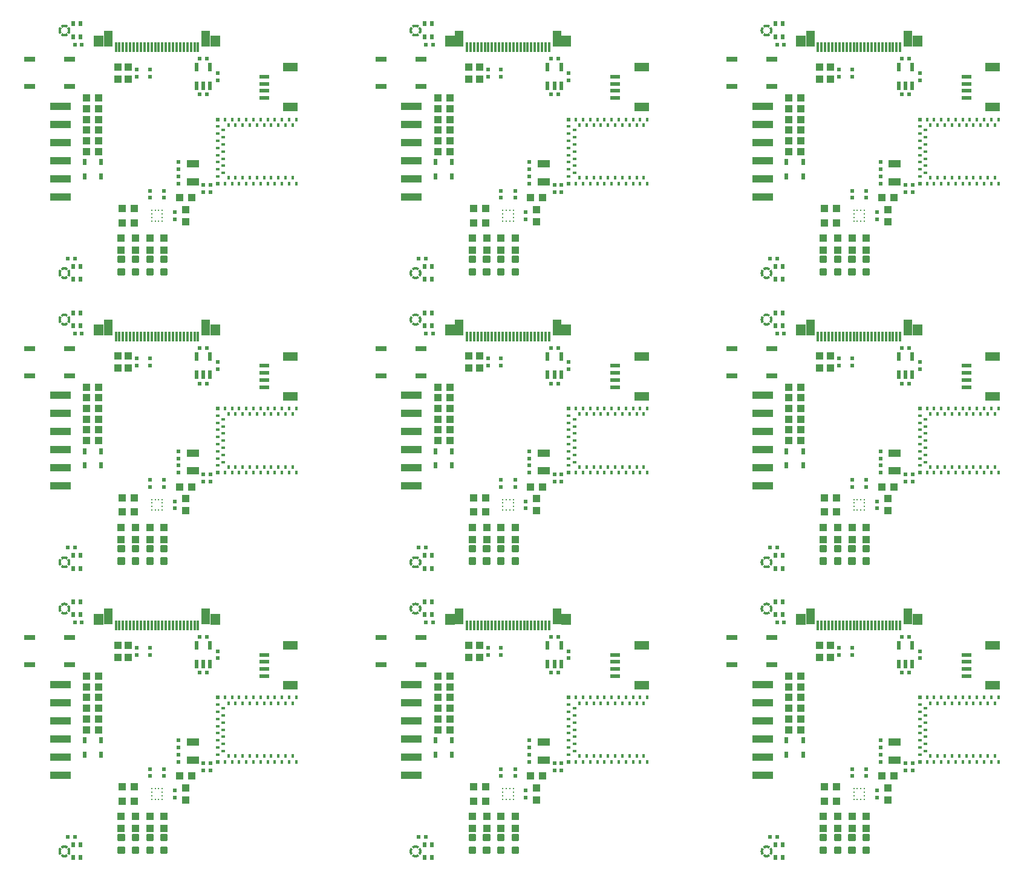
<source format=gtp>
G75*
%MOIN*%
%OFA0B0*%
%FSLAX25Y25*%
%IPPOS*%
%LPD*%
%AMOC8*
5,1,8,0,0,1.08239X$1,22.5*
%
%ADD10R,0.11811X0.03937*%
%ADD11R,0.07087X0.03937*%
%ADD12R,0.02362X0.02362*%
%ADD13R,0.01181X0.05512*%
%ADD14R,0.04921X0.09055*%
%ADD15R,0.05512X0.06299*%
%ADD16R,0.00984X0.01083*%
%ADD17R,0.01083X0.00984*%
%ADD18R,0.03937X0.04331*%
%ADD19R,0.04331X0.03937*%
%ADD20R,0.02480X0.03268*%
%ADD21R,0.02165X0.04724*%
%ADD22C,0.01181*%
%ADD23R,0.07874X0.04724*%
%ADD24R,0.05315X0.02362*%
%ADD25R,0.01575X0.02362*%
%ADD26R,0.02362X0.01575*%
%ADD27R,0.02055X0.02854*%
%ADD28R,0.00787X0.01969*%
%ADD29C,0.00197*%
%ADD30R,0.01969X0.00787*%
%ADD31R,0.06000X0.03000*%
D10*
X0104987Y0109921D03*
X0104987Y0119921D03*
X0104987Y0129921D03*
X0104987Y0139921D03*
X0104987Y0149921D03*
X0104987Y0159921D03*
X0104987Y0269402D03*
X0104987Y0279402D03*
X0104987Y0289402D03*
X0104987Y0299402D03*
X0104987Y0309402D03*
X0104987Y0319402D03*
X0104987Y0428882D03*
X0104987Y0438882D03*
X0104987Y0448882D03*
X0104987Y0458882D03*
X0104987Y0468882D03*
X0104987Y0478882D03*
X0298467Y0478882D03*
X0298467Y0468882D03*
X0298467Y0458882D03*
X0298467Y0448882D03*
X0298467Y0438882D03*
X0298467Y0428882D03*
X0298467Y0319402D03*
X0298467Y0309402D03*
X0298467Y0299402D03*
X0298467Y0289402D03*
X0298467Y0279402D03*
X0298467Y0269402D03*
X0298467Y0159921D03*
X0298467Y0149921D03*
X0298467Y0139921D03*
X0298467Y0129921D03*
X0298467Y0119921D03*
X0298467Y0109921D03*
X0491947Y0109921D03*
X0491947Y0119921D03*
X0491947Y0129921D03*
X0491947Y0139921D03*
X0491947Y0149921D03*
X0491947Y0159921D03*
X0491947Y0269402D03*
X0491947Y0279402D03*
X0491947Y0289402D03*
X0491947Y0299402D03*
X0491947Y0309402D03*
X0491947Y0319402D03*
X0491947Y0428882D03*
X0491947Y0438882D03*
X0491947Y0448882D03*
X0491947Y0458882D03*
X0491947Y0468882D03*
X0491947Y0478882D03*
D11*
X0564782Y0446992D03*
X0564782Y0437150D03*
X0564782Y0287512D03*
X0564782Y0277669D03*
X0371302Y0277669D03*
X0371302Y0287512D03*
X0177822Y0287512D03*
X0177822Y0277669D03*
X0177822Y0128031D03*
X0177822Y0118189D03*
X0371302Y0118189D03*
X0371302Y0128031D03*
X0564782Y0128031D03*
X0564782Y0118189D03*
X0371302Y0437150D03*
X0371302Y0446992D03*
X0177822Y0446992D03*
X0177822Y0437150D03*
D12*
X0183759Y0435366D03*
X0187589Y0435366D03*
X0187589Y0431429D03*
X0183759Y0431429D03*
X0191601Y0436165D03*
X0169948Y0436165D03*
X0169948Y0440102D03*
X0169948Y0444039D03*
X0169948Y0447976D03*
X0162073Y0432228D03*
X0162073Y0428291D03*
X0154199Y0428291D03*
X0154199Y0432228D03*
X0167979Y0420417D03*
X0167979Y0416480D03*
X0112861Y0394827D03*
X0108924Y0394827D03*
X0112861Y0353457D03*
X0116798Y0353457D03*
X0147113Y0339677D03*
X0147113Y0335740D03*
X0154199Y0335740D03*
X0154199Y0339677D03*
X0181759Y0345583D03*
X0185696Y0345583D03*
X0191601Y0337709D03*
X0191601Y0333772D03*
X0185696Y0325898D03*
X0181759Y0325898D03*
X0191601Y0312118D03*
X0169948Y0288496D03*
X0169948Y0284559D03*
X0169948Y0280622D03*
X0169948Y0276685D03*
X0162073Y0272748D03*
X0162073Y0268811D03*
X0154199Y0268811D03*
X0154199Y0272748D03*
X0167979Y0260937D03*
X0167979Y0257000D03*
X0183759Y0271949D03*
X0187589Y0271949D03*
X0187589Y0275886D03*
X0183759Y0275886D03*
X0191601Y0276685D03*
X0112861Y0235346D03*
X0108924Y0235346D03*
X0112861Y0193976D03*
X0116798Y0193976D03*
X0147113Y0180197D03*
X0147113Y0176260D03*
X0154199Y0176260D03*
X0154199Y0180197D03*
X0181759Y0186102D03*
X0185696Y0186102D03*
X0191601Y0178228D03*
X0191601Y0174291D03*
X0185696Y0166417D03*
X0181759Y0166417D03*
X0191601Y0152638D03*
X0169948Y0129016D03*
X0169948Y0125079D03*
X0169948Y0121142D03*
X0169948Y0117205D03*
X0162073Y0113268D03*
X0162073Y0109331D03*
X0154199Y0109331D03*
X0154199Y0113268D03*
X0167979Y0101457D03*
X0167979Y0097520D03*
X0183759Y0112469D03*
X0187589Y0112469D03*
X0187589Y0116406D03*
X0183759Y0116406D03*
X0191601Y0117205D03*
X0112861Y0075866D03*
X0108924Y0075866D03*
X0302404Y0075866D03*
X0306341Y0075866D03*
X0347680Y0109331D03*
X0347680Y0113268D03*
X0355554Y0113268D03*
X0355554Y0109331D03*
X0361459Y0101457D03*
X0361459Y0097520D03*
X0363428Y0117205D03*
X0363428Y0121142D03*
X0363428Y0125079D03*
X0363428Y0129016D03*
X0377239Y0116406D03*
X0381070Y0116406D03*
X0381070Y0112469D03*
X0377239Y0112469D03*
X0385081Y0117205D03*
X0385081Y0152638D03*
X0379176Y0166417D03*
X0375239Y0166417D03*
X0385081Y0174291D03*
X0385081Y0178228D03*
X0379176Y0186102D03*
X0375239Y0186102D03*
X0347680Y0180197D03*
X0347680Y0176260D03*
X0340593Y0176260D03*
X0340593Y0180197D03*
X0310278Y0193976D03*
X0306341Y0193976D03*
X0306341Y0235346D03*
X0302404Y0235346D03*
X0347680Y0268811D03*
X0347680Y0272748D03*
X0355554Y0272748D03*
X0355554Y0268811D03*
X0361459Y0260937D03*
X0361459Y0257000D03*
X0377239Y0271949D03*
X0381070Y0271949D03*
X0381070Y0275886D03*
X0377239Y0275886D03*
X0385081Y0276685D03*
X0363428Y0276685D03*
X0363428Y0280622D03*
X0363428Y0284559D03*
X0363428Y0288496D03*
X0385081Y0312118D03*
X0379176Y0325898D03*
X0375239Y0325898D03*
X0385081Y0333772D03*
X0385081Y0337709D03*
X0379176Y0345583D03*
X0375239Y0345583D03*
X0347680Y0339677D03*
X0347680Y0335740D03*
X0340593Y0335740D03*
X0340593Y0339677D03*
X0310278Y0353457D03*
X0306341Y0353457D03*
X0306341Y0394827D03*
X0302404Y0394827D03*
X0347680Y0428291D03*
X0347680Y0432228D03*
X0355554Y0432228D03*
X0355554Y0428291D03*
X0363428Y0436165D03*
X0363428Y0440102D03*
X0363428Y0444039D03*
X0363428Y0447976D03*
X0377239Y0435366D03*
X0381070Y0435366D03*
X0381070Y0431429D03*
X0377239Y0431429D03*
X0385081Y0436165D03*
X0361459Y0420417D03*
X0361459Y0416480D03*
X0385081Y0471598D03*
X0379176Y0485378D03*
X0375239Y0485378D03*
X0385081Y0493252D03*
X0385081Y0497189D03*
X0379176Y0505063D03*
X0375239Y0505063D03*
X0347680Y0499157D03*
X0347680Y0495220D03*
X0340593Y0495220D03*
X0340593Y0499157D03*
X0310278Y0512937D03*
X0306341Y0512937D03*
X0191601Y0497189D03*
X0191601Y0493252D03*
X0185696Y0485378D03*
X0181759Y0485378D03*
X0191601Y0471598D03*
X0154199Y0495220D03*
X0154199Y0499157D03*
X0147113Y0499157D03*
X0147113Y0495220D03*
X0116798Y0512937D03*
X0112861Y0512937D03*
X0181759Y0505063D03*
X0185696Y0505063D03*
X0499821Y0512937D03*
X0503759Y0512937D03*
X0534073Y0499157D03*
X0534073Y0495220D03*
X0541160Y0495220D03*
X0541160Y0499157D03*
X0568719Y0505063D03*
X0572656Y0505063D03*
X0578562Y0497189D03*
X0578562Y0493252D03*
X0572656Y0485378D03*
X0568719Y0485378D03*
X0578562Y0471598D03*
X0556908Y0447976D03*
X0556908Y0444039D03*
X0556908Y0440102D03*
X0556908Y0436165D03*
X0549034Y0432228D03*
X0549034Y0428291D03*
X0541160Y0428291D03*
X0541160Y0432228D03*
X0554940Y0420417D03*
X0554940Y0416480D03*
X0570719Y0431429D03*
X0574550Y0431429D03*
X0574550Y0435366D03*
X0570719Y0435366D03*
X0578562Y0436165D03*
X0499821Y0394827D03*
X0495884Y0394827D03*
X0499821Y0353457D03*
X0503759Y0353457D03*
X0534073Y0339677D03*
X0534073Y0335740D03*
X0541160Y0335740D03*
X0541160Y0339677D03*
X0568719Y0345583D03*
X0572656Y0345583D03*
X0578562Y0337709D03*
X0578562Y0333772D03*
X0572656Y0325898D03*
X0568719Y0325898D03*
X0578562Y0312118D03*
X0556908Y0288496D03*
X0556908Y0284559D03*
X0556908Y0280622D03*
X0556908Y0276685D03*
X0549034Y0272748D03*
X0549034Y0268811D03*
X0541160Y0268811D03*
X0541160Y0272748D03*
X0554940Y0260937D03*
X0554940Y0257000D03*
X0570719Y0271949D03*
X0574550Y0271949D03*
X0574550Y0275886D03*
X0570719Y0275886D03*
X0578562Y0276685D03*
X0499821Y0235346D03*
X0495884Y0235346D03*
X0499821Y0193976D03*
X0503759Y0193976D03*
X0534073Y0180197D03*
X0534073Y0176260D03*
X0541160Y0176260D03*
X0541160Y0180197D03*
X0568719Y0186102D03*
X0572656Y0186102D03*
X0578562Y0178228D03*
X0578562Y0174291D03*
X0572656Y0166417D03*
X0568719Y0166417D03*
X0578562Y0152638D03*
X0556908Y0129016D03*
X0556908Y0125079D03*
X0556908Y0121142D03*
X0556908Y0117205D03*
X0549034Y0113268D03*
X0549034Y0109331D03*
X0541160Y0109331D03*
X0541160Y0113268D03*
X0554940Y0101457D03*
X0554940Y0097520D03*
X0570719Y0112469D03*
X0574550Y0112469D03*
X0574550Y0116406D03*
X0570719Y0116406D03*
X0578562Y0117205D03*
X0499821Y0075866D03*
X0495884Y0075866D03*
D13*
X0522459Y0192402D03*
X0524428Y0192402D03*
X0526396Y0192402D03*
X0528365Y0192402D03*
X0530333Y0192402D03*
X0532302Y0192402D03*
X0534270Y0192402D03*
X0536239Y0192402D03*
X0538207Y0192402D03*
X0540176Y0192402D03*
X0542144Y0192402D03*
X0544113Y0192402D03*
X0546081Y0192402D03*
X0548050Y0192402D03*
X0550018Y0192402D03*
X0551987Y0192402D03*
X0553955Y0192402D03*
X0555924Y0192402D03*
X0557892Y0192402D03*
X0559861Y0192402D03*
X0561829Y0192402D03*
X0563798Y0192402D03*
X0565766Y0192402D03*
X0567735Y0192402D03*
X0374255Y0192402D03*
X0372286Y0192402D03*
X0370318Y0192402D03*
X0368349Y0192402D03*
X0366381Y0192402D03*
X0364412Y0192402D03*
X0362444Y0192402D03*
X0360475Y0192402D03*
X0358507Y0192402D03*
X0356538Y0192402D03*
X0354570Y0192402D03*
X0352601Y0192402D03*
X0350633Y0192402D03*
X0348664Y0192402D03*
X0346696Y0192402D03*
X0344727Y0192402D03*
X0342759Y0192402D03*
X0340790Y0192402D03*
X0338822Y0192402D03*
X0336853Y0192402D03*
X0334884Y0192402D03*
X0332916Y0192402D03*
X0330947Y0192402D03*
X0328979Y0192402D03*
X0180774Y0192402D03*
X0178806Y0192402D03*
X0176837Y0192402D03*
X0174869Y0192402D03*
X0172900Y0192402D03*
X0170932Y0192402D03*
X0168963Y0192402D03*
X0166995Y0192402D03*
X0165026Y0192402D03*
X0163058Y0192402D03*
X0161089Y0192402D03*
X0159121Y0192402D03*
X0157152Y0192402D03*
X0155184Y0192402D03*
X0153215Y0192402D03*
X0151247Y0192402D03*
X0149278Y0192402D03*
X0147310Y0192402D03*
X0145341Y0192402D03*
X0143373Y0192402D03*
X0141404Y0192402D03*
X0139436Y0192402D03*
X0137467Y0192402D03*
X0135499Y0192402D03*
X0135499Y0351882D03*
X0137467Y0351882D03*
X0139436Y0351882D03*
X0141404Y0351882D03*
X0143373Y0351882D03*
X0145341Y0351882D03*
X0147310Y0351882D03*
X0149278Y0351882D03*
X0151247Y0351882D03*
X0153215Y0351882D03*
X0155184Y0351882D03*
X0157152Y0351882D03*
X0159121Y0351882D03*
X0161089Y0351882D03*
X0163058Y0351882D03*
X0165026Y0351882D03*
X0166995Y0351882D03*
X0168963Y0351882D03*
X0170932Y0351882D03*
X0172900Y0351882D03*
X0174869Y0351882D03*
X0176837Y0351882D03*
X0178806Y0351882D03*
X0180774Y0351882D03*
X0328979Y0351882D03*
X0330947Y0351882D03*
X0332916Y0351882D03*
X0334884Y0351882D03*
X0336853Y0351882D03*
X0338822Y0351882D03*
X0340790Y0351882D03*
X0342759Y0351882D03*
X0344727Y0351882D03*
X0346696Y0351882D03*
X0348664Y0351882D03*
X0350633Y0351882D03*
X0352601Y0351882D03*
X0354570Y0351882D03*
X0356538Y0351882D03*
X0358507Y0351882D03*
X0360475Y0351882D03*
X0362444Y0351882D03*
X0364412Y0351882D03*
X0366381Y0351882D03*
X0368349Y0351882D03*
X0370318Y0351882D03*
X0372286Y0351882D03*
X0374255Y0351882D03*
X0522459Y0351882D03*
X0524428Y0351882D03*
X0526396Y0351882D03*
X0528365Y0351882D03*
X0530333Y0351882D03*
X0532302Y0351882D03*
X0534270Y0351882D03*
X0536239Y0351882D03*
X0538207Y0351882D03*
X0540176Y0351882D03*
X0542144Y0351882D03*
X0544113Y0351882D03*
X0546081Y0351882D03*
X0548050Y0351882D03*
X0550018Y0351882D03*
X0551987Y0351882D03*
X0553955Y0351882D03*
X0555924Y0351882D03*
X0557892Y0351882D03*
X0559861Y0351882D03*
X0561829Y0351882D03*
X0563798Y0351882D03*
X0565766Y0351882D03*
X0567735Y0351882D03*
X0567735Y0511362D03*
X0565766Y0511362D03*
X0563798Y0511362D03*
X0561829Y0511362D03*
X0559861Y0511362D03*
X0557892Y0511362D03*
X0555924Y0511362D03*
X0553955Y0511362D03*
X0551987Y0511362D03*
X0550018Y0511362D03*
X0548050Y0511362D03*
X0546081Y0511362D03*
X0544113Y0511362D03*
X0542144Y0511362D03*
X0540176Y0511362D03*
X0538207Y0511362D03*
X0536239Y0511362D03*
X0534270Y0511362D03*
X0532302Y0511362D03*
X0530333Y0511362D03*
X0528365Y0511362D03*
X0526396Y0511362D03*
X0524428Y0511362D03*
X0522459Y0511362D03*
X0374255Y0511362D03*
X0372286Y0511362D03*
X0370318Y0511362D03*
X0368349Y0511362D03*
X0366381Y0511362D03*
X0364412Y0511362D03*
X0362444Y0511362D03*
X0360475Y0511362D03*
X0358507Y0511362D03*
X0356538Y0511362D03*
X0354570Y0511362D03*
X0352601Y0511362D03*
X0350633Y0511362D03*
X0348664Y0511362D03*
X0346696Y0511362D03*
X0344727Y0511362D03*
X0342759Y0511362D03*
X0340790Y0511362D03*
X0338822Y0511362D03*
X0336853Y0511362D03*
X0334884Y0511362D03*
X0332916Y0511362D03*
X0330947Y0511362D03*
X0328979Y0511362D03*
X0180774Y0511362D03*
X0178806Y0511362D03*
X0176837Y0511362D03*
X0174869Y0511362D03*
X0172900Y0511362D03*
X0170932Y0511362D03*
X0168963Y0511362D03*
X0166995Y0511362D03*
X0165026Y0511362D03*
X0163058Y0511362D03*
X0161089Y0511362D03*
X0159121Y0511362D03*
X0157152Y0511362D03*
X0155184Y0511362D03*
X0153215Y0511362D03*
X0151247Y0511362D03*
X0149278Y0511362D03*
X0147310Y0511362D03*
X0145341Y0511362D03*
X0143373Y0511362D03*
X0141404Y0511362D03*
X0139436Y0511362D03*
X0137467Y0511362D03*
X0135499Y0511362D03*
D14*
X0131266Y0516283D03*
X0185007Y0516283D03*
X0324747Y0516283D03*
X0378487Y0516283D03*
X0518227Y0516283D03*
X0571967Y0516283D03*
X0571967Y0356803D03*
X0518227Y0356803D03*
X0378487Y0356803D03*
X0324747Y0356803D03*
X0185007Y0356803D03*
X0131266Y0356803D03*
X0131266Y0197323D03*
X0185007Y0197323D03*
X0324747Y0197323D03*
X0378487Y0197323D03*
X0518227Y0197323D03*
X0571967Y0197323D03*
D15*
X0577184Y0195945D03*
X0513010Y0195945D03*
X0383703Y0195945D03*
X0319530Y0195945D03*
X0190223Y0195945D03*
X0126050Y0195945D03*
X0126050Y0355425D03*
X0190223Y0355425D03*
X0319530Y0355425D03*
X0383703Y0355425D03*
X0513010Y0355425D03*
X0577184Y0355425D03*
X0577184Y0514905D03*
X0513010Y0514905D03*
X0383703Y0514905D03*
X0319530Y0514905D03*
X0190223Y0514905D03*
X0126050Y0514905D03*
D16*
X0157152Y0421402D03*
X0159121Y0421402D03*
X0159121Y0415496D03*
X0157152Y0415496D03*
X0350633Y0415496D03*
X0352601Y0415496D03*
X0352601Y0421402D03*
X0350633Y0421402D03*
X0544113Y0421402D03*
X0546081Y0421402D03*
X0546081Y0415496D03*
X0544113Y0415496D03*
X0544113Y0261921D03*
X0546081Y0261921D03*
X0546081Y0256016D03*
X0544113Y0256016D03*
X0352601Y0256016D03*
X0350633Y0256016D03*
X0350633Y0261921D03*
X0352601Y0261921D03*
X0159121Y0261921D03*
X0157152Y0261921D03*
X0157152Y0256016D03*
X0159121Y0256016D03*
X0159121Y0102441D03*
X0157152Y0102441D03*
X0157152Y0096535D03*
X0159121Y0096535D03*
X0350633Y0096535D03*
X0352601Y0096535D03*
X0352601Y0102441D03*
X0350633Y0102441D03*
X0544113Y0102441D03*
X0546081Y0102441D03*
X0546081Y0096535D03*
X0544113Y0096535D03*
D17*
X0542144Y0096535D03*
X0542144Y0098504D03*
X0542144Y0100472D03*
X0542144Y0102441D03*
X0548050Y0102441D03*
X0548050Y0100472D03*
X0548050Y0098504D03*
X0548050Y0096535D03*
X0354570Y0096535D03*
X0354570Y0098504D03*
X0354570Y0100472D03*
X0354570Y0102441D03*
X0348664Y0102441D03*
X0348664Y0100472D03*
X0348664Y0098504D03*
X0348664Y0096535D03*
X0161089Y0096535D03*
X0161089Y0098504D03*
X0161089Y0100472D03*
X0161089Y0102441D03*
X0155184Y0102441D03*
X0155184Y0100472D03*
X0155184Y0098504D03*
X0155184Y0096535D03*
X0155184Y0256016D03*
X0155184Y0257984D03*
X0155184Y0259953D03*
X0155184Y0261921D03*
X0161089Y0261921D03*
X0161089Y0259953D03*
X0161089Y0257984D03*
X0161089Y0256016D03*
X0348664Y0256016D03*
X0348664Y0257984D03*
X0348664Y0259953D03*
X0348664Y0261921D03*
X0354570Y0261921D03*
X0354570Y0259953D03*
X0354570Y0257984D03*
X0354570Y0256016D03*
X0542144Y0256016D03*
X0542144Y0257984D03*
X0542144Y0259953D03*
X0542144Y0261921D03*
X0548050Y0261921D03*
X0548050Y0259953D03*
X0548050Y0257984D03*
X0548050Y0256016D03*
X0548050Y0415496D03*
X0548050Y0417465D03*
X0548050Y0419433D03*
X0548050Y0421402D03*
X0542144Y0421402D03*
X0542144Y0419433D03*
X0542144Y0417465D03*
X0542144Y0415496D03*
X0354570Y0415496D03*
X0354570Y0417465D03*
X0354570Y0419433D03*
X0354570Y0421402D03*
X0348664Y0421402D03*
X0348664Y0419433D03*
X0348664Y0417465D03*
X0348664Y0415496D03*
X0161089Y0415496D03*
X0161089Y0417465D03*
X0161089Y0419433D03*
X0161089Y0421402D03*
X0155184Y0421402D03*
X0155184Y0419433D03*
X0155184Y0417465D03*
X0155184Y0415496D03*
D18*
X0154199Y0406047D03*
X0154199Y0399354D03*
X0146325Y0399354D03*
X0146325Y0406047D03*
X0138451Y0406047D03*
X0138451Y0399354D03*
X0162073Y0399354D03*
X0162073Y0406047D03*
X0173885Y0415102D03*
X0173885Y0421795D03*
X0142388Y0493842D03*
X0136483Y0493842D03*
X0136483Y0500535D03*
X0142388Y0500535D03*
X0329963Y0500535D03*
X0335869Y0500535D03*
X0335869Y0493842D03*
X0329963Y0493842D03*
X0367365Y0421795D03*
X0367365Y0415102D03*
X0355554Y0406047D03*
X0355554Y0399354D03*
X0347680Y0399354D03*
X0347680Y0406047D03*
X0339806Y0406047D03*
X0339806Y0399354D03*
X0331932Y0399354D03*
X0331932Y0406047D03*
X0329963Y0341055D03*
X0335869Y0341055D03*
X0335869Y0334362D03*
X0329963Y0334362D03*
X0367365Y0262315D03*
X0367365Y0255622D03*
X0355554Y0246567D03*
X0355554Y0239874D03*
X0347680Y0239874D03*
X0347680Y0246567D03*
X0339806Y0246567D03*
X0339806Y0239874D03*
X0331932Y0239874D03*
X0331932Y0246567D03*
X0329963Y0181575D03*
X0335869Y0181575D03*
X0335869Y0174882D03*
X0329963Y0174882D03*
X0367365Y0102835D03*
X0367365Y0096142D03*
X0355554Y0087087D03*
X0355554Y0080394D03*
X0347680Y0080394D03*
X0347680Y0087087D03*
X0339806Y0087087D03*
X0339806Y0080394D03*
X0331932Y0080394D03*
X0331932Y0087087D03*
X0173885Y0096142D03*
X0173885Y0102835D03*
X0162073Y0087087D03*
X0162073Y0080394D03*
X0154199Y0080394D03*
X0154199Y0087087D03*
X0146325Y0087087D03*
X0146325Y0080394D03*
X0138451Y0080394D03*
X0138451Y0087087D03*
X0136483Y0174882D03*
X0142388Y0174882D03*
X0142388Y0181575D03*
X0136483Y0181575D03*
X0138451Y0239874D03*
X0138451Y0246567D03*
X0146325Y0246567D03*
X0146325Y0239874D03*
X0154199Y0239874D03*
X0154199Y0246567D03*
X0162073Y0246567D03*
X0162073Y0239874D03*
X0173885Y0255622D03*
X0173885Y0262315D03*
X0142388Y0334362D03*
X0136483Y0334362D03*
X0136483Y0341055D03*
X0142388Y0341055D03*
X0523444Y0341055D03*
X0529349Y0341055D03*
X0529349Y0334362D03*
X0523444Y0334362D03*
X0525412Y0399354D03*
X0525412Y0406047D03*
X0533286Y0406047D03*
X0533286Y0399354D03*
X0541160Y0399354D03*
X0541160Y0406047D03*
X0549034Y0406047D03*
X0549034Y0399354D03*
X0560845Y0415102D03*
X0560845Y0421795D03*
X0529349Y0493842D03*
X0523444Y0493842D03*
X0523444Y0500535D03*
X0529349Y0500535D03*
X0560845Y0262315D03*
X0560845Y0255622D03*
X0549034Y0246567D03*
X0549034Y0239874D03*
X0541160Y0239874D03*
X0541160Y0246567D03*
X0533286Y0246567D03*
X0533286Y0239874D03*
X0525412Y0239874D03*
X0525412Y0246567D03*
X0523444Y0181575D03*
X0529349Y0181575D03*
X0529349Y0174882D03*
X0523444Y0174882D03*
X0560845Y0102835D03*
X0560845Y0096142D03*
X0549034Y0087087D03*
X0549034Y0080394D03*
X0541160Y0080394D03*
X0541160Y0087087D03*
X0533286Y0087087D03*
X0533286Y0080394D03*
X0525412Y0080394D03*
X0525412Y0087087D03*
D19*
X0526003Y0095551D03*
X0532696Y0095551D03*
X0532696Y0103425D03*
X0526003Y0103425D03*
X0557499Y0109331D03*
X0564192Y0109331D03*
X0513010Y0134921D03*
X0513010Y0140827D03*
X0513010Y0146732D03*
X0513010Y0152638D03*
X0513010Y0158543D03*
X0513010Y0164449D03*
X0506318Y0164449D03*
X0506318Y0158543D03*
X0506318Y0152638D03*
X0506318Y0146732D03*
X0506318Y0140827D03*
X0506318Y0134921D03*
X0370711Y0109331D03*
X0364018Y0109331D03*
X0339215Y0103425D03*
X0332522Y0103425D03*
X0332522Y0095551D03*
X0339215Y0095551D03*
X0319530Y0134921D03*
X0319530Y0140827D03*
X0319530Y0146732D03*
X0319530Y0152638D03*
X0319530Y0158543D03*
X0319530Y0164449D03*
X0312837Y0164449D03*
X0312837Y0158543D03*
X0312837Y0152638D03*
X0312837Y0146732D03*
X0312837Y0140827D03*
X0312837Y0134921D03*
X0177231Y0109331D03*
X0170538Y0109331D03*
X0145735Y0103425D03*
X0139042Y0103425D03*
X0139042Y0095551D03*
X0145735Y0095551D03*
X0126050Y0134921D03*
X0126050Y0140827D03*
X0126050Y0146732D03*
X0126050Y0152638D03*
X0126050Y0158543D03*
X0126050Y0164449D03*
X0119357Y0164449D03*
X0119357Y0158543D03*
X0119357Y0152638D03*
X0119357Y0146732D03*
X0119357Y0140827D03*
X0119357Y0134921D03*
X0139042Y0255031D03*
X0145735Y0255031D03*
X0145735Y0262905D03*
X0139042Y0262905D03*
X0170538Y0268811D03*
X0177231Y0268811D03*
X0126050Y0294402D03*
X0126050Y0300307D03*
X0126050Y0306213D03*
X0126050Y0312118D03*
X0126050Y0318024D03*
X0126050Y0323929D03*
X0119357Y0323929D03*
X0119357Y0318024D03*
X0119357Y0312118D03*
X0119357Y0306213D03*
X0119357Y0300307D03*
X0119357Y0294402D03*
X0139042Y0414512D03*
X0145735Y0414512D03*
X0145735Y0422386D03*
X0139042Y0422386D03*
X0170538Y0428291D03*
X0177231Y0428291D03*
X0126050Y0453882D03*
X0126050Y0459787D03*
X0126050Y0465693D03*
X0119357Y0465693D03*
X0119357Y0459787D03*
X0119357Y0453882D03*
X0119357Y0471598D03*
X0119357Y0477504D03*
X0119357Y0483409D03*
X0126050Y0483409D03*
X0126050Y0477504D03*
X0126050Y0471598D03*
X0312837Y0471598D03*
X0312837Y0477504D03*
X0312837Y0483409D03*
X0319530Y0483409D03*
X0319530Y0477504D03*
X0319530Y0471598D03*
X0319530Y0465693D03*
X0319530Y0459787D03*
X0319530Y0453882D03*
X0312837Y0453882D03*
X0312837Y0459787D03*
X0312837Y0465693D03*
X0364018Y0428291D03*
X0370711Y0428291D03*
X0339215Y0422386D03*
X0332522Y0422386D03*
X0332522Y0414512D03*
X0339215Y0414512D03*
X0319530Y0323929D03*
X0319530Y0318024D03*
X0319530Y0312118D03*
X0319530Y0306213D03*
X0319530Y0300307D03*
X0319530Y0294402D03*
X0312837Y0294402D03*
X0312837Y0300307D03*
X0312837Y0306213D03*
X0312837Y0312118D03*
X0312837Y0318024D03*
X0312837Y0323929D03*
X0364018Y0268811D03*
X0370711Y0268811D03*
X0339215Y0262905D03*
X0332522Y0262905D03*
X0332522Y0255031D03*
X0339215Y0255031D03*
X0506318Y0294402D03*
X0506318Y0300307D03*
X0506318Y0306213D03*
X0506318Y0312118D03*
X0506318Y0318024D03*
X0506318Y0323929D03*
X0513010Y0323929D03*
X0513010Y0318024D03*
X0513010Y0312118D03*
X0513010Y0306213D03*
X0513010Y0300307D03*
X0513010Y0294402D03*
X0526003Y0262905D03*
X0532696Y0262905D03*
X0532696Y0255031D03*
X0526003Y0255031D03*
X0557499Y0268811D03*
X0564192Y0268811D03*
X0532696Y0414512D03*
X0526003Y0414512D03*
X0526003Y0422386D03*
X0532696Y0422386D03*
X0557499Y0428291D03*
X0564192Y0428291D03*
X0513010Y0453882D03*
X0513010Y0459787D03*
X0513010Y0465693D03*
X0506318Y0465693D03*
X0506318Y0459787D03*
X0506318Y0453882D03*
X0506318Y0471598D03*
X0506318Y0477504D03*
X0506318Y0483409D03*
X0513010Y0483409D03*
X0513010Y0477504D03*
X0513010Y0471598D03*
D20*
X0514192Y0447976D03*
X0514192Y0440102D03*
X0505136Y0440102D03*
X0505136Y0447976D03*
X0320711Y0447976D03*
X0320711Y0440102D03*
X0311656Y0440102D03*
X0311656Y0447976D03*
X0127231Y0447976D03*
X0127231Y0440102D03*
X0118176Y0440102D03*
X0118176Y0447976D03*
X0118176Y0288496D03*
X0118176Y0280622D03*
X0127231Y0280622D03*
X0127231Y0288496D03*
X0311656Y0288496D03*
X0311656Y0280622D03*
X0320711Y0280622D03*
X0320711Y0288496D03*
X0505136Y0288496D03*
X0505136Y0280622D03*
X0514192Y0280622D03*
X0514192Y0288496D03*
X0514192Y0129016D03*
X0514192Y0121142D03*
X0505136Y0121142D03*
X0505136Y0129016D03*
X0320711Y0129016D03*
X0320711Y0121142D03*
X0311656Y0121142D03*
X0311656Y0129016D03*
X0127231Y0129016D03*
X0127231Y0121142D03*
X0118176Y0121142D03*
X0118176Y0129016D03*
D21*
X0179987Y0171141D03*
X0183727Y0171141D03*
X0187467Y0171141D03*
X0187467Y0181378D03*
X0179987Y0181378D03*
X0179987Y0330622D03*
X0183727Y0330622D03*
X0187467Y0330622D03*
X0187467Y0340859D03*
X0179987Y0340859D03*
X0373467Y0340859D03*
X0380947Y0340859D03*
X0380947Y0330622D03*
X0377207Y0330622D03*
X0373467Y0330622D03*
X0566947Y0330622D03*
X0570688Y0330622D03*
X0574428Y0330622D03*
X0574428Y0340859D03*
X0566947Y0340859D03*
X0566947Y0490102D03*
X0570688Y0490102D03*
X0574428Y0490102D03*
X0574428Y0500339D03*
X0566947Y0500339D03*
X0380947Y0500339D03*
X0373467Y0500339D03*
X0373467Y0490102D03*
X0377207Y0490102D03*
X0380947Y0490102D03*
X0187467Y0490102D03*
X0183727Y0490102D03*
X0179987Y0490102D03*
X0179987Y0500339D03*
X0187467Y0500339D03*
X0373467Y0181378D03*
X0380947Y0181378D03*
X0380947Y0171141D03*
X0377207Y0171141D03*
X0373467Y0171141D03*
X0566947Y0171141D03*
X0570688Y0171141D03*
X0574428Y0171141D03*
X0574428Y0181378D03*
X0566947Y0181378D03*
D22*
X0550412Y0229335D02*
X0547656Y0229335D01*
X0550412Y0229335D02*
X0550412Y0226579D01*
X0547656Y0226579D01*
X0547656Y0229335D01*
X0547656Y0227701D02*
X0550412Y0227701D01*
X0550412Y0228823D02*
X0547656Y0228823D01*
X0547656Y0236240D02*
X0550412Y0236240D01*
X0550412Y0233484D01*
X0547656Y0233484D01*
X0547656Y0236240D01*
X0547656Y0234606D02*
X0550412Y0234606D01*
X0550412Y0235728D02*
X0547656Y0235728D01*
X0542538Y0236240D02*
X0539782Y0236240D01*
X0542538Y0236240D02*
X0542538Y0233484D01*
X0539782Y0233484D01*
X0539782Y0236240D01*
X0539782Y0234606D02*
X0542538Y0234606D01*
X0542538Y0235728D02*
X0539782Y0235728D01*
X0534664Y0236240D02*
X0531908Y0236240D01*
X0534664Y0236240D02*
X0534664Y0233484D01*
X0531908Y0233484D01*
X0531908Y0236240D01*
X0531908Y0234606D02*
X0534664Y0234606D01*
X0534664Y0235728D02*
X0531908Y0235728D01*
X0526790Y0236240D02*
X0524034Y0236240D01*
X0526790Y0236240D02*
X0526790Y0233484D01*
X0524034Y0233484D01*
X0524034Y0236240D01*
X0524034Y0234606D02*
X0526790Y0234606D01*
X0526790Y0235728D02*
X0524034Y0235728D01*
X0524034Y0229335D02*
X0526790Y0229335D01*
X0526790Y0226579D01*
X0524034Y0226579D01*
X0524034Y0229335D01*
X0524034Y0227701D02*
X0526790Y0227701D01*
X0526790Y0228823D02*
X0524034Y0228823D01*
X0531908Y0229335D02*
X0534664Y0229335D01*
X0534664Y0226579D01*
X0531908Y0226579D01*
X0531908Y0229335D01*
X0531908Y0227701D02*
X0534664Y0227701D01*
X0534664Y0228823D02*
X0531908Y0228823D01*
X0539782Y0229335D02*
X0542538Y0229335D01*
X0542538Y0226579D01*
X0539782Y0226579D01*
X0539782Y0229335D01*
X0539782Y0227701D02*
X0542538Y0227701D01*
X0542538Y0228823D02*
X0539782Y0228823D01*
X0356932Y0229335D02*
X0354176Y0229335D01*
X0356932Y0229335D02*
X0356932Y0226579D01*
X0354176Y0226579D01*
X0354176Y0229335D01*
X0354176Y0227701D02*
X0356932Y0227701D01*
X0356932Y0228823D02*
X0354176Y0228823D01*
X0354176Y0236240D02*
X0356932Y0236240D01*
X0356932Y0233484D01*
X0354176Y0233484D01*
X0354176Y0236240D01*
X0354176Y0234606D02*
X0356932Y0234606D01*
X0356932Y0235728D02*
X0354176Y0235728D01*
X0349058Y0236240D02*
X0346302Y0236240D01*
X0349058Y0236240D02*
X0349058Y0233484D01*
X0346302Y0233484D01*
X0346302Y0236240D01*
X0346302Y0234606D02*
X0349058Y0234606D01*
X0349058Y0235728D02*
X0346302Y0235728D01*
X0341184Y0236240D02*
X0338428Y0236240D01*
X0341184Y0236240D02*
X0341184Y0233484D01*
X0338428Y0233484D01*
X0338428Y0236240D01*
X0338428Y0234606D02*
X0341184Y0234606D01*
X0341184Y0235728D02*
X0338428Y0235728D01*
X0333310Y0236240D02*
X0330554Y0236240D01*
X0333310Y0236240D02*
X0333310Y0233484D01*
X0330554Y0233484D01*
X0330554Y0236240D01*
X0330554Y0234606D02*
X0333310Y0234606D01*
X0333310Y0235728D02*
X0330554Y0235728D01*
X0330554Y0229335D02*
X0333310Y0229335D01*
X0333310Y0226579D01*
X0330554Y0226579D01*
X0330554Y0229335D01*
X0330554Y0227701D02*
X0333310Y0227701D01*
X0333310Y0228823D02*
X0330554Y0228823D01*
X0338428Y0229335D02*
X0341184Y0229335D01*
X0341184Y0226579D01*
X0338428Y0226579D01*
X0338428Y0229335D01*
X0338428Y0227701D02*
X0341184Y0227701D01*
X0341184Y0228823D02*
X0338428Y0228823D01*
X0346302Y0229335D02*
X0349058Y0229335D01*
X0349058Y0226579D01*
X0346302Y0226579D01*
X0346302Y0229335D01*
X0346302Y0227701D02*
X0349058Y0227701D01*
X0349058Y0228823D02*
X0346302Y0228823D01*
X0163451Y0229335D02*
X0160695Y0229335D01*
X0163451Y0229335D02*
X0163451Y0226579D01*
X0160695Y0226579D01*
X0160695Y0229335D01*
X0160695Y0227701D02*
X0163451Y0227701D01*
X0163451Y0228823D02*
X0160695Y0228823D01*
X0160695Y0236240D02*
X0163451Y0236240D01*
X0163451Y0233484D01*
X0160695Y0233484D01*
X0160695Y0236240D01*
X0160695Y0234606D02*
X0163451Y0234606D01*
X0163451Y0235728D02*
X0160695Y0235728D01*
X0155577Y0236240D02*
X0152821Y0236240D01*
X0155577Y0236240D02*
X0155577Y0233484D01*
X0152821Y0233484D01*
X0152821Y0236240D01*
X0152821Y0234606D02*
X0155577Y0234606D01*
X0155577Y0235728D02*
X0152821Y0235728D01*
X0147703Y0236240D02*
X0144947Y0236240D01*
X0147703Y0236240D02*
X0147703Y0233484D01*
X0144947Y0233484D01*
X0144947Y0236240D01*
X0144947Y0234606D02*
X0147703Y0234606D01*
X0147703Y0235728D02*
X0144947Y0235728D01*
X0139829Y0236240D02*
X0137073Y0236240D01*
X0139829Y0236240D02*
X0139829Y0233484D01*
X0137073Y0233484D01*
X0137073Y0236240D01*
X0137073Y0234606D02*
X0139829Y0234606D01*
X0139829Y0235728D02*
X0137073Y0235728D01*
X0137073Y0229335D02*
X0139829Y0229335D01*
X0139829Y0226579D01*
X0137073Y0226579D01*
X0137073Y0229335D01*
X0137073Y0227701D02*
X0139829Y0227701D01*
X0139829Y0228823D02*
X0137073Y0228823D01*
X0144947Y0229335D02*
X0147703Y0229335D01*
X0147703Y0226579D01*
X0144947Y0226579D01*
X0144947Y0229335D01*
X0144947Y0227701D02*
X0147703Y0227701D01*
X0147703Y0228823D02*
X0144947Y0228823D01*
X0152821Y0229335D02*
X0155577Y0229335D01*
X0155577Y0226579D01*
X0152821Y0226579D01*
X0152821Y0229335D01*
X0152821Y0227701D02*
X0155577Y0227701D01*
X0155577Y0228823D02*
X0152821Y0228823D01*
X0152821Y0076760D02*
X0155577Y0076760D01*
X0155577Y0074004D01*
X0152821Y0074004D01*
X0152821Y0076760D01*
X0152821Y0075126D02*
X0155577Y0075126D01*
X0155577Y0076248D02*
X0152821Y0076248D01*
X0147703Y0076760D02*
X0144947Y0076760D01*
X0147703Y0076760D02*
X0147703Y0074004D01*
X0144947Y0074004D01*
X0144947Y0076760D01*
X0144947Y0075126D02*
X0147703Y0075126D01*
X0147703Y0076248D02*
X0144947Y0076248D01*
X0139829Y0076760D02*
X0137073Y0076760D01*
X0139829Y0076760D02*
X0139829Y0074004D01*
X0137073Y0074004D01*
X0137073Y0076760D01*
X0137073Y0075126D02*
X0139829Y0075126D01*
X0139829Y0076248D02*
X0137073Y0076248D01*
X0137073Y0069854D02*
X0139829Y0069854D01*
X0139829Y0067098D01*
X0137073Y0067098D01*
X0137073Y0069854D01*
X0137073Y0068220D02*
X0139829Y0068220D01*
X0139829Y0069342D02*
X0137073Y0069342D01*
X0144947Y0069854D02*
X0147703Y0069854D01*
X0147703Y0067098D01*
X0144947Y0067098D01*
X0144947Y0069854D01*
X0144947Y0068220D02*
X0147703Y0068220D01*
X0147703Y0069342D02*
X0144947Y0069342D01*
X0152821Y0069854D02*
X0155577Y0069854D01*
X0155577Y0067098D01*
X0152821Y0067098D01*
X0152821Y0069854D01*
X0152821Y0068220D02*
X0155577Y0068220D01*
X0155577Y0069342D02*
X0152821Y0069342D01*
X0160695Y0069854D02*
X0163451Y0069854D01*
X0163451Y0067098D01*
X0160695Y0067098D01*
X0160695Y0069854D01*
X0160695Y0068220D02*
X0163451Y0068220D01*
X0163451Y0069342D02*
X0160695Y0069342D01*
X0160695Y0076760D02*
X0163451Y0076760D01*
X0163451Y0074004D01*
X0160695Y0074004D01*
X0160695Y0076760D01*
X0160695Y0075126D02*
X0163451Y0075126D01*
X0163451Y0076248D02*
X0160695Y0076248D01*
X0330554Y0076760D02*
X0333310Y0076760D01*
X0333310Y0074004D01*
X0330554Y0074004D01*
X0330554Y0076760D01*
X0330554Y0075126D02*
X0333310Y0075126D01*
X0333310Y0076248D02*
X0330554Y0076248D01*
X0330554Y0069854D02*
X0333310Y0069854D01*
X0333310Y0067098D01*
X0330554Y0067098D01*
X0330554Y0069854D01*
X0330554Y0068220D02*
X0333310Y0068220D01*
X0333310Y0069342D02*
X0330554Y0069342D01*
X0338428Y0069854D02*
X0341184Y0069854D01*
X0341184Y0067098D01*
X0338428Y0067098D01*
X0338428Y0069854D01*
X0338428Y0068220D02*
X0341184Y0068220D01*
X0341184Y0069342D02*
X0338428Y0069342D01*
X0338428Y0076760D02*
X0341184Y0076760D01*
X0341184Y0074004D01*
X0338428Y0074004D01*
X0338428Y0076760D01*
X0338428Y0075126D02*
X0341184Y0075126D01*
X0341184Y0076248D02*
X0338428Y0076248D01*
X0346302Y0076760D02*
X0349058Y0076760D01*
X0349058Y0074004D01*
X0346302Y0074004D01*
X0346302Y0076760D01*
X0346302Y0075126D02*
X0349058Y0075126D01*
X0349058Y0076248D02*
X0346302Y0076248D01*
X0346302Y0069854D02*
X0349058Y0069854D01*
X0349058Y0067098D01*
X0346302Y0067098D01*
X0346302Y0069854D01*
X0346302Y0068220D02*
X0349058Y0068220D01*
X0349058Y0069342D02*
X0346302Y0069342D01*
X0354176Y0069854D02*
X0356932Y0069854D01*
X0356932Y0067098D01*
X0354176Y0067098D01*
X0354176Y0069854D01*
X0354176Y0068220D02*
X0356932Y0068220D01*
X0356932Y0069342D02*
X0354176Y0069342D01*
X0354176Y0076760D02*
X0356932Y0076760D01*
X0356932Y0074004D01*
X0354176Y0074004D01*
X0354176Y0076760D01*
X0354176Y0075126D02*
X0356932Y0075126D01*
X0356932Y0076248D02*
X0354176Y0076248D01*
X0524034Y0076760D02*
X0526790Y0076760D01*
X0526790Y0074004D01*
X0524034Y0074004D01*
X0524034Y0076760D01*
X0524034Y0075126D02*
X0526790Y0075126D01*
X0526790Y0076248D02*
X0524034Y0076248D01*
X0524034Y0069854D02*
X0526790Y0069854D01*
X0526790Y0067098D01*
X0524034Y0067098D01*
X0524034Y0069854D01*
X0524034Y0068220D02*
X0526790Y0068220D01*
X0526790Y0069342D02*
X0524034Y0069342D01*
X0531908Y0069854D02*
X0534664Y0069854D01*
X0534664Y0067098D01*
X0531908Y0067098D01*
X0531908Y0069854D01*
X0531908Y0068220D02*
X0534664Y0068220D01*
X0534664Y0069342D02*
X0531908Y0069342D01*
X0531908Y0076760D02*
X0534664Y0076760D01*
X0534664Y0074004D01*
X0531908Y0074004D01*
X0531908Y0076760D01*
X0531908Y0075126D02*
X0534664Y0075126D01*
X0534664Y0076248D02*
X0531908Y0076248D01*
X0539782Y0076760D02*
X0542538Y0076760D01*
X0542538Y0074004D01*
X0539782Y0074004D01*
X0539782Y0076760D01*
X0539782Y0075126D02*
X0542538Y0075126D01*
X0542538Y0076248D02*
X0539782Y0076248D01*
X0539782Y0069854D02*
X0542538Y0069854D01*
X0542538Y0067098D01*
X0539782Y0067098D01*
X0539782Y0069854D01*
X0539782Y0068220D02*
X0542538Y0068220D01*
X0542538Y0069342D02*
X0539782Y0069342D01*
X0547656Y0069854D02*
X0550412Y0069854D01*
X0550412Y0067098D01*
X0547656Y0067098D01*
X0547656Y0069854D01*
X0547656Y0068220D02*
X0550412Y0068220D01*
X0550412Y0069342D02*
X0547656Y0069342D01*
X0547656Y0076760D02*
X0550412Y0076760D01*
X0550412Y0074004D01*
X0547656Y0074004D01*
X0547656Y0076760D01*
X0547656Y0075126D02*
X0550412Y0075126D01*
X0550412Y0076248D02*
X0547656Y0076248D01*
X0547656Y0388815D02*
X0550412Y0388815D01*
X0550412Y0386059D01*
X0547656Y0386059D01*
X0547656Y0388815D01*
X0547656Y0387181D02*
X0550412Y0387181D01*
X0550412Y0388303D02*
X0547656Y0388303D01*
X0547656Y0395720D02*
X0550412Y0395720D01*
X0550412Y0392964D01*
X0547656Y0392964D01*
X0547656Y0395720D01*
X0547656Y0394086D02*
X0550412Y0394086D01*
X0550412Y0395208D02*
X0547656Y0395208D01*
X0542538Y0395720D02*
X0539782Y0395720D01*
X0542538Y0395720D02*
X0542538Y0392964D01*
X0539782Y0392964D01*
X0539782Y0395720D01*
X0539782Y0394086D02*
X0542538Y0394086D01*
X0542538Y0395208D02*
X0539782Y0395208D01*
X0534664Y0395720D02*
X0531908Y0395720D01*
X0534664Y0395720D02*
X0534664Y0392964D01*
X0531908Y0392964D01*
X0531908Y0395720D01*
X0531908Y0394086D02*
X0534664Y0394086D01*
X0534664Y0395208D02*
X0531908Y0395208D01*
X0526790Y0395720D02*
X0524034Y0395720D01*
X0526790Y0395720D02*
X0526790Y0392964D01*
X0524034Y0392964D01*
X0524034Y0395720D01*
X0524034Y0394086D02*
X0526790Y0394086D01*
X0526790Y0395208D02*
X0524034Y0395208D01*
X0524034Y0388815D02*
X0526790Y0388815D01*
X0526790Y0386059D01*
X0524034Y0386059D01*
X0524034Y0388815D01*
X0524034Y0387181D02*
X0526790Y0387181D01*
X0526790Y0388303D02*
X0524034Y0388303D01*
X0531908Y0388815D02*
X0534664Y0388815D01*
X0534664Y0386059D01*
X0531908Y0386059D01*
X0531908Y0388815D01*
X0531908Y0387181D02*
X0534664Y0387181D01*
X0534664Y0388303D02*
X0531908Y0388303D01*
X0539782Y0388815D02*
X0542538Y0388815D01*
X0542538Y0386059D01*
X0539782Y0386059D01*
X0539782Y0388815D01*
X0539782Y0387181D02*
X0542538Y0387181D01*
X0542538Y0388303D02*
X0539782Y0388303D01*
X0356932Y0388815D02*
X0354176Y0388815D01*
X0356932Y0388815D02*
X0356932Y0386059D01*
X0354176Y0386059D01*
X0354176Y0388815D01*
X0354176Y0387181D02*
X0356932Y0387181D01*
X0356932Y0388303D02*
X0354176Y0388303D01*
X0354176Y0395720D02*
X0356932Y0395720D01*
X0356932Y0392964D01*
X0354176Y0392964D01*
X0354176Y0395720D01*
X0354176Y0394086D02*
X0356932Y0394086D01*
X0356932Y0395208D02*
X0354176Y0395208D01*
X0349058Y0395720D02*
X0346302Y0395720D01*
X0349058Y0395720D02*
X0349058Y0392964D01*
X0346302Y0392964D01*
X0346302Y0395720D01*
X0346302Y0394086D02*
X0349058Y0394086D01*
X0349058Y0395208D02*
X0346302Y0395208D01*
X0341184Y0395720D02*
X0338428Y0395720D01*
X0341184Y0395720D02*
X0341184Y0392964D01*
X0338428Y0392964D01*
X0338428Y0395720D01*
X0338428Y0394086D02*
X0341184Y0394086D01*
X0341184Y0395208D02*
X0338428Y0395208D01*
X0333310Y0395720D02*
X0330554Y0395720D01*
X0333310Y0395720D02*
X0333310Y0392964D01*
X0330554Y0392964D01*
X0330554Y0395720D01*
X0330554Y0394086D02*
X0333310Y0394086D01*
X0333310Y0395208D02*
X0330554Y0395208D01*
X0330554Y0388815D02*
X0333310Y0388815D01*
X0333310Y0386059D01*
X0330554Y0386059D01*
X0330554Y0388815D01*
X0330554Y0387181D02*
X0333310Y0387181D01*
X0333310Y0388303D02*
X0330554Y0388303D01*
X0338428Y0388815D02*
X0341184Y0388815D01*
X0341184Y0386059D01*
X0338428Y0386059D01*
X0338428Y0388815D01*
X0338428Y0387181D02*
X0341184Y0387181D01*
X0341184Y0388303D02*
X0338428Y0388303D01*
X0346302Y0388815D02*
X0349058Y0388815D01*
X0349058Y0386059D01*
X0346302Y0386059D01*
X0346302Y0388815D01*
X0346302Y0387181D02*
X0349058Y0387181D01*
X0349058Y0388303D02*
X0346302Y0388303D01*
X0163451Y0388815D02*
X0160695Y0388815D01*
X0163451Y0388815D02*
X0163451Y0386059D01*
X0160695Y0386059D01*
X0160695Y0388815D01*
X0160695Y0387181D02*
X0163451Y0387181D01*
X0163451Y0388303D02*
X0160695Y0388303D01*
X0160695Y0395720D02*
X0163451Y0395720D01*
X0163451Y0392964D01*
X0160695Y0392964D01*
X0160695Y0395720D01*
X0160695Y0394086D02*
X0163451Y0394086D01*
X0163451Y0395208D02*
X0160695Y0395208D01*
X0155577Y0395720D02*
X0152821Y0395720D01*
X0155577Y0395720D02*
X0155577Y0392964D01*
X0152821Y0392964D01*
X0152821Y0395720D01*
X0152821Y0394086D02*
X0155577Y0394086D01*
X0155577Y0395208D02*
X0152821Y0395208D01*
X0147703Y0395720D02*
X0144947Y0395720D01*
X0147703Y0395720D02*
X0147703Y0392964D01*
X0144947Y0392964D01*
X0144947Y0395720D01*
X0144947Y0394086D02*
X0147703Y0394086D01*
X0147703Y0395208D02*
X0144947Y0395208D01*
X0139829Y0395720D02*
X0137073Y0395720D01*
X0139829Y0395720D02*
X0139829Y0392964D01*
X0137073Y0392964D01*
X0137073Y0395720D01*
X0137073Y0394086D02*
X0139829Y0394086D01*
X0139829Y0395208D02*
X0137073Y0395208D01*
X0137073Y0388815D02*
X0139829Y0388815D01*
X0139829Y0386059D01*
X0137073Y0386059D01*
X0137073Y0388815D01*
X0137073Y0387181D02*
X0139829Y0387181D01*
X0139829Y0388303D02*
X0137073Y0388303D01*
X0144947Y0388815D02*
X0147703Y0388815D01*
X0147703Y0386059D01*
X0144947Y0386059D01*
X0144947Y0388815D01*
X0144947Y0387181D02*
X0147703Y0387181D01*
X0147703Y0388303D02*
X0144947Y0388303D01*
X0152821Y0388815D02*
X0155577Y0388815D01*
X0155577Y0386059D01*
X0152821Y0386059D01*
X0152821Y0388815D01*
X0152821Y0387181D02*
X0155577Y0387181D01*
X0155577Y0388303D02*
X0152821Y0388303D01*
D23*
X0231660Y0340858D03*
X0231660Y0318811D03*
X0231660Y0181378D03*
X0231660Y0159331D03*
X0425140Y0159331D03*
X0425140Y0181378D03*
X0425140Y0318811D03*
X0425140Y0340858D03*
X0425140Y0478291D03*
X0425140Y0500339D03*
X0231660Y0500339D03*
X0231660Y0478291D03*
X0618621Y0478291D03*
X0618621Y0500339D03*
X0618621Y0340858D03*
X0618621Y0318811D03*
X0618621Y0181378D03*
X0618621Y0159331D03*
D24*
X0604152Y0164449D03*
X0604152Y0168386D03*
X0604152Y0172323D03*
X0604152Y0176260D03*
X0604152Y0323929D03*
X0604152Y0327866D03*
X0604152Y0331803D03*
X0604152Y0335740D03*
X0410672Y0335740D03*
X0410672Y0331803D03*
X0410672Y0327866D03*
X0410672Y0323929D03*
X0217192Y0323929D03*
X0217192Y0327866D03*
X0217192Y0331803D03*
X0217192Y0335740D03*
X0217192Y0483409D03*
X0217192Y0487346D03*
X0217192Y0491283D03*
X0217192Y0495220D03*
X0410672Y0495220D03*
X0410672Y0491283D03*
X0410672Y0487346D03*
X0410672Y0483409D03*
X0604152Y0483409D03*
X0604152Y0487346D03*
X0604152Y0491283D03*
X0604152Y0495220D03*
X0410672Y0176260D03*
X0410672Y0172323D03*
X0410672Y0168386D03*
X0410672Y0164449D03*
X0217192Y0164449D03*
X0217192Y0168386D03*
X0217192Y0172323D03*
X0217192Y0176260D03*
D25*
X0219160Y0152638D03*
X0217192Y0149488D03*
X0215223Y0152638D03*
X0213255Y0149488D03*
X0211286Y0152638D03*
X0209318Y0149488D03*
X0207349Y0152638D03*
X0205381Y0149488D03*
X0203412Y0152638D03*
X0201444Y0149488D03*
X0199475Y0152638D03*
X0197507Y0149488D03*
X0195538Y0152638D03*
X0221129Y0149488D03*
X0223097Y0152638D03*
X0225066Y0149488D03*
X0227034Y0152638D03*
X0229003Y0149488D03*
X0230971Y0152638D03*
X0232940Y0149488D03*
X0234908Y0152638D03*
X0232940Y0120354D03*
X0234908Y0117205D03*
X0230971Y0117205D03*
X0229003Y0120354D03*
X0227034Y0117205D03*
X0225066Y0120354D03*
X0223097Y0117205D03*
X0221129Y0120354D03*
X0219160Y0117205D03*
X0217192Y0120354D03*
X0215223Y0117205D03*
X0213255Y0120354D03*
X0211286Y0117205D03*
X0209318Y0120354D03*
X0207349Y0117205D03*
X0205381Y0120354D03*
X0203412Y0117205D03*
X0201444Y0120354D03*
X0199475Y0117205D03*
X0197507Y0120354D03*
X0195538Y0117205D03*
X0389018Y0117205D03*
X0390987Y0120354D03*
X0392955Y0117205D03*
X0394924Y0120354D03*
X0396892Y0117205D03*
X0398861Y0120354D03*
X0400829Y0117205D03*
X0402798Y0120354D03*
X0404766Y0117205D03*
X0406735Y0120354D03*
X0408703Y0117205D03*
X0410672Y0120354D03*
X0412640Y0117205D03*
X0414609Y0120354D03*
X0416577Y0117205D03*
X0418546Y0120354D03*
X0420514Y0117205D03*
X0422483Y0120354D03*
X0424451Y0117205D03*
X0426420Y0120354D03*
X0428388Y0117205D03*
X0426420Y0149488D03*
X0428388Y0152638D03*
X0424451Y0152638D03*
X0422483Y0149488D03*
X0420514Y0152638D03*
X0418546Y0149488D03*
X0416577Y0152638D03*
X0414609Y0149488D03*
X0412640Y0152638D03*
X0410672Y0149488D03*
X0408703Y0152638D03*
X0406735Y0149488D03*
X0404766Y0152638D03*
X0402798Y0149488D03*
X0400829Y0152638D03*
X0398861Y0149488D03*
X0396892Y0152638D03*
X0394924Y0149488D03*
X0392955Y0152638D03*
X0390987Y0149488D03*
X0389018Y0152638D03*
X0389018Y0276685D03*
X0390987Y0279835D03*
X0392955Y0276685D03*
X0394924Y0279835D03*
X0396892Y0276685D03*
X0398861Y0279835D03*
X0400829Y0276685D03*
X0402798Y0279835D03*
X0404766Y0276685D03*
X0406735Y0279835D03*
X0408703Y0276685D03*
X0410672Y0279835D03*
X0412640Y0276685D03*
X0414609Y0279835D03*
X0416577Y0276685D03*
X0418546Y0279835D03*
X0420514Y0276685D03*
X0422483Y0279835D03*
X0424451Y0276685D03*
X0426420Y0279835D03*
X0428388Y0276685D03*
X0426420Y0308968D03*
X0428388Y0312118D03*
X0424451Y0312118D03*
X0422483Y0308968D03*
X0420514Y0312118D03*
X0418546Y0308968D03*
X0416577Y0312118D03*
X0414609Y0308968D03*
X0412640Y0312118D03*
X0410672Y0308968D03*
X0408703Y0312118D03*
X0406735Y0308968D03*
X0404766Y0312118D03*
X0402798Y0308968D03*
X0400829Y0312118D03*
X0398861Y0308968D03*
X0396892Y0312118D03*
X0394924Y0308968D03*
X0392955Y0312118D03*
X0390987Y0308968D03*
X0389018Y0312118D03*
X0234908Y0312118D03*
X0232940Y0308968D03*
X0230971Y0312118D03*
X0229003Y0308968D03*
X0227034Y0312118D03*
X0225066Y0308968D03*
X0223097Y0312118D03*
X0221129Y0308968D03*
X0219160Y0312118D03*
X0217192Y0308968D03*
X0215223Y0312118D03*
X0213255Y0308968D03*
X0211286Y0312118D03*
X0209318Y0308968D03*
X0207349Y0312118D03*
X0205381Y0308968D03*
X0203412Y0312118D03*
X0201444Y0308968D03*
X0199475Y0312118D03*
X0197507Y0308968D03*
X0195538Y0312118D03*
X0197507Y0279835D03*
X0199475Y0276685D03*
X0201444Y0279835D03*
X0203412Y0276685D03*
X0205381Y0279835D03*
X0207349Y0276685D03*
X0209318Y0279835D03*
X0211286Y0276685D03*
X0213255Y0279835D03*
X0215223Y0276685D03*
X0217192Y0279835D03*
X0219160Y0276685D03*
X0221129Y0279835D03*
X0223097Y0276685D03*
X0225066Y0279835D03*
X0227034Y0276685D03*
X0229003Y0279835D03*
X0230971Y0276685D03*
X0232940Y0279835D03*
X0234908Y0276685D03*
X0195538Y0276685D03*
X0195538Y0436165D03*
X0197507Y0439315D03*
X0199475Y0436165D03*
X0201444Y0439315D03*
X0203412Y0436165D03*
X0205381Y0439315D03*
X0207349Y0436165D03*
X0209318Y0439315D03*
X0211286Y0436165D03*
X0213255Y0439315D03*
X0215223Y0436165D03*
X0217192Y0439315D03*
X0219160Y0436165D03*
X0221129Y0439315D03*
X0223097Y0436165D03*
X0225066Y0439315D03*
X0227034Y0436165D03*
X0229003Y0439315D03*
X0230971Y0436165D03*
X0232940Y0439315D03*
X0234908Y0436165D03*
X0232940Y0468449D03*
X0234908Y0471598D03*
X0230971Y0471598D03*
X0229003Y0468449D03*
X0227034Y0471598D03*
X0225066Y0468449D03*
X0223097Y0471598D03*
X0221129Y0468449D03*
X0219160Y0471598D03*
X0217192Y0468449D03*
X0215223Y0471598D03*
X0213255Y0468449D03*
X0211286Y0471598D03*
X0209318Y0468449D03*
X0207349Y0471598D03*
X0205381Y0468449D03*
X0203412Y0471598D03*
X0201444Y0468449D03*
X0199475Y0471598D03*
X0197507Y0468449D03*
X0195538Y0471598D03*
X0389018Y0471598D03*
X0390987Y0468449D03*
X0392955Y0471598D03*
X0394924Y0468449D03*
X0396892Y0471598D03*
X0398861Y0468449D03*
X0400829Y0471598D03*
X0402798Y0468449D03*
X0404766Y0471598D03*
X0406735Y0468449D03*
X0408703Y0471598D03*
X0410672Y0468449D03*
X0412640Y0471598D03*
X0414609Y0468449D03*
X0416577Y0471598D03*
X0418546Y0468449D03*
X0420514Y0471598D03*
X0422483Y0468449D03*
X0424451Y0471598D03*
X0426420Y0468449D03*
X0428388Y0471598D03*
X0426420Y0439315D03*
X0428388Y0436165D03*
X0424451Y0436165D03*
X0422483Y0439315D03*
X0420514Y0436165D03*
X0418546Y0439315D03*
X0416577Y0436165D03*
X0414609Y0439315D03*
X0412640Y0436165D03*
X0410672Y0439315D03*
X0408703Y0436165D03*
X0406735Y0439315D03*
X0404766Y0436165D03*
X0402798Y0439315D03*
X0400829Y0436165D03*
X0398861Y0439315D03*
X0396892Y0436165D03*
X0394924Y0439315D03*
X0392955Y0436165D03*
X0390987Y0439315D03*
X0389018Y0436165D03*
X0582499Y0436165D03*
X0584467Y0439315D03*
X0586436Y0436165D03*
X0588404Y0439315D03*
X0590373Y0436165D03*
X0592341Y0439315D03*
X0594310Y0436165D03*
X0596278Y0439315D03*
X0598247Y0436165D03*
X0600215Y0439315D03*
X0602184Y0436165D03*
X0604152Y0439315D03*
X0606121Y0436165D03*
X0608089Y0439315D03*
X0610058Y0436165D03*
X0612026Y0439315D03*
X0613995Y0436165D03*
X0615963Y0439315D03*
X0617932Y0436165D03*
X0619900Y0439315D03*
X0621869Y0436165D03*
X0619900Y0468449D03*
X0617932Y0471598D03*
X0615963Y0468449D03*
X0613995Y0471598D03*
X0612026Y0468449D03*
X0610058Y0471598D03*
X0608089Y0468449D03*
X0606121Y0471598D03*
X0604152Y0468449D03*
X0602184Y0471598D03*
X0600215Y0468449D03*
X0598247Y0471598D03*
X0596278Y0468449D03*
X0594310Y0471598D03*
X0592341Y0468449D03*
X0590373Y0471598D03*
X0588404Y0468449D03*
X0586436Y0471598D03*
X0584467Y0468449D03*
X0582499Y0471598D03*
X0621869Y0471598D03*
X0621869Y0312118D03*
X0619900Y0308968D03*
X0617932Y0312118D03*
X0615963Y0308968D03*
X0613995Y0312118D03*
X0612026Y0308968D03*
X0610058Y0312118D03*
X0608089Y0308968D03*
X0606121Y0312118D03*
X0604152Y0308968D03*
X0602184Y0312118D03*
X0600215Y0308968D03*
X0598247Y0312118D03*
X0596278Y0308968D03*
X0594310Y0312118D03*
X0592341Y0308968D03*
X0590373Y0312118D03*
X0588404Y0308968D03*
X0586436Y0312118D03*
X0584467Y0308968D03*
X0582499Y0312118D03*
X0584467Y0279835D03*
X0582499Y0276685D03*
X0586436Y0276685D03*
X0588404Y0279835D03*
X0590373Y0276685D03*
X0592341Y0279835D03*
X0594310Y0276685D03*
X0596278Y0279835D03*
X0598247Y0276685D03*
X0600215Y0279835D03*
X0602184Y0276685D03*
X0604152Y0279835D03*
X0606121Y0276685D03*
X0608089Y0279835D03*
X0610058Y0276685D03*
X0612026Y0279835D03*
X0613995Y0276685D03*
X0615963Y0279835D03*
X0617932Y0276685D03*
X0619900Y0279835D03*
X0621869Y0276685D03*
X0621869Y0152638D03*
X0619900Y0149488D03*
X0617932Y0152638D03*
X0615963Y0149488D03*
X0613995Y0152638D03*
X0612026Y0149488D03*
X0610058Y0152638D03*
X0608089Y0149488D03*
X0606121Y0152638D03*
X0604152Y0149488D03*
X0602184Y0152638D03*
X0600215Y0149488D03*
X0598247Y0152638D03*
X0596278Y0149488D03*
X0594310Y0152638D03*
X0592341Y0149488D03*
X0590373Y0152638D03*
X0588404Y0149488D03*
X0586436Y0152638D03*
X0584467Y0149488D03*
X0582499Y0152638D03*
X0584467Y0120354D03*
X0582499Y0117205D03*
X0586436Y0117205D03*
X0588404Y0120354D03*
X0590373Y0117205D03*
X0592341Y0120354D03*
X0594310Y0117205D03*
X0596278Y0120354D03*
X0598247Y0117205D03*
X0600215Y0120354D03*
X0602184Y0117205D03*
X0604152Y0120354D03*
X0606121Y0117205D03*
X0608089Y0120354D03*
X0610058Y0117205D03*
X0612026Y0120354D03*
X0613995Y0117205D03*
X0615963Y0120354D03*
X0617932Y0117205D03*
X0619900Y0120354D03*
X0621869Y0117205D03*
D26*
X0581711Y0123110D03*
X0578562Y0121142D03*
X0578562Y0125079D03*
X0581711Y0127047D03*
X0578562Y0129016D03*
X0581711Y0130984D03*
X0578562Y0132953D03*
X0581711Y0134921D03*
X0578562Y0136890D03*
X0581711Y0138858D03*
X0578562Y0140827D03*
X0581711Y0142795D03*
X0578562Y0144764D03*
X0581711Y0146732D03*
X0578562Y0148701D03*
X0578562Y0280622D03*
X0581711Y0282591D03*
X0578562Y0284559D03*
X0581711Y0286528D03*
X0578562Y0288496D03*
X0581711Y0290465D03*
X0578562Y0292433D03*
X0581711Y0294402D03*
X0578562Y0296370D03*
X0581711Y0298339D03*
X0578562Y0300307D03*
X0581711Y0302276D03*
X0578562Y0304244D03*
X0581711Y0306213D03*
X0578562Y0308181D03*
X0578562Y0440102D03*
X0581711Y0442071D03*
X0578562Y0444039D03*
X0581711Y0446008D03*
X0578562Y0447976D03*
X0581711Y0449945D03*
X0578562Y0451913D03*
X0581711Y0453882D03*
X0578562Y0455850D03*
X0581711Y0457819D03*
X0578562Y0459787D03*
X0581711Y0461756D03*
X0578562Y0463724D03*
X0581711Y0465693D03*
X0578562Y0467661D03*
X0388231Y0465693D03*
X0385081Y0467661D03*
X0385081Y0463724D03*
X0388231Y0461756D03*
X0385081Y0459787D03*
X0388231Y0457819D03*
X0385081Y0455850D03*
X0388231Y0453882D03*
X0385081Y0451913D03*
X0388231Y0449945D03*
X0385081Y0447976D03*
X0388231Y0446008D03*
X0385081Y0444039D03*
X0388231Y0442071D03*
X0385081Y0440102D03*
X0385081Y0308181D03*
X0388231Y0306213D03*
X0385081Y0304244D03*
X0388231Y0302276D03*
X0385081Y0300307D03*
X0388231Y0298339D03*
X0385081Y0296370D03*
X0388231Y0294402D03*
X0385081Y0292433D03*
X0388231Y0290465D03*
X0385081Y0288496D03*
X0388231Y0286528D03*
X0385081Y0284559D03*
X0388231Y0282591D03*
X0385081Y0280622D03*
X0385081Y0148701D03*
X0388231Y0146732D03*
X0385081Y0144764D03*
X0388231Y0142795D03*
X0385081Y0140827D03*
X0388231Y0138858D03*
X0385081Y0136890D03*
X0388231Y0134921D03*
X0385081Y0132953D03*
X0388231Y0130984D03*
X0385081Y0129016D03*
X0388231Y0127047D03*
X0385081Y0125079D03*
X0388231Y0123110D03*
X0385081Y0121142D03*
X0194751Y0123110D03*
X0191601Y0121142D03*
X0191601Y0125079D03*
X0194751Y0127047D03*
X0191601Y0129016D03*
X0194751Y0130984D03*
X0191601Y0132953D03*
X0194751Y0134921D03*
X0191601Y0136890D03*
X0194751Y0138858D03*
X0191601Y0140827D03*
X0194751Y0142795D03*
X0191601Y0144764D03*
X0194751Y0146732D03*
X0191601Y0148701D03*
X0191601Y0280622D03*
X0194751Y0282591D03*
X0191601Y0284559D03*
X0194751Y0286528D03*
X0191601Y0288496D03*
X0194751Y0290465D03*
X0191601Y0292433D03*
X0194751Y0294402D03*
X0191601Y0296370D03*
X0194751Y0298339D03*
X0191601Y0300307D03*
X0194751Y0302276D03*
X0191601Y0304244D03*
X0194751Y0306213D03*
X0191601Y0308181D03*
X0191601Y0440102D03*
X0194751Y0442071D03*
X0191601Y0444039D03*
X0194751Y0446008D03*
X0191601Y0447976D03*
X0194751Y0449945D03*
X0191601Y0451913D03*
X0194751Y0453882D03*
X0191601Y0455850D03*
X0194751Y0457819D03*
X0191601Y0459787D03*
X0194751Y0461756D03*
X0191601Y0463724D03*
X0194751Y0465693D03*
X0191601Y0467661D03*
D27*
X0116010Y0517268D03*
X0112073Y0517268D03*
X0112073Y0524354D03*
X0116010Y0524354D03*
X0116010Y0390496D03*
X0112073Y0390496D03*
X0112073Y0383409D03*
X0116010Y0383409D03*
X0116010Y0364874D03*
X0112073Y0364874D03*
X0112073Y0357787D03*
X0116010Y0357787D03*
X0116010Y0231016D03*
X0112073Y0231016D03*
X0112073Y0223929D03*
X0116010Y0223929D03*
X0116010Y0205394D03*
X0112073Y0205394D03*
X0112073Y0198307D03*
X0116010Y0198307D03*
X0116010Y0071535D03*
X0112073Y0071535D03*
X0112073Y0064449D03*
X0116010Y0064449D03*
X0305554Y0064449D03*
X0309491Y0064449D03*
X0309491Y0071535D03*
X0305554Y0071535D03*
X0305554Y0198307D03*
X0309491Y0198307D03*
X0309491Y0205394D03*
X0305554Y0205394D03*
X0305554Y0223929D03*
X0309491Y0223929D03*
X0309491Y0231016D03*
X0305554Y0231016D03*
X0305554Y0357787D03*
X0309491Y0357787D03*
X0309491Y0364874D03*
X0305554Y0364874D03*
X0305554Y0383409D03*
X0309491Y0383409D03*
X0309491Y0390496D03*
X0305554Y0390496D03*
X0305554Y0517268D03*
X0309491Y0517268D03*
X0309491Y0524354D03*
X0305554Y0524354D03*
X0499034Y0524354D03*
X0502971Y0524354D03*
X0502971Y0517268D03*
X0499034Y0517268D03*
X0499034Y0390496D03*
X0502971Y0390496D03*
X0502971Y0383409D03*
X0499034Y0383409D03*
X0499034Y0364874D03*
X0502971Y0364874D03*
X0502971Y0357787D03*
X0499034Y0357787D03*
X0499034Y0231016D03*
X0502971Y0231016D03*
X0502971Y0223929D03*
X0499034Y0223929D03*
X0499034Y0205394D03*
X0502971Y0205394D03*
X0502971Y0198307D03*
X0499034Y0198307D03*
X0499034Y0071535D03*
X0502971Y0071535D03*
X0502971Y0064449D03*
X0499034Y0064449D03*
D28*
X0496475Y0067992D03*
X0491357Y0067992D03*
X0491357Y0201850D03*
X0496475Y0201850D03*
X0496475Y0227472D03*
X0491357Y0227472D03*
X0491357Y0361331D03*
X0496475Y0361331D03*
X0496475Y0386953D03*
X0491357Y0386953D03*
X0491357Y0520811D03*
X0496475Y0520811D03*
X0302995Y0520811D03*
X0297877Y0520811D03*
X0297877Y0386953D03*
X0302995Y0386953D03*
X0302995Y0361331D03*
X0297877Y0361331D03*
X0297877Y0227472D03*
X0302995Y0227472D03*
X0302995Y0201850D03*
X0297877Y0201850D03*
X0297877Y0067992D03*
X0302995Y0067992D03*
X0109514Y0067992D03*
X0104396Y0067992D03*
X0104396Y0201850D03*
X0109514Y0201850D03*
X0109514Y0227472D03*
X0104396Y0227472D03*
X0104396Y0361331D03*
X0109514Y0361331D03*
X0109514Y0386953D03*
X0104396Y0386953D03*
X0104396Y0520811D03*
X0109514Y0520811D03*
D29*
X0105203Y0066811D02*
X0104388Y0066260D01*
X0104089Y0066796D01*
X0103905Y0067381D01*
X0103842Y0067992D01*
X0103905Y0068603D01*
X0104089Y0069188D01*
X0104388Y0069724D01*
X0105203Y0069173D01*
X0104999Y0068808D01*
X0104874Y0068409D01*
X0104831Y0067992D01*
X0104874Y0067576D01*
X0104999Y0067177D01*
X0105203Y0066811D01*
X0104999Y0067177D01*
X0104874Y0067576D01*
X0104831Y0067992D01*
X0104874Y0068409D01*
X0104999Y0068808D01*
X0105203Y0069173D01*
X0104388Y0069724D01*
X0104089Y0069188D01*
X0103905Y0068603D01*
X0103842Y0067992D01*
X0103905Y0067381D01*
X0104089Y0066796D01*
X0104388Y0066260D01*
X0105203Y0066811D01*
X0104999Y0067177D01*
X0104874Y0067576D01*
X0104831Y0067992D01*
X0104874Y0068409D01*
X0104999Y0068808D01*
X0105203Y0069173D01*
X0104388Y0069724D01*
X0104089Y0069188D01*
X0103905Y0068603D01*
X0103842Y0067992D01*
X0103905Y0067381D01*
X0104089Y0066796D01*
X0104388Y0066260D01*
X0105203Y0066811D01*
X0104999Y0067177D01*
X0104874Y0067576D01*
X0104831Y0067992D01*
X0104874Y0068409D01*
X0104999Y0068808D01*
X0105203Y0069173D01*
X0104388Y0069724D01*
X0104089Y0069188D01*
X0103905Y0068603D01*
X0103842Y0067992D01*
X0103905Y0067381D01*
X0104089Y0066796D01*
X0104388Y0066260D01*
X0105203Y0066811D01*
X0104999Y0067177D01*
X0104874Y0067576D01*
X0104831Y0067992D01*
X0104874Y0068409D01*
X0104999Y0068808D01*
X0105203Y0069173D01*
X0104388Y0069724D01*
X0104089Y0069188D01*
X0103905Y0068603D01*
X0103842Y0067992D01*
X0103905Y0067381D01*
X0104089Y0066796D01*
X0104388Y0066260D01*
X0105203Y0066811D01*
X0104999Y0067177D01*
X0104874Y0067576D01*
X0104831Y0067992D01*
X0104874Y0068409D01*
X0104999Y0068808D01*
X0105203Y0069173D01*
X0104388Y0069724D01*
X0104089Y0069188D01*
X0103905Y0068603D01*
X0103842Y0067992D01*
X0103905Y0067381D01*
X0104089Y0066796D01*
X0104388Y0066260D01*
X0105203Y0066811D01*
X0104999Y0067177D01*
X0104874Y0067576D01*
X0104831Y0067992D01*
X0104874Y0068409D01*
X0104999Y0068808D01*
X0105203Y0069173D01*
X0104388Y0069724D01*
X0104089Y0069188D01*
X0103905Y0068603D01*
X0103842Y0067992D01*
X0103905Y0067381D01*
X0104089Y0066796D01*
X0104388Y0066260D01*
X0105203Y0066811D01*
X0105139Y0066926D02*
X0104048Y0066926D01*
X0105139Y0066926D01*
X0104048Y0066926D01*
X0105139Y0066926D01*
X0104048Y0066926D01*
X0105139Y0066926D01*
X0104048Y0066926D01*
X0103987Y0067121D02*
X0105030Y0067121D01*
X0103987Y0067121D01*
X0105030Y0067121D01*
X0103987Y0067121D01*
X0105030Y0067121D01*
X0103987Y0067121D01*
X0105030Y0067121D01*
X0104955Y0067317D02*
X0103925Y0067317D01*
X0104955Y0067317D01*
X0103925Y0067317D01*
X0104955Y0067317D01*
X0103925Y0067317D01*
X0104955Y0067317D01*
X0103925Y0067317D01*
X0103891Y0067512D02*
X0104894Y0067512D01*
X0103891Y0067512D01*
X0104894Y0067512D01*
X0103891Y0067512D01*
X0104894Y0067512D01*
X0103891Y0067512D01*
X0104894Y0067512D01*
X0104860Y0067707D02*
X0103871Y0067707D01*
X0104860Y0067707D01*
X0103871Y0067707D01*
X0104860Y0067707D01*
X0103871Y0067707D01*
X0104860Y0067707D01*
X0103871Y0067707D01*
X0103851Y0067903D02*
X0104840Y0067903D01*
X0103851Y0067903D01*
X0104840Y0067903D01*
X0103851Y0067903D01*
X0104840Y0067903D01*
X0103851Y0067903D01*
X0104840Y0067903D01*
X0104842Y0068098D02*
X0103853Y0068098D01*
X0104842Y0068098D01*
X0103853Y0068098D01*
X0104842Y0068098D01*
X0103853Y0068098D01*
X0104842Y0068098D01*
X0103853Y0068098D01*
X0103873Y0068294D02*
X0104862Y0068294D01*
X0103873Y0068294D01*
X0104862Y0068294D01*
X0103873Y0068294D01*
X0104862Y0068294D01*
X0103873Y0068294D01*
X0104862Y0068294D01*
X0104899Y0068489D02*
X0103893Y0068489D01*
X0104899Y0068489D01*
X0103893Y0068489D01*
X0104899Y0068489D01*
X0103893Y0068489D01*
X0104899Y0068489D01*
X0103893Y0068489D01*
X0103930Y0068684D02*
X0104960Y0068684D01*
X0103930Y0068684D01*
X0104960Y0068684D01*
X0103930Y0068684D01*
X0104960Y0068684D01*
X0103930Y0068684D01*
X0104960Y0068684D01*
X0105040Y0068880D02*
X0103992Y0068880D01*
X0105040Y0068880D01*
X0103992Y0068880D01*
X0105040Y0068880D01*
X0103992Y0068880D01*
X0105040Y0068880D01*
X0103992Y0068880D01*
X0104054Y0069075D02*
X0105149Y0069075D01*
X0104054Y0069075D01*
X0105149Y0069075D01*
X0104054Y0069075D01*
X0105149Y0069075D01*
X0104054Y0069075D01*
X0105149Y0069075D01*
X0105060Y0069270D02*
X0104135Y0069270D01*
X0105060Y0069270D01*
X0104135Y0069270D01*
X0105060Y0069270D01*
X0104135Y0069270D01*
X0105060Y0069270D01*
X0104135Y0069270D01*
X0104244Y0069466D02*
X0104771Y0069466D01*
X0104244Y0069466D01*
X0104771Y0069466D01*
X0104244Y0069466D01*
X0104771Y0069466D01*
X0104244Y0069466D01*
X0104771Y0069466D01*
X0104482Y0069661D02*
X0104353Y0069661D01*
X0104482Y0069661D01*
X0104353Y0069661D01*
X0104482Y0069661D01*
X0104353Y0069661D01*
X0104482Y0069661D01*
X0104353Y0069661D01*
X0105302Y0070443D02*
X0108609Y0070443D01*
X0108688Y0070559D02*
X0108136Y0069744D01*
X0107771Y0069948D01*
X0107372Y0070074D01*
X0106955Y0070116D01*
X0106539Y0070074D01*
X0106140Y0069948D01*
X0105774Y0069744D01*
X0105223Y0070559D01*
X0105759Y0070858D01*
X0106345Y0071043D01*
X0106955Y0071105D01*
X0107566Y0071043D01*
X0108152Y0070858D01*
X0108688Y0070559D01*
X0108546Y0070638D02*
X0105364Y0070638D01*
X0105434Y0070247D02*
X0108477Y0070247D01*
X0108345Y0070052D02*
X0107442Y0070052D01*
X0107935Y0069856D02*
X0108212Y0069856D01*
X0108707Y0069173D02*
X0108911Y0068808D01*
X0109037Y0068409D01*
X0109080Y0067992D01*
X0109037Y0067576D01*
X0108911Y0067177D01*
X0108707Y0066811D01*
X0109522Y0066260D01*
X0109821Y0066796D01*
X0110006Y0067381D01*
X0110068Y0067992D01*
X0110006Y0068603D01*
X0109821Y0069188D01*
X0109522Y0069724D01*
X0108707Y0069173D01*
X0108762Y0069075D02*
X0109857Y0069075D01*
X0109919Y0068880D02*
X0108871Y0068880D01*
X0108950Y0068684D02*
X0109980Y0068684D01*
X0110018Y0068489D02*
X0109012Y0068489D01*
X0109049Y0068294D02*
X0110038Y0068294D01*
X0110058Y0068098D02*
X0109069Y0068098D01*
X0109071Y0067903D02*
X0110059Y0067903D01*
X0110039Y0067707D02*
X0109051Y0067707D01*
X0109017Y0067512D02*
X0110019Y0067512D01*
X0109986Y0067317D02*
X0108956Y0067317D01*
X0108881Y0067121D02*
X0109924Y0067121D01*
X0109863Y0066926D02*
X0108772Y0066926D01*
X0108826Y0066731D02*
X0109785Y0066731D01*
X0109676Y0066535D02*
X0109115Y0066535D01*
X0109404Y0066340D02*
X0109567Y0066340D01*
X0108598Y0065558D02*
X0105313Y0065558D01*
X0105223Y0065425D02*
X0105774Y0066240D01*
X0106140Y0066036D01*
X0106539Y0065910D01*
X0106955Y0065868D01*
X0107372Y0065910D01*
X0107771Y0066036D01*
X0108136Y0066240D01*
X0108688Y0065425D01*
X0108152Y0065126D01*
X0107566Y0064941D01*
X0106955Y0064879D01*
X0106345Y0064941D01*
X0105759Y0065126D01*
X0105223Y0065425D01*
X0105334Y0065363D02*
X0108576Y0065363D01*
X0108226Y0065168D02*
X0105684Y0065168D01*
X0106246Y0064972D02*
X0107664Y0064972D01*
X0107495Y0065949D02*
X0108333Y0065949D01*
X0108201Y0066145D02*
X0107965Y0066145D01*
X0108465Y0065754D02*
X0105445Y0065754D01*
X0105577Y0065949D02*
X0106416Y0065949D01*
X0105946Y0066145D02*
X0105710Y0066145D01*
X0105085Y0066731D02*
X0104126Y0066731D01*
X0105085Y0066731D01*
X0104126Y0066731D01*
X0105085Y0066731D01*
X0104126Y0066731D01*
X0105085Y0066731D01*
X0104126Y0066731D01*
X0104235Y0066535D02*
X0104796Y0066535D01*
X0104235Y0066535D01*
X0104796Y0066535D01*
X0104235Y0066535D01*
X0104796Y0066535D01*
X0104235Y0066535D01*
X0104796Y0066535D01*
X0104507Y0066340D02*
X0104344Y0066340D01*
X0104507Y0066340D01*
X0104344Y0066340D01*
X0104507Y0066340D01*
X0104344Y0066340D01*
X0104507Y0066340D01*
X0104344Y0066340D01*
X0105698Y0069856D02*
X0105976Y0069856D01*
X0105566Y0070052D02*
X0106469Y0070052D01*
X0106299Y0071029D02*
X0107611Y0071029D01*
X0108196Y0070833D02*
X0105714Y0070833D01*
X0108851Y0069270D02*
X0109776Y0069270D01*
X0109667Y0069466D02*
X0109140Y0069466D01*
X0109429Y0069661D02*
X0109558Y0069661D01*
X0106955Y0198737D02*
X0106345Y0198800D01*
X0105759Y0198984D01*
X0105223Y0199283D01*
X0105774Y0200098D01*
X0106140Y0199894D01*
X0106539Y0199769D01*
X0106955Y0199726D01*
X0107372Y0199769D01*
X0107771Y0199894D01*
X0108136Y0200098D01*
X0108688Y0199283D01*
X0108152Y0198984D01*
X0107566Y0198800D01*
X0106955Y0198737D01*
X0106389Y0198795D02*
X0107522Y0198795D01*
X0108163Y0198991D02*
X0105748Y0198991D01*
X0105398Y0199186D02*
X0108513Y0199186D01*
X0108622Y0199381D02*
X0105289Y0199381D01*
X0105421Y0199577D02*
X0108489Y0199577D01*
X0108357Y0199772D02*
X0107383Y0199772D01*
X0107902Y0199967D02*
X0108225Y0199967D01*
X0108707Y0200669D02*
X0109522Y0200118D01*
X0109821Y0200654D01*
X0110006Y0201240D01*
X0110068Y0201850D01*
X0110006Y0202461D01*
X0109821Y0203047D01*
X0109522Y0203583D01*
X0108707Y0203031D01*
X0108911Y0202666D01*
X0109037Y0202267D01*
X0109080Y0201850D01*
X0109037Y0201434D01*
X0108911Y0201035D01*
X0108707Y0200669D01*
X0108752Y0200749D02*
X0109851Y0200749D01*
X0109913Y0200944D02*
X0108861Y0200944D01*
X0108944Y0201139D02*
X0109975Y0201139D01*
X0110016Y0201335D02*
X0109006Y0201335D01*
X0109047Y0201530D02*
X0110036Y0201530D01*
X0110056Y0201726D02*
X0109067Y0201726D01*
X0109073Y0201921D02*
X0110061Y0201921D01*
X0110041Y0202116D02*
X0109053Y0202116D01*
X0109023Y0202312D02*
X0110021Y0202312D01*
X0109992Y0202507D02*
X0108961Y0202507D01*
X0108891Y0202702D02*
X0109930Y0202702D01*
X0109868Y0202898D02*
X0108782Y0202898D01*
X0108798Y0203093D02*
X0109796Y0203093D01*
X0109687Y0203288D02*
X0109087Y0203288D01*
X0109376Y0203484D02*
X0109577Y0203484D01*
X0108585Y0204265D02*
X0105326Y0204265D01*
X0105223Y0204417D02*
X0105774Y0203602D01*
X0106140Y0203806D01*
X0106539Y0203932D01*
X0106955Y0203975D01*
X0107372Y0203932D01*
X0107771Y0203806D01*
X0108136Y0203602D01*
X0108688Y0204417D01*
X0108152Y0204717D01*
X0107566Y0204901D01*
X0106955Y0204964D01*
X0106345Y0204901D01*
X0105759Y0204717D01*
X0105223Y0204417D01*
X0105301Y0204461D02*
X0108610Y0204461D01*
X0108260Y0204656D02*
X0105651Y0204656D01*
X0106187Y0204851D02*
X0107724Y0204851D01*
X0107555Y0203875D02*
X0108321Y0203875D01*
X0108453Y0204070D02*
X0105458Y0204070D01*
X0105590Y0203875D02*
X0106356Y0203875D01*
X0105912Y0203679D02*
X0105722Y0203679D01*
X0105203Y0203031D02*
X0104388Y0203583D01*
X0104089Y0203047D01*
X0103905Y0202461D01*
X0103842Y0201850D01*
X0103905Y0201240D01*
X0104089Y0200654D01*
X0104388Y0200118D01*
X0105203Y0200669D01*
X0104999Y0201035D01*
X0104874Y0201434D01*
X0104831Y0201850D01*
X0104874Y0202267D01*
X0104999Y0202666D01*
X0105203Y0203031D01*
X0104388Y0203583D01*
X0104089Y0203047D01*
X0103905Y0202461D01*
X0103842Y0201850D01*
X0103905Y0201240D01*
X0104089Y0200654D01*
X0104388Y0200118D01*
X0105203Y0200669D01*
X0104999Y0201035D01*
X0104874Y0201434D01*
X0104831Y0201850D01*
X0104874Y0202267D01*
X0104999Y0202666D01*
X0105203Y0203031D01*
X0104388Y0203583D01*
X0104089Y0203047D01*
X0103905Y0202461D01*
X0103842Y0201850D01*
X0103905Y0201240D01*
X0104089Y0200654D01*
X0104388Y0200118D01*
X0105203Y0200669D01*
X0104999Y0201035D01*
X0104874Y0201434D01*
X0104831Y0201850D01*
X0104874Y0202267D01*
X0104999Y0202666D01*
X0105203Y0203031D01*
X0104388Y0203583D01*
X0104089Y0203047D01*
X0103905Y0202461D01*
X0103842Y0201850D01*
X0103905Y0201240D01*
X0104089Y0200654D01*
X0104388Y0200118D01*
X0105203Y0200669D01*
X0104999Y0201035D01*
X0104874Y0201434D01*
X0104831Y0201850D01*
X0104874Y0202267D01*
X0104999Y0202666D01*
X0105203Y0203031D01*
X0104388Y0203583D01*
X0104089Y0203047D01*
X0103905Y0202461D01*
X0103842Y0201850D01*
X0103905Y0201240D01*
X0104089Y0200654D01*
X0104388Y0200118D01*
X0105203Y0200669D01*
X0104999Y0201035D01*
X0104874Y0201434D01*
X0104831Y0201850D01*
X0104874Y0202267D01*
X0104999Y0202666D01*
X0105203Y0203031D01*
X0104388Y0203583D01*
X0104089Y0203047D01*
X0103905Y0202461D01*
X0103842Y0201850D01*
X0103905Y0201240D01*
X0104089Y0200654D01*
X0104388Y0200118D01*
X0105203Y0200669D01*
X0104999Y0201035D01*
X0104874Y0201434D01*
X0104831Y0201850D01*
X0104874Y0202267D01*
X0104999Y0202666D01*
X0105203Y0203031D01*
X0104388Y0203583D01*
X0104089Y0203047D01*
X0103905Y0202461D01*
X0103842Y0201850D01*
X0103905Y0201240D01*
X0104089Y0200654D01*
X0104388Y0200118D01*
X0105203Y0200669D01*
X0104999Y0201035D01*
X0104874Y0201434D01*
X0104831Y0201850D01*
X0104874Y0202267D01*
X0104999Y0202666D01*
X0105203Y0203031D01*
X0105112Y0203093D02*
X0104115Y0203093D01*
X0105112Y0203093D01*
X0104115Y0203093D01*
X0105112Y0203093D01*
X0104115Y0203093D01*
X0105112Y0203093D01*
X0104115Y0203093D01*
X0104042Y0202898D02*
X0105129Y0202898D01*
X0104042Y0202898D01*
X0105129Y0202898D01*
X0104042Y0202898D01*
X0105129Y0202898D01*
X0104042Y0202898D01*
X0105129Y0202898D01*
X0105020Y0202702D02*
X0103981Y0202702D01*
X0105020Y0202702D01*
X0103981Y0202702D01*
X0105020Y0202702D01*
X0103981Y0202702D01*
X0105020Y0202702D01*
X0103981Y0202702D01*
X0103919Y0202507D02*
X0104949Y0202507D01*
X0103919Y0202507D01*
X0104949Y0202507D01*
X0103919Y0202507D01*
X0104949Y0202507D01*
X0103919Y0202507D01*
X0104949Y0202507D01*
X0104888Y0202312D02*
X0103889Y0202312D01*
X0104888Y0202312D01*
X0103889Y0202312D01*
X0104888Y0202312D01*
X0103889Y0202312D01*
X0104888Y0202312D01*
X0103889Y0202312D01*
X0103869Y0202116D02*
X0104858Y0202116D01*
X0103869Y0202116D01*
X0104858Y0202116D01*
X0103869Y0202116D01*
X0104858Y0202116D01*
X0103869Y0202116D01*
X0104858Y0202116D01*
X0104838Y0201921D02*
X0103849Y0201921D01*
X0104838Y0201921D01*
X0103849Y0201921D01*
X0104838Y0201921D01*
X0103849Y0201921D01*
X0104838Y0201921D01*
X0103849Y0201921D01*
X0103855Y0201726D02*
X0104844Y0201726D01*
X0103855Y0201726D01*
X0104844Y0201726D01*
X0103855Y0201726D01*
X0104844Y0201726D01*
X0103855Y0201726D01*
X0104844Y0201726D01*
X0104864Y0201530D02*
X0103875Y0201530D01*
X0104864Y0201530D01*
X0103875Y0201530D01*
X0104864Y0201530D01*
X0103875Y0201530D01*
X0104864Y0201530D01*
X0103875Y0201530D01*
X0103895Y0201335D02*
X0104905Y0201335D01*
X0103895Y0201335D01*
X0104905Y0201335D01*
X0103895Y0201335D01*
X0104905Y0201335D01*
X0103895Y0201335D01*
X0104905Y0201335D01*
X0104966Y0201139D02*
X0103936Y0201139D01*
X0104966Y0201139D01*
X0103936Y0201139D01*
X0104966Y0201139D01*
X0103936Y0201139D01*
X0104966Y0201139D01*
X0103936Y0201139D01*
X0103998Y0200944D02*
X0105050Y0200944D01*
X0103998Y0200944D01*
X0105050Y0200944D01*
X0103998Y0200944D01*
X0105050Y0200944D01*
X0103998Y0200944D01*
X0105050Y0200944D01*
X0105159Y0200749D02*
X0104059Y0200749D01*
X0105159Y0200749D01*
X0104059Y0200749D01*
X0105159Y0200749D01*
X0104059Y0200749D01*
X0105159Y0200749D01*
X0104059Y0200749D01*
X0104145Y0200553D02*
X0105032Y0200553D01*
X0104145Y0200553D01*
X0105032Y0200553D01*
X0104145Y0200553D01*
X0105032Y0200553D01*
X0104145Y0200553D01*
X0105032Y0200553D01*
X0104743Y0200358D02*
X0104255Y0200358D01*
X0104743Y0200358D01*
X0104255Y0200358D01*
X0104743Y0200358D01*
X0104255Y0200358D01*
X0104743Y0200358D01*
X0104255Y0200358D01*
X0104364Y0200163D02*
X0104454Y0200163D01*
X0104364Y0200163D01*
X0104454Y0200163D01*
X0104364Y0200163D01*
X0104454Y0200163D01*
X0104364Y0200163D01*
X0104454Y0200163D01*
X0105553Y0199772D02*
X0106528Y0199772D01*
X0106009Y0199967D02*
X0105686Y0199967D01*
X0108879Y0200553D02*
X0109765Y0200553D01*
X0109656Y0200358D02*
X0109168Y0200358D01*
X0109456Y0200163D02*
X0109547Y0200163D01*
X0108188Y0203679D02*
X0107999Y0203679D01*
X0104823Y0203288D02*
X0104224Y0203288D01*
X0104823Y0203288D01*
X0104224Y0203288D01*
X0104823Y0203288D01*
X0104224Y0203288D01*
X0104823Y0203288D01*
X0104224Y0203288D01*
X0104333Y0203484D02*
X0104535Y0203484D01*
X0104333Y0203484D01*
X0104535Y0203484D01*
X0104333Y0203484D01*
X0104535Y0203484D01*
X0104333Y0203484D01*
X0104535Y0203484D01*
X0106679Y0224388D02*
X0107232Y0224388D01*
X0106955Y0224359D02*
X0107566Y0224422D01*
X0108152Y0224606D01*
X0108688Y0224905D01*
X0108136Y0225720D01*
X0107771Y0225516D01*
X0107372Y0225391D01*
X0106955Y0225348D01*
X0106539Y0225391D01*
X0106140Y0225516D01*
X0105774Y0225720D01*
X0105223Y0224905D01*
X0105759Y0224606D01*
X0106345Y0224422D01*
X0106955Y0224359D01*
X0106796Y0225364D02*
X0105533Y0225364D01*
X0105401Y0225169D02*
X0108509Y0225169D01*
X0108377Y0225364D02*
X0107115Y0225364D01*
X0107848Y0225560D02*
X0108245Y0225560D01*
X0108642Y0224974D02*
X0105269Y0224974D01*
X0105451Y0224778D02*
X0108460Y0224778D01*
X0108077Y0224583D02*
X0105833Y0224583D01*
X0105666Y0225560D02*
X0106062Y0225560D01*
X0105203Y0226291D02*
X0104999Y0226657D01*
X0104874Y0227056D01*
X0104831Y0227472D01*
X0104874Y0227889D01*
X0104999Y0228288D01*
X0105203Y0228654D01*
X0104388Y0229205D01*
X0104089Y0228669D01*
X0103905Y0228083D01*
X0103842Y0227472D01*
X0103905Y0226862D01*
X0104089Y0226276D01*
X0104388Y0225740D01*
X0105203Y0226291D01*
X0104999Y0226657D01*
X0104874Y0227056D01*
X0104831Y0227472D01*
X0104874Y0227889D01*
X0104999Y0228288D01*
X0105203Y0228654D01*
X0104388Y0229205D01*
X0104089Y0228669D01*
X0103905Y0228083D01*
X0103842Y0227472D01*
X0103905Y0226862D01*
X0104089Y0226276D01*
X0104388Y0225740D01*
X0105203Y0226291D01*
X0104999Y0226657D01*
X0104874Y0227056D01*
X0104831Y0227472D01*
X0104874Y0227889D01*
X0104999Y0228288D01*
X0105203Y0228654D01*
X0104388Y0229205D01*
X0104089Y0228669D01*
X0103905Y0228083D01*
X0103842Y0227472D01*
X0103905Y0226862D01*
X0104089Y0226276D01*
X0104388Y0225740D01*
X0105203Y0226291D01*
X0104999Y0226657D01*
X0104874Y0227056D01*
X0104831Y0227472D01*
X0104874Y0227889D01*
X0104999Y0228288D01*
X0105203Y0228654D01*
X0104388Y0229205D01*
X0104089Y0228669D01*
X0103905Y0228083D01*
X0103842Y0227472D01*
X0103905Y0226862D01*
X0104089Y0226276D01*
X0104388Y0225740D01*
X0105203Y0226291D01*
X0104999Y0226657D01*
X0104874Y0227056D01*
X0104831Y0227472D01*
X0104874Y0227889D01*
X0104999Y0228288D01*
X0105203Y0228654D01*
X0104388Y0229205D01*
X0104089Y0228669D01*
X0103905Y0228083D01*
X0103842Y0227472D01*
X0103905Y0226862D01*
X0104089Y0226276D01*
X0104388Y0225740D01*
X0105203Y0226291D01*
X0104999Y0226657D01*
X0104874Y0227056D01*
X0104831Y0227472D01*
X0104874Y0227889D01*
X0104999Y0228288D01*
X0105203Y0228654D01*
X0104388Y0229205D01*
X0104089Y0228669D01*
X0103905Y0228083D01*
X0103842Y0227472D01*
X0103905Y0226862D01*
X0104089Y0226276D01*
X0104388Y0225740D01*
X0105203Y0226291D01*
X0104999Y0226657D01*
X0104874Y0227056D01*
X0104831Y0227472D01*
X0104874Y0227889D01*
X0104999Y0228288D01*
X0105203Y0228654D01*
X0104388Y0229205D01*
X0104089Y0228669D01*
X0103905Y0228083D01*
X0103842Y0227472D01*
X0103905Y0226862D01*
X0104089Y0226276D01*
X0104388Y0225740D01*
X0105203Y0226291D01*
X0105176Y0226341D02*
X0104069Y0226341D01*
X0105176Y0226341D01*
X0104069Y0226341D01*
X0105176Y0226341D01*
X0104069Y0226341D01*
X0105176Y0226341D01*
X0104069Y0226341D01*
X0104007Y0226537D02*
X0105067Y0226537D01*
X0104007Y0226537D01*
X0105067Y0226537D01*
X0104007Y0226537D01*
X0105067Y0226537D01*
X0104007Y0226537D01*
X0105067Y0226537D01*
X0104976Y0226732D02*
X0103946Y0226732D01*
X0104976Y0226732D01*
X0103946Y0226732D01*
X0104976Y0226732D01*
X0103946Y0226732D01*
X0104976Y0226732D01*
X0103946Y0226732D01*
X0103898Y0226927D02*
X0104914Y0226927D01*
X0103898Y0226927D01*
X0104914Y0226927D01*
X0103898Y0226927D01*
X0104914Y0226927D01*
X0103898Y0226927D01*
X0104914Y0226927D01*
X0104867Y0227123D02*
X0103878Y0227123D01*
X0104867Y0227123D01*
X0103878Y0227123D01*
X0104867Y0227123D01*
X0103878Y0227123D01*
X0104867Y0227123D01*
X0103878Y0227123D01*
X0103858Y0227318D02*
X0104847Y0227318D01*
X0103858Y0227318D01*
X0104847Y0227318D01*
X0103858Y0227318D01*
X0104847Y0227318D01*
X0103858Y0227318D01*
X0104847Y0227318D01*
X0104835Y0227513D02*
X0103846Y0227513D01*
X0104835Y0227513D01*
X0103846Y0227513D01*
X0104835Y0227513D01*
X0103846Y0227513D01*
X0104835Y0227513D01*
X0103846Y0227513D01*
X0103866Y0227709D02*
X0104855Y0227709D01*
X0103866Y0227709D01*
X0104855Y0227709D01*
X0103866Y0227709D01*
X0104855Y0227709D01*
X0103866Y0227709D01*
X0104855Y0227709D01*
X0104878Y0227904D02*
X0103886Y0227904D01*
X0104878Y0227904D01*
X0103886Y0227904D01*
X0104878Y0227904D01*
X0103886Y0227904D01*
X0104878Y0227904D01*
X0103886Y0227904D01*
X0103910Y0228099D02*
X0104940Y0228099D01*
X0103910Y0228099D01*
X0104940Y0228099D01*
X0103910Y0228099D01*
X0104940Y0228099D01*
X0103910Y0228099D01*
X0104940Y0228099D01*
X0105003Y0228295D02*
X0103971Y0228295D01*
X0105003Y0228295D01*
X0103971Y0228295D01*
X0105003Y0228295D01*
X0103971Y0228295D01*
X0105003Y0228295D01*
X0103971Y0228295D01*
X0104033Y0228490D02*
X0105112Y0228490D01*
X0104033Y0228490D01*
X0105112Y0228490D01*
X0104033Y0228490D01*
X0105112Y0228490D01*
X0104033Y0228490D01*
X0105112Y0228490D01*
X0105156Y0228685D02*
X0104099Y0228685D01*
X0105156Y0228685D01*
X0104099Y0228685D01*
X0105156Y0228685D01*
X0104099Y0228685D01*
X0105156Y0228685D01*
X0104099Y0228685D01*
X0104208Y0228881D02*
X0104867Y0228881D01*
X0104208Y0228881D01*
X0104867Y0228881D01*
X0104208Y0228881D01*
X0104867Y0228881D01*
X0104208Y0228881D01*
X0104867Y0228881D01*
X0104578Y0229076D02*
X0104317Y0229076D01*
X0104578Y0229076D01*
X0104317Y0229076D01*
X0104578Y0229076D01*
X0104317Y0229076D01*
X0104578Y0229076D01*
X0104317Y0229076D01*
X0105346Y0229858D02*
X0108565Y0229858D01*
X0108663Y0230053D02*
X0105248Y0230053D01*
X0105223Y0230039D02*
X0105774Y0229224D01*
X0106140Y0229428D01*
X0106539Y0229554D01*
X0106955Y0229597D01*
X0107372Y0229554D01*
X0107771Y0229428D01*
X0108136Y0229224D01*
X0108688Y0230039D01*
X0108152Y0230339D01*
X0107566Y0230523D01*
X0106955Y0230586D01*
X0106345Y0230523D01*
X0105759Y0230339D01*
X0105223Y0230039D01*
X0105598Y0230248D02*
X0108313Y0230248D01*
X0107818Y0230444D02*
X0106093Y0230444D01*
X0106262Y0229467D02*
X0105610Y0229467D01*
X0105478Y0229662D02*
X0108433Y0229662D01*
X0108301Y0229467D02*
X0107649Y0229467D01*
X0108052Y0229272D02*
X0108168Y0229272D01*
X0108707Y0228654D02*
X0108911Y0228288D01*
X0109037Y0227889D01*
X0109080Y0227472D01*
X0109037Y0227056D01*
X0108911Y0226657D01*
X0108707Y0226291D01*
X0109522Y0225740D01*
X0109821Y0226276D01*
X0110006Y0226862D01*
X0110068Y0227472D01*
X0110006Y0228083D01*
X0109821Y0228669D01*
X0109522Y0229205D01*
X0108707Y0228654D01*
X0108755Y0228685D02*
X0109812Y0228685D01*
X0109878Y0228490D02*
X0108799Y0228490D01*
X0108908Y0228295D02*
X0109939Y0228295D01*
X0110001Y0228099D02*
X0108971Y0228099D01*
X0109032Y0227904D02*
X0110024Y0227904D01*
X0110044Y0227709D02*
X0109056Y0227709D01*
X0109076Y0227513D02*
X0110064Y0227513D01*
X0110053Y0227318D02*
X0109064Y0227318D01*
X0109044Y0227123D02*
X0110033Y0227123D01*
X0110013Y0226927D02*
X0108997Y0226927D01*
X0108935Y0226732D02*
X0109965Y0226732D01*
X0109904Y0226537D02*
X0108844Y0226537D01*
X0108735Y0226341D02*
X0109842Y0226341D01*
X0109749Y0226146D02*
X0108923Y0226146D01*
X0109211Y0225950D02*
X0109640Y0225950D01*
X0109531Y0225755D02*
X0109500Y0225755D01*
X0109703Y0228881D02*
X0109043Y0228881D01*
X0109332Y0229076D02*
X0109594Y0229076D01*
X0105859Y0229272D02*
X0105742Y0229272D01*
X0104988Y0226146D02*
X0104162Y0226146D01*
X0104988Y0226146D01*
X0104162Y0226146D01*
X0104988Y0226146D01*
X0104162Y0226146D01*
X0104988Y0226146D01*
X0104162Y0226146D01*
X0104271Y0225950D02*
X0104699Y0225950D01*
X0104271Y0225950D01*
X0104699Y0225950D01*
X0104271Y0225950D01*
X0104699Y0225950D01*
X0104271Y0225950D01*
X0104699Y0225950D01*
X0104411Y0225755D02*
X0104380Y0225755D01*
X0104411Y0225755D01*
X0104380Y0225755D01*
X0104411Y0225755D01*
X0104380Y0225755D01*
X0104411Y0225755D01*
X0104380Y0225755D01*
X0106955Y0358218D02*
X0106345Y0358280D01*
X0105759Y0358465D01*
X0105223Y0358764D01*
X0105774Y0359579D01*
X0106140Y0359375D01*
X0106539Y0359249D01*
X0106955Y0359206D01*
X0107372Y0359249D01*
X0107771Y0359375D01*
X0108136Y0359579D01*
X0108688Y0358764D01*
X0108152Y0358465D01*
X0107566Y0358280D01*
X0106955Y0358218D01*
X0105946Y0358406D02*
X0107965Y0358406D01*
X0108396Y0358601D02*
X0105515Y0358601D01*
X0105245Y0358796D02*
X0108666Y0358796D01*
X0108533Y0358992D02*
X0105377Y0358992D01*
X0105509Y0359187D02*
X0108401Y0359187D01*
X0108269Y0359382D02*
X0107785Y0359382D01*
X0108135Y0359578D02*
X0108137Y0359578D01*
X0108707Y0360150D02*
X0109522Y0359598D01*
X0109821Y0360134D01*
X0110006Y0360720D01*
X0110068Y0361331D01*
X0110006Y0361941D01*
X0109821Y0362527D01*
X0109522Y0363063D01*
X0108707Y0362512D01*
X0108911Y0362146D01*
X0109037Y0361747D01*
X0109080Y0361331D01*
X0109037Y0360914D01*
X0108911Y0360515D01*
X0108707Y0360150D01*
X0108715Y0360164D02*
X0109831Y0360164D01*
X0109892Y0360359D02*
X0108824Y0360359D01*
X0108924Y0360555D02*
X0109954Y0360555D01*
X0110009Y0360750D02*
X0108985Y0360750D01*
X0109040Y0360945D02*
X0110029Y0360945D01*
X0110049Y0361141D02*
X0109060Y0361141D01*
X0109079Y0361336D02*
X0110068Y0361336D01*
X0110048Y0361531D02*
X0109059Y0361531D01*
X0109039Y0361727D02*
X0110028Y0361727D01*
X0110008Y0361922D02*
X0108982Y0361922D01*
X0108920Y0362118D02*
X0109951Y0362118D01*
X0109889Y0362313D02*
X0108818Y0362313D01*
X0108709Y0362508D02*
X0109827Y0362508D01*
X0109723Y0362704D02*
X0108991Y0362704D01*
X0109280Y0362899D02*
X0109614Y0362899D01*
X0108541Y0363680D02*
X0105370Y0363680D01*
X0105502Y0363485D02*
X0108409Y0363485D01*
X0108277Y0363290D02*
X0107761Y0363290D01*
X0107771Y0363287D02*
X0108136Y0363083D01*
X0108688Y0363898D01*
X0108152Y0364197D01*
X0107566Y0364381D01*
X0106955Y0364444D01*
X0106345Y0364381D01*
X0105759Y0364197D01*
X0105223Y0363898D01*
X0105774Y0363083D01*
X0106140Y0363287D01*
X0106539Y0363413D01*
X0106955Y0363455D01*
X0107372Y0363413D01*
X0107771Y0363287D01*
X0108116Y0363094D02*
X0108144Y0363094D01*
X0108673Y0363876D02*
X0105238Y0363876D01*
X0105534Y0364071D02*
X0108377Y0364071D01*
X0107931Y0364267D02*
X0105980Y0364267D01*
X0106149Y0363290D02*
X0105634Y0363290D01*
X0105766Y0363094D02*
X0105795Y0363094D01*
X0105203Y0362512D02*
X0104388Y0363063D01*
X0104089Y0362527D01*
X0103905Y0361941D01*
X0103842Y0361331D01*
X0103905Y0360720D01*
X0104089Y0360134D01*
X0104388Y0359598D01*
X0105203Y0360150D01*
X0104999Y0360515D01*
X0104874Y0360914D01*
X0104831Y0361331D01*
X0104874Y0361747D01*
X0104999Y0362146D01*
X0105203Y0362512D01*
X0104388Y0363063D01*
X0104089Y0362527D01*
X0103905Y0361941D01*
X0103842Y0361331D01*
X0103905Y0360720D01*
X0104089Y0360134D01*
X0104388Y0359598D01*
X0105203Y0360150D01*
X0104999Y0360515D01*
X0104874Y0360914D01*
X0104831Y0361331D01*
X0104874Y0361747D01*
X0104999Y0362146D01*
X0105203Y0362512D01*
X0104388Y0363063D01*
X0104089Y0362527D01*
X0103905Y0361941D01*
X0103842Y0361331D01*
X0103905Y0360720D01*
X0104089Y0360134D01*
X0104388Y0359598D01*
X0105203Y0360150D01*
X0104999Y0360515D01*
X0104874Y0360914D01*
X0104831Y0361331D01*
X0104874Y0361747D01*
X0104999Y0362146D01*
X0105203Y0362512D01*
X0104388Y0363063D01*
X0104089Y0362527D01*
X0103905Y0361941D01*
X0103842Y0361331D01*
X0103905Y0360720D01*
X0104089Y0360134D01*
X0104388Y0359598D01*
X0105203Y0360150D01*
X0104999Y0360515D01*
X0104874Y0360914D01*
X0104831Y0361331D01*
X0104874Y0361747D01*
X0104999Y0362146D01*
X0105203Y0362512D01*
X0104388Y0363063D01*
X0104089Y0362527D01*
X0103905Y0361941D01*
X0103842Y0361331D01*
X0103905Y0360720D01*
X0104089Y0360134D01*
X0104388Y0359598D01*
X0105203Y0360150D01*
X0104999Y0360515D01*
X0104874Y0360914D01*
X0104831Y0361331D01*
X0104874Y0361747D01*
X0104999Y0362146D01*
X0105203Y0362512D01*
X0104388Y0363063D01*
X0104089Y0362527D01*
X0103905Y0361941D01*
X0103842Y0361331D01*
X0103905Y0360720D01*
X0104089Y0360134D01*
X0104388Y0359598D01*
X0105203Y0360150D01*
X0104999Y0360515D01*
X0104874Y0360914D01*
X0104831Y0361331D01*
X0104874Y0361747D01*
X0104999Y0362146D01*
X0105203Y0362512D01*
X0104388Y0363063D01*
X0104089Y0362527D01*
X0103905Y0361941D01*
X0103842Y0361331D01*
X0103905Y0360720D01*
X0104089Y0360134D01*
X0104388Y0359598D01*
X0105203Y0360150D01*
X0104999Y0360515D01*
X0104874Y0360914D01*
X0104831Y0361331D01*
X0104874Y0361747D01*
X0104999Y0362146D01*
X0105203Y0362512D01*
X0105201Y0362508D02*
X0104083Y0362508D01*
X0105201Y0362508D01*
X0104083Y0362508D01*
X0105201Y0362508D01*
X0104083Y0362508D01*
X0105201Y0362508D01*
X0104083Y0362508D01*
X0104022Y0362313D02*
X0105092Y0362313D01*
X0104022Y0362313D01*
X0105092Y0362313D01*
X0104022Y0362313D01*
X0105092Y0362313D01*
X0104022Y0362313D01*
X0105092Y0362313D01*
X0104990Y0362118D02*
X0103960Y0362118D01*
X0104990Y0362118D01*
X0103960Y0362118D01*
X0104990Y0362118D01*
X0103960Y0362118D01*
X0104990Y0362118D01*
X0103960Y0362118D01*
X0103903Y0361922D02*
X0104929Y0361922D01*
X0103903Y0361922D01*
X0104929Y0361922D01*
X0103903Y0361922D01*
X0104929Y0361922D01*
X0103903Y0361922D01*
X0104929Y0361922D01*
X0104871Y0361727D02*
X0103883Y0361727D01*
X0104871Y0361727D01*
X0103883Y0361727D01*
X0104871Y0361727D01*
X0103883Y0361727D01*
X0104871Y0361727D01*
X0103883Y0361727D01*
X0103863Y0361531D02*
X0104852Y0361531D01*
X0103863Y0361531D01*
X0104852Y0361531D01*
X0103863Y0361531D01*
X0104852Y0361531D01*
X0103863Y0361531D01*
X0104852Y0361531D01*
X0104832Y0361336D02*
X0103843Y0361336D01*
X0104832Y0361336D01*
X0103843Y0361336D01*
X0104832Y0361336D01*
X0103843Y0361336D01*
X0104832Y0361336D01*
X0103843Y0361336D01*
X0103862Y0361141D02*
X0104850Y0361141D01*
X0103862Y0361141D01*
X0104850Y0361141D01*
X0103862Y0361141D01*
X0104850Y0361141D01*
X0103862Y0361141D01*
X0104850Y0361141D01*
X0104870Y0360945D02*
X0103882Y0360945D01*
X0104870Y0360945D01*
X0103882Y0360945D01*
X0104870Y0360945D01*
X0103882Y0360945D01*
X0104870Y0360945D01*
X0103882Y0360945D01*
X0103902Y0360750D02*
X0104925Y0360750D01*
X0103902Y0360750D01*
X0104925Y0360750D01*
X0103902Y0360750D01*
X0104925Y0360750D01*
X0103902Y0360750D01*
X0104925Y0360750D01*
X0104987Y0360555D02*
X0103957Y0360555D01*
X0104987Y0360555D01*
X0103957Y0360555D01*
X0104987Y0360555D01*
X0103957Y0360555D01*
X0104987Y0360555D01*
X0103957Y0360555D01*
X0104018Y0360359D02*
X0105086Y0360359D01*
X0104018Y0360359D01*
X0105086Y0360359D01*
X0104018Y0360359D01*
X0105086Y0360359D01*
X0104018Y0360359D01*
X0105086Y0360359D01*
X0105195Y0360164D02*
X0104080Y0360164D01*
X0105195Y0360164D01*
X0104080Y0360164D01*
X0105195Y0360164D01*
X0104080Y0360164D01*
X0105195Y0360164D01*
X0104080Y0360164D01*
X0104182Y0359969D02*
X0104936Y0359969D01*
X0104182Y0359969D01*
X0104936Y0359969D01*
X0104182Y0359969D01*
X0104936Y0359969D01*
X0104182Y0359969D01*
X0104936Y0359969D01*
X0104647Y0359773D02*
X0104291Y0359773D01*
X0104647Y0359773D01*
X0104291Y0359773D01*
X0104647Y0359773D01*
X0104291Y0359773D01*
X0104647Y0359773D01*
X0104291Y0359773D01*
X0105642Y0359382D02*
X0106126Y0359382D01*
X0105776Y0359578D02*
X0105774Y0359578D01*
X0108975Y0359969D02*
X0109729Y0359969D01*
X0109620Y0359773D02*
X0109264Y0359773D01*
X0104920Y0362704D02*
X0104188Y0362704D01*
X0104920Y0362704D01*
X0104188Y0362704D01*
X0104920Y0362704D01*
X0104188Y0362704D01*
X0104920Y0362704D01*
X0104188Y0362704D01*
X0104297Y0362899D02*
X0104631Y0362899D01*
X0104297Y0362899D01*
X0104631Y0362899D01*
X0104297Y0362899D01*
X0104631Y0362899D01*
X0104297Y0362899D01*
X0104631Y0362899D01*
X0106955Y0383840D02*
X0106345Y0383902D01*
X0105759Y0384087D01*
X0105223Y0384386D01*
X0105774Y0385201D01*
X0106140Y0384997D01*
X0106539Y0384871D01*
X0106955Y0384828D01*
X0107372Y0384871D01*
X0107771Y0384997D01*
X0108136Y0385201D01*
X0108688Y0384386D01*
X0108152Y0384087D01*
X0107566Y0383902D01*
X0106955Y0383840D01*
X0106040Y0383998D02*
X0107871Y0383998D01*
X0108343Y0384193D02*
X0105568Y0384193D01*
X0105225Y0384389D02*
X0108686Y0384389D01*
X0108554Y0384584D02*
X0105357Y0384584D01*
X0105489Y0384780D02*
X0108421Y0384780D01*
X0108289Y0384975D02*
X0107701Y0384975D01*
X0108082Y0385170D02*
X0108157Y0385170D01*
X0108707Y0385772D02*
X0109522Y0385220D01*
X0109821Y0385757D01*
X0110006Y0386342D01*
X0110068Y0386953D01*
X0110006Y0387563D01*
X0109821Y0388149D01*
X0109522Y0388685D01*
X0108707Y0388134D01*
X0108911Y0387768D01*
X0109037Y0387369D01*
X0109080Y0386953D01*
X0109037Y0386536D01*
X0108911Y0386137D01*
X0108707Y0385772D01*
X0108730Y0385756D02*
X0109821Y0385756D01*
X0109883Y0385952D02*
X0108808Y0385952D01*
X0108914Y0386147D02*
X0109945Y0386147D01*
X0110006Y0386342D02*
X0108976Y0386342D01*
X0109037Y0386538D02*
X0110026Y0386538D01*
X0110046Y0386733D02*
X0109057Y0386733D01*
X0109077Y0386928D02*
X0110066Y0386928D01*
X0110051Y0387124D02*
X0109062Y0387124D01*
X0109042Y0387319D02*
X0110031Y0387319D01*
X0110011Y0387515D02*
X0108991Y0387515D01*
X0108930Y0387710D02*
X0109960Y0387710D01*
X0109898Y0387905D02*
X0108835Y0387905D01*
X0108726Y0388101D02*
X0109837Y0388101D01*
X0109739Y0388296D02*
X0108947Y0388296D01*
X0109236Y0388491D02*
X0109630Y0388491D01*
X0108521Y0389273D02*
X0105390Y0389273D01*
X0105258Y0389468D02*
X0108653Y0389468D01*
X0108688Y0389520D02*
X0108136Y0388705D01*
X0107771Y0388909D01*
X0107372Y0389035D01*
X0106955Y0389077D01*
X0106539Y0389035D01*
X0106140Y0388909D01*
X0105774Y0388705D01*
X0105223Y0389520D01*
X0105759Y0389819D01*
X0106345Y0390003D01*
X0106955Y0390066D01*
X0107566Y0390003D01*
X0108152Y0389819D01*
X0108688Y0389520D01*
X0108430Y0389664D02*
X0105481Y0389664D01*
X0105886Y0389859D02*
X0108025Y0389859D01*
X0108389Y0389077D02*
X0105522Y0389077D01*
X0105654Y0388882D02*
X0106092Y0388882D01*
X0105203Y0388134D02*
X0104388Y0388685D01*
X0104089Y0388149D01*
X0103905Y0387563D01*
X0103842Y0386953D01*
X0103905Y0386342D01*
X0104089Y0385757D01*
X0104388Y0385220D01*
X0105203Y0385772D01*
X0104999Y0386137D01*
X0104874Y0386536D01*
X0104831Y0386953D01*
X0104874Y0387369D01*
X0104999Y0387768D01*
X0105203Y0388134D01*
X0104388Y0388685D01*
X0104089Y0388149D01*
X0103905Y0387563D01*
X0103842Y0386953D01*
X0103905Y0386342D01*
X0104089Y0385757D01*
X0104388Y0385220D01*
X0105203Y0385772D01*
X0104999Y0386137D01*
X0104874Y0386536D01*
X0104831Y0386953D01*
X0104874Y0387369D01*
X0104999Y0387768D01*
X0105203Y0388134D01*
X0104388Y0388685D01*
X0104089Y0388149D01*
X0103905Y0387563D01*
X0103842Y0386953D01*
X0103905Y0386342D01*
X0104089Y0385757D01*
X0104388Y0385220D01*
X0105203Y0385772D01*
X0104999Y0386137D01*
X0104874Y0386536D01*
X0104831Y0386953D01*
X0104874Y0387369D01*
X0104999Y0387768D01*
X0105203Y0388134D01*
X0104388Y0388685D01*
X0104089Y0388149D01*
X0103905Y0387563D01*
X0103842Y0386953D01*
X0103905Y0386342D01*
X0104089Y0385757D01*
X0104388Y0385220D01*
X0105203Y0385772D01*
X0104999Y0386137D01*
X0104874Y0386536D01*
X0104831Y0386953D01*
X0104874Y0387369D01*
X0104999Y0387768D01*
X0105203Y0388134D01*
X0104388Y0388685D01*
X0104089Y0388149D01*
X0103905Y0387563D01*
X0103842Y0386953D01*
X0103905Y0386342D01*
X0104089Y0385757D01*
X0104388Y0385220D01*
X0105203Y0385772D01*
X0104999Y0386137D01*
X0104874Y0386536D01*
X0104831Y0386953D01*
X0104874Y0387369D01*
X0104999Y0387768D01*
X0105203Y0388134D01*
X0104388Y0388685D01*
X0104089Y0388149D01*
X0103905Y0387563D01*
X0103842Y0386953D01*
X0103905Y0386342D01*
X0104089Y0385757D01*
X0104388Y0385220D01*
X0105203Y0385772D01*
X0104999Y0386137D01*
X0104874Y0386536D01*
X0104831Y0386953D01*
X0104874Y0387369D01*
X0104999Y0387768D01*
X0105203Y0388134D01*
X0104388Y0388685D01*
X0104089Y0388149D01*
X0103905Y0387563D01*
X0103842Y0386953D01*
X0103905Y0386342D01*
X0104089Y0385757D01*
X0104388Y0385220D01*
X0105203Y0385772D01*
X0104999Y0386137D01*
X0104874Y0386536D01*
X0104831Y0386953D01*
X0104874Y0387369D01*
X0104999Y0387768D01*
X0105203Y0388134D01*
X0105185Y0388101D02*
X0104074Y0388101D01*
X0105185Y0388101D01*
X0104074Y0388101D01*
X0105185Y0388101D01*
X0104074Y0388101D01*
X0105185Y0388101D01*
X0104074Y0388101D01*
X0104012Y0387905D02*
X0105076Y0387905D01*
X0104012Y0387905D01*
X0105076Y0387905D01*
X0104012Y0387905D01*
X0105076Y0387905D01*
X0104012Y0387905D01*
X0105076Y0387905D01*
X0104981Y0387710D02*
X0103951Y0387710D01*
X0104981Y0387710D01*
X0103951Y0387710D01*
X0104981Y0387710D01*
X0103951Y0387710D01*
X0104981Y0387710D01*
X0103951Y0387710D01*
X0103900Y0387515D02*
X0104919Y0387515D01*
X0103900Y0387515D01*
X0104919Y0387515D01*
X0103900Y0387515D01*
X0104919Y0387515D01*
X0103900Y0387515D01*
X0104919Y0387515D01*
X0104868Y0387319D02*
X0103880Y0387319D01*
X0104868Y0387319D01*
X0103880Y0387319D01*
X0104868Y0387319D01*
X0103880Y0387319D01*
X0104868Y0387319D01*
X0103880Y0387319D01*
X0103860Y0387124D02*
X0104848Y0387124D01*
X0103860Y0387124D01*
X0104848Y0387124D01*
X0103860Y0387124D01*
X0104848Y0387124D01*
X0103860Y0387124D01*
X0104848Y0387124D01*
X0104833Y0386928D02*
X0103845Y0386928D01*
X0104833Y0386928D01*
X0103845Y0386928D01*
X0104833Y0386928D01*
X0103845Y0386928D01*
X0104833Y0386928D01*
X0103845Y0386928D01*
X0103865Y0386733D02*
X0104853Y0386733D01*
X0103865Y0386733D01*
X0104853Y0386733D01*
X0103865Y0386733D01*
X0104853Y0386733D01*
X0103865Y0386733D01*
X0104853Y0386733D01*
X0104873Y0386538D02*
X0103885Y0386538D01*
X0104873Y0386538D01*
X0103885Y0386538D01*
X0104873Y0386538D01*
X0103885Y0386538D01*
X0104873Y0386538D01*
X0103885Y0386538D01*
X0103905Y0386342D02*
X0104935Y0386342D01*
X0103905Y0386342D01*
X0104935Y0386342D01*
X0103905Y0386342D01*
X0104935Y0386342D01*
X0103905Y0386342D01*
X0104935Y0386342D01*
X0104996Y0386147D02*
X0103966Y0386147D01*
X0104996Y0386147D01*
X0103966Y0386147D01*
X0104996Y0386147D01*
X0103966Y0386147D01*
X0104996Y0386147D01*
X0103966Y0386147D01*
X0104028Y0385952D02*
X0105103Y0385952D01*
X0104028Y0385952D01*
X0105103Y0385952D01*
X0104028Y0385952D01*
X0105103Y0385952D01*
X0104028Y0385952D01*
X0105103Y0385952D01*
X0105181Y0385756D02*
X0104089Y0385756D01*
X0105181Y0385756D01*
X0104089Y0385756D01*
X0105181Y0385756D01*
X0104089Y0385756D01*
X0105181Y0385756D01*
X0104089Y0385756D01*
X0104198Y0385561D02*
X0104892Y0385561D01*
X0104198Y0385561D01*
X0104892Y0385561D01*
X0104198Y0385561D01*
X0104892Y0385561D01*
X0104198Y0385561D01*
X0104892Y0385561D01*
X0104603Y0385366D02*
X0104307Y0385366D01*
X0104603Y0385366D01*
X0104307Y0385366D01*
X0104603Y0385366D01*
X0104307Y0385366D01*
X0104603Y0385366D01*
X0104307Y0385366D01*
X0105621Y0384975D02*
X0106209Y0384975D01*
X0105829Y0385170D02*
X0105754Y0385170D01*
X0104964Y0388296D02*
X0104171Y0388296D01*
X0104964Y0388296D01*
X0104171Y0388296D01*
X0104964Y0388296D01*
X0104171Y0388296D01*
X0104964Y0388296D01*
X0104171Y0388296D01*
X0104280Y0388491D02*
X0104675Y0388491D01*
X0104280Y0388491D01*
X0104675Y0388491D01*
X0104280Y0388491D01*
X0104675Y0388491D01*
X0104280Y0388491D01*
X0104675Y0388491D01*
X0106842Y0390054D02*
X0107069Y0390054D01*
X0107819Y0388882D02*
X0108256Y0388882D01*
X0109019Y0385561D02*
X0109712Y0385561D01*
X0109603Y0385366D02*
X0109308Y0385366D01*
X0106955Y0517698D02*
X0106345Y0517760D01*
X0105759Y0517945D01*
X0105223Y0518244D01*
X0105774Y0519059D01*
X0106140Y0518855D01*
X0106539Y0518729D01*
X0106955Y0518687D01*
X0107372Y0518729D01*
X0107771Y0518855D01*
X0108136Y0519059D01*
X0108688Y0518244D01*
X0108152Y0517945D01*
X0107566Y0517760D01*
X0106955Y0517698D01*
X0106153Y0517821D02*
X0107758Y0517821D01*
X0108279Y0518016D02*
X0105631Y0518016D01*
X0105281Y0518212D02*
X0108629Y0518212D01*
X0108578Y0518407D02*
X0105333Y0518407D01*
X0105465Y0518602D02*
X0108445Y0518602D01*
X0108313Y0518798D02*
X0107589Y0518798D01*
X0108018Y0518993D02*
X0108181Y0518993D01*
X0108707Y0519630D02*
X0109522Y0519079D01*
X0109821Y0519615D01*
X0110006Y0520200D01*
X0110068Y0520811D01*
X0110006Y0521422D01*
X0109821Y0522007D01*
X0109522Y0522543D01*
X0108707Y0521992D01*
X0108911Y0521627D01*
X0109037Y0521227D01*
X0109080Y0520811D01*
X0109037Y0520395D01*
X0108911Y0519995D01*
X0108707Y0519630D01*
X0108782Y0519579D02*
X0109802Y0519579D01*
X0109872Y0519774D02*
X0108788Y0519774D01*
X0108897Y0519970D02*
X0109933Y0519970D01*
X0109995Y0520165D02*
X0108965Y0520165D01*
X0109026Y0520361D02*
X0110022Y0520361D01*
X0110042Y0520556D02*
X0109054Y0520556D01*
X0109074Y0520751D02*
X0110062Y0520751D01*
X0110055Y0520947D02*
X0109066Y0520947D01*
X0109046Y0521142D02*
X0110035Y0521142D01*
X0110015Y0521337D02*
X0109003Y0521337D01*
X0108941Y0521533D02*
X0109971Y0521533D01*
X0109910Y0521728D02*
X0108855Y0521728D01*
X0108746Y0521923D02*
X0109848Y0521923D01*
X0109759Y0522119D02*
X0108895Y0522119D01*
X0109184Y0522314D02*
X0109650Y0522314D01*
X0109541Y0522510D02*
X0109472Y0522510D01*
X0108497Y0523096D02*
X0105414Y0523096D01*
X0105282Y0523291D02*
X0108629Y0523291D01*
X0108688Y0523378D02*
X0108136Y0522563D01*
X0107771Y0522767D01*
X0107372Y0522893D01*
X0106955Y0522935D01*
X0106539Y0522893D01*
X0106140Y0522767D01*
X0105774Y0522563D01*
X0105223Y0523378D01*
X0105759Y0523677D01*
X0106345Y0523862D01*
X0106955Y0523924D01*
X0107566Y0523862D01*
X0108152Y0523677D01*
X0108688Y0523378D01*
X0108493Y0523486D02*
X0105417Y0523486D01*
X0105774Y0523682D02*
X0108137Y0523682D01*
X0107416Y0523877D02*
X0106495Y0523877D01*
X0106611Y0522900D02*
X0105546Y0522900D01*
X0105678Y0522705D02*
X0106029Y0522705D01*
X0105203Y0521992D02*
X0104388Y0522543D01*
X0104089Y0522007D01*
X0103905Y0521422D01*
X0103842Y0520811D01*
X0103905Y0520200D01*
X0104089Y0519615D01*
X0104388Y0519079D01*
X0105203Y0519630D01*
X0104999Y0519995D01*
X0104874Y0520395D01*
X0104831Y0520811D01*
X0104874Y0521227D01*
X0104999Y0521627D01*
X0105203Y0521992D01*
X0104388Y0522543D01*
X0104089Y0522007D01*
X0103905Y0521422D01*
X0103842Y0520811D01*
X0103905Y0520200D01*
X0104089Y0519615D01*
X0104388Y0519079D01*
X0105203Y0519630D01*
X0104999Y0519995D01*
X0104874Y0520395D01*
X0104831Y0520811D01*
X0104874Y0521227D01*
X0104999Y0521627D01*
X0105203Y0521992D01*
X0104388Y0522543D01*
X0104089Y0522007D01*
X0103905Y0521422D01*
X0103842Y0520811D01*
X0103905Y0520200D01*
X0104089Y0519615D01*
X0104388Y0519079D01*
X0105203Y0519630D01*
X0104999Y0519995D01*
X0104874Y0520395D01*
X0104831Y0520811D01*
X0104874Y0521227D01*
X0104999Y0521627D01*
X0105203Y0521992D01*
X0104388Y0522543D01*
X0104089Y0522007D01*
X0103905Y0521422D01*
X0103842Y0520811D01*
X0103905Y0520200D01*
X0104089Y0519615D01*
X0104388Y0519079D01*
X0105203Y0519630D01*
X0104999Y0519995D01*
X0104874Y0520395D01*
X0104831Y0520811D01*
X0104874Y0521227D01*
X0104999Y0521627D01*
X0105203Y0521992D01*
X0104388Y0522543D01*
X0104089Y0522007D01*
X0103905Y0521422D01*
X0103842Y0520811D01*
X0103905Y0520200D01*
X0104089Y0519615D01*
X0104388Y0519079D01*
X0105203Y0519630D01*
X0104999Y0519995D01*
X0104874Y0520395D01*
X0104831Y0520811D01*
X0104874Y0521227D01*
X0104999Y0521627D01*
X0105203Y0521992D01*
X0104388Y0522543D01*
X0104089Y0522007D01*
X0103905Y0521422D01*
X0103842Y0520811D01*
X0103905Y0520200D01*
X0104089Y0519615D01*
X0104388Y0519079D01*
X0105203Y0519630D01*
X0104999Y0519995D01*
X0104874Y0520395D01*
X0104831Y0520811D01*
X0104874Y0521227D01*
X0104999Y0521627D01*
X0105203Y0521992D01*
X0104388Y0522543D01*
X0104089Y0522007D01*
X0103905Y0521422D01*
X0103842Y0520811D01*
X0103905Y0520200D01*
X0104089Y0519615D01*
X0104388Y0519079D01*
X0105203Y0519630D01*
X0104999Y0519995D01*
X0104874Y0520395D01*
X0104831Y0520811D01*
X0104874Y0521227D01*
X0104999Y0521627D01*
X0105203Y0521992D01*
X0105165Y0521923D02*
X0104063Y0521923D01*
X0105165Y0521923D01*
X0104063Y0521923D01*
X0105165Y0521923D01*
X0104063Y0521923D01*
X0105165Y0521923D01*
X0104063Y0521923D01*
X0104001Y0521728D02*
X0105056Y0521728D01*
X0104001Y0521728D01*
X0105056Y0521728D01*
X0104001Y0521728D01*
X0105056Y0521728D01*
X0104001Y0521728D01*
X0105056Y0521728D01*
X0104970Y0521533D02*
X0103940Y0521533D01*
X0104970Y0521533D01*
X0103940Y0521533D01*
X0104970Y0521533D01*
X0103940Y0521533D01*
X0104970Y0521533D01*
X0103940Y0521533D01*
X0103896Y0521337D02*
X0104908Y0521337D01*
X0103896Y0521337D01*
X0104908Y0521337D01*
X0103896Y0521337D01*
X0104908Y0521337D01*
X0103896Y0521337D01*
X0104908Y0521337D01*
X0104865Y0521142D02*
X0103876Y0521142D01*
X0104865Y0521142D01*
X0103876Y0521142D01*
X0104865Y0521142D01*
X0103876Y0521142D01*
X0104865Y0521142D01*
X0103876Y0521142D01*
X0103856Y0520947D02*
X0104845Y0520947D01*
X0103856Y0520947D01*
X0104845Y0520947D01*
X0103856Y0520947D01*
X0104845Y0520947D01*
X0103856Y0520947D01*
X0104845Y0520947D01*
X0104837Y0520751D02*
X0103848Y0520751D01*
X0104837Y0520751D01*
X0103848Y0520751D01*
X0104837Y0520751D01*
X0103848Y0520751D01*
X0104837Y0520751D01*
X0103848Y0520751D01*
X0103868Y0520556D02*
X0104857Y0520556D01*
X0103868Y0520556D01*
X0104857Y0520556D01*
X0103868Y0520556D01*
X0104857Y0520556D01*
X0103868Y0520556D01*
X0104857Y0520556D01*
X0104884Y0520361D02*
X0103888Y0520361D01*
X0104884Y0520361D01*
X0103888Y0520361D01*
X0104884Y0520361D01*
X0103888Y0520361D01*
X0104884Y0520361D01*
X0103888Y0520361D01*
X0103916Y0520165D02*
X0104946Y0520165D01*
X0103916Y0520165D01*
X0104946Y0520165D01*
X0103916Y0520165D01*
X0104946Y0520165D01*
X0103916Y0520165D01*
X0104946Y0520165D01*
X0105014Y0519970D02*
X0103977Y0519970D01*
X0105014Y0519970D01*
X0103977Y0519970D01*
X0105014Y0519970D01*
X0103977Y0519970D01*
X0105014Y0519970D01*
X0103977Y0519970D01*
X0104039Y0519774D02*
X0105123Y0519774D01*
X0104039Y0519774D01*
X0105123Y0519774D01*
X0104039Y0519774D01*
X0105123Y0519774D01*
X0104039Y0519774D01*
X0105123Y0519774D01*
X0105128Y0519579D02*
X0104109Y0519579D01*
X0105128Y0519579D01*
X0104109Y0519579D01*
X0105128Y0519579D01*
X0104109Y0519579D01*
X0105128Y0519579D01*
X0104109Y0519579D01*
X0104218Y0519384D02*
X0104839Y0519384D01*
X0104218Y0519384D01*
X0104839Y0519384D01*
X0104218Y0519384D01*
X0104839Y0519384D01*
X0104218Y0519384D01*
X0104839Y0519384D01*
X0104551Y0519188D02*
X0104327Y0519188D01*
X0104551Y0519188D01*
X0104327Y0519188D01*
X0104551Y0519188D01*
X0104327Y0519188D01*
X0104551Y0519188D01*
X0104327Y0519188D01*
X0105597Y0518798D02*
X0106322Y0518798D01*
X0105893Y0518993D02*
X0105730Y0518993D01*
X0105016Y0522119D02*
X0104152Y0522119D01*
X0105016Y0522119D01*
X0104152Y0522119D01*
X0105016Y0522119D01*
X0104152Y0522119D01*
X0105016Y0522119D01*
X0104152Y0522119D01*
X0104261Y0522314D02*
X0104727Y0522314D01*
X0104261Y0522314D01*
X0104727Y0522314D01*
X0104261Y0522314D01*
X0104727Y0522314D01*
X0104261Y0522314D01*
X0104727Y0522314D01*
X0104438Y0522510D02*
X0104370Y0522510D01*
X0104438Y0522510D01*
X0104370Y0522510D01*
X0104438Y0522510D01*
X0104370Y0522510D01*
X0104438Y0522510D01*
X0104370Y0522510D01*
X0107299Y0522900D02*
X0108365Y0522900D01*
X0108232Y0522705D02*
X0107882Y0522705D01*
X0109071Y0519384D02*
X0109693Y0519384D01*
X0109583Y0519188D02*
X0109360Y0519188D01*
X0297323Y0520811D02*
X0297385Y0520200D01*
X0297570Y0519615D01*
X0297869Y0519079D01*
X0298684Y0519630D01*
X0298480Y0519995D01*
X0298354Y0520395D01*
X0298311Y0520811D01*
X0298354Y0521227D01*
X0298480Y0521627D01*
X0298684Y0521992D01*
X0297869Y0522543D01*
X0297570Y0522007D01*
X0297385Y0521422D01*
X0297323Y0520811D01*
X0297385Y0520200D01*
X0297570Y0519615D01*
X0297869Y0519079D01*
X0298684Y0519630D01*
X0298480Y0519995D01*
X0298354Y0520395D01*
X0298311Y0520811D01*
X0298354Y0521227D01*
X0298480Y0521627D01*
X0298684Y0521992D01*
X0297869Y0522543D01*
X0297570Y0522007D01*
X0297385Y0521422D01*
X0297323Y0520811D01*
X0297385Y0520200D01*
X0297570Y0519615D01*
X0297869Y0519079D01*
X0298684Y0519630D01*
X0298480Y0519995D01*
X0298354Y0520395D01*
X0298311Y0520811D01*
X0298354Y0521227D01*
X0298480Y0521627D01*
X0298684Y0521992D01*
X0297869Y0522543D01*
X0297570Y0522007D01*
X0297385Y0521422D01*
X0297323Y0520811D01*
X0297385Y0520200D01*
X0297570Y0519615D01*
X0297869Y0519079D01*
X0298684Y0519630D01*
X0298480Y0519995D01*
X0298354Y0520395D01*
X0298311Y0520811D01*
X0298354Y0521227D01*
X0298480Y0521627D01*
X0298684Y0521992D01*
X0297869Y0522543D01*
X0297570Y0522007D01*
X0297385Y0521422D01*
X0297323Y0520811D01*
X0297385Y0520200D01*
X0297570Y0519615D01*
X0297869Y0519079D01*
X0298684Y0519630D01*
X0298480Y0519995D01*
X0298354Y0520395D01*
X0298311Y0520811D01*
X0298354Y0521227D01*
X0298480Y0521627D01*
X0298684Y0521992D01*
X0297869Y0522543D01*
X0297570Y0522007D01*
X0297385Y0521422D01*
X0297323Y0520811D01*
X0297385Y0520200D01*
X0297570Y0519615D01*
X0297869Y0519079D01*
X0298684Y0519630D01*
X0298480Y0519995D01*
X0298354Y0520395D01*
X0298311Y0520811D01*
X0298354Y0521227D01*
X0298480Y0521627D01*
X0298684Y0521992D01*
X0297869Y0522543D01*
X0297570Y0522007D01*
X0297385Y0521422D01*
X0297323Y0520811D01*
X0297385Y0520200D01*
X0297570Y0519615D01*
X0297869Y0519079D01*
X0298684Y0519630D01*
X0298480Y0519995D01*
X0298354Y0520395D01*
X0298311Y0520811D01*
X0298354Y0521227D01*
X0298480Y0521627D01*
X0298684Y0521992D01*
X0297869Y0522543D01*
X0297570Y0522007D01*
X0297385Y0521422D01*
X0297323Y0520811D01*
X0297329Y0520751D02*
X0298317Y0520751D01*
X0297329Y0520751D01*
X0298317Y0520751D01*
X0297329Y0520751D01*
X0298317Y0520751D01*
X0297329Y0520751D01*
X0298317Y0520751D01*
X0298325Y0520947D02*
X0297336Y0520947D01*
X0298325Y0520947D01*
X0297336Y0520947D01*
X0298325Y0520947D01*
X0297336Y0520947D01*
X0298325Y0520947D01*
X0297336Y0520947D01*
X0297356Y0521142D02*
X0298345Y0521142D01*
X0297356Y0521142D01*
X0298345Y0521142D01*
X0297356Y0521142D01*
X0298345Y0521142D01*
X0297356Y0521142D01*
X0298345Y0521142D01*
X0298389Y0521337D02*
X0297376Y0521337D01*
X0298389Y0521337D01*
X0297376Y0521337D01*
X0298389Y0521337D01*
X0297376Y0521337D01*
X0298389Y0521337D01*
X0297376Y0521337D01*
X0297420Y0521533D02*
X0298450Y0521533D01*
X0297420Y0521533D01*
X0298450Y0521533D01*
X0297420Y0521533D01*
X0298450Y0521533D01*
X0297420Y0521533D01*
X0298450Y0521533D01*
X0298536Y0521728D02*
X0297482Y0521728D01*
X0298536Y0521728D01*
X0297482Y0521728D01*
X0298536Y0521728D01*
X0297482Y0521728D01*
X0298536Y0521728D01*
X0297482Y0521728D01*
X0297543Y0521923D02*
X0298645Y0521923D01*
X0297543Y0521923D01*
X0298645Y0521923D01*
X0297543Y0521923D01*
X0298645Y0521923D01*
X0297543Y0521923D01*
X0298645Y0521923D01*
X0298496Y0522119D02*
X0297632Y0522119D01*
X0298496Y0522119D01*
X0297632Y0522119D01*
X0298496Y0522119D01*
X0297632Y0522119D01*
X0298496Y0522119D01*
X0297632Y0522119D01*
X0297741Y0522314D02*
X0298208Y0522314D01*
X0297741Y0522314D01*
X0298208Y0522314D01*
X0297741Y0522314D01*
X0298208Y0522314D01*
X0297741Y0522314D01*
X0298208Y0522314D01*
X0297919Y0522510D02*
X0297850Y0522510D01*
X0297919Y0522510D01*
X0297850Y0522510D01*
X0297919Y0522510D01*
X0297850Y0522510D01*
X0297919Y0522510D01*
X0297850Y0522510D01*
X0298894Y0523096D02*
X0301977Y0523096D01*
X0302109Y0523291D02*
X0298762Y0523291D01*
X0298703Y0523378D02*
X0299255Y0522563D01*
X0299620Y0522767D01*
X0300019Y0522893D01*
X0300436Y0522935D01*
X0300852Y0522893D01*
X0301251Y0522767D01*
X0301617Y0522563D01*
X0302168Y0523378D01*
X0301632Y0523677D01*
X0301046Y0523862D01*
X0300436Y0523924D01*
X0299825Y0523862D01*
X0299239Y0523677D01*
X0298703Y0523378D01*
X0298898Y0523486D02*
X0301974Y0523486D01*
X0301617Y0523682D02*
X0299254Y0523682D01*
X0299975Y0523877D02*
X0300896Y0523877D01*
X0300780Y0522900D02*
X0301845Y0522900D01*
X0301713Y0522705D02*
X0301363Y0522705D01*
X0302188Y0521992D02*
X0302392Y0521627D01*
X0302518Y0521227D01*
X0302560Y0520811D01*
X0302518Y0520395D01*
X0302392Y0519995D01*
X0302188Y0519630D01*
X0303003Y0519079D01*
X0303302Y0519615D01*
X0303486Y0520200D01*
X0303549Y0520811D01*
X0303486Y0521422D01*
X0303302Y0522007D01*
X0303003Y0522543D01*
X0302188Y0521992D01*
X0302226Y0521923D02*
X0303328Y0521923D01*
X0303390Y0521728D02*
X0302335Y0521728D01*
X0302421Y0521533D02*
X0303451Y0521533D01*
X0303495Y0521337D02*
X0302483Y0521337D01*
X0302526Y0521142D02*
X0303515Y0521142D01*
X0303535Y0520947D02*
X0302546Y0520947D01*
X0302554Y0520751D02*
X0303543Y0520751D01*
X0303523Y0520556D02*
X0302534Y0520556D01*
X0302507Y0520361D02*
X0303503Y0520361D01*
X0303475Y0520165D02*
X0302445Y0520165D01*
X0302377Y0519970D02*
X0303414Y0519970D01*
X0303352Y0519774D02*
X0302268Y0519774D01*
X0302263Y0519579D02*
X0303282Y0519579D01*
X0303173Y0519384D02*
X0302552Y0519384D01*
X0302840Y0519188D02*
X0303064Y0519188D01*
X0302058Y0518407D02*
X0298814Y0518407D01*
X0298703Y0518244D02*
X0299255Y0519059D01*
X0299620Y0518855D01*
X0300019Y0518729D01*
X0300436Y0518687D01*
X0300852Y0518729D01*
X0301251Y0518855D01*
X0301617Y0519059D01*
X0302168Y0518244D01*
X0301632Y0517945D01*
X0301046Y0517760D01*
X0300436Y0517698D01*
X0299825Y0517760D01*
X0299239Y0517945D01*
X0298703Y0518244D01*
X0298762Y0518212D02*
X0302110Y0518212D01*
X0301760Y0518016D02*
X0299112Y0518016D01*
X0299633Y0517821D02*
X0301238Y0517821D01*
X0301069Y0518798D02*
X0301794Y0518798D01*
X0301661Y0518993D02*
X0301498Y0518993D01*
X0301926Y0518602D02*
X0298946Y0518602D01*
X0299078Y0518798D02*
X0299802Y0518798D01*
X0299373Y0518993D02*
X0299210Y0518993D01*
X0298609Y0519579D02*
X0297589Y0519579D01*
X0298609Y0519579D01*
X0297589Y0519579D01*
X0298609Y0519579D01*
X0297589Y0519579D01*
X0298609Y0519579D01*
X0297589Y0519579D01*
X0297519Y0519774D02*
X0298603Y0519774D01*
X0297519Y0519774D01*
X0298603Y0519774D01*
X0297519Y0519774D01*
X0298603Y0519774D01*
X0297519Y0519774D01*
X0298603Y0519774D01*
X0298494Y0519970D02*
X0297458Y0519970D01*
X0298494Y0519970D01*
X0297458Y0519970D01*
X0298494Y0519970D01*
X0297458Y0519970D01*
X0298494Y0519970D01*
X0297458Y0519970D01*
X0297396Y0520165D02*
X0298426Y0520165D01*
X0297396Y0520165D01*
X0298426Y0520165D01*
X0297396Y0520165D01*
X0298426Y0520165D01*
X0297396Y0520165D01*
X0298426Y0520165D01*
X0298365Y0520361D02*
X0297369Y0520361D01*
X0298365Y0520361D01*
X0297369Y0520361D01*
X0298365Y0520361D01*
X0297369Y0520361D01*
X0298365Y0520361D01*
X0297369Y0520361D01*
X0297349Y0520556D02*
X0298337Y0520556D01*
X0297349Y0520556D01*
X0298337Y0520556D01*
X0297349Y0520556D01*
X0298337Y0520556D01*
X0297349Y0520556D01*
X0298337Y0520556D01*
X0298320Y0519384D02*
X0297699Y0519384D01*
X0298320Y0519384D01*
X0297699Y0519384D01*
X0298320Y0519384D01*
X0297699Y0519384D01*
X0298320Y0519384D01*
X0297699Y0519384D01*
X0297808Y0519188D02*
X0298031Y0519188D01*
X0297808Y0519188D01*
X0298031Y0519188D01*
X0297808Y0519188D01*
X0298031Y0519188D01*
X0297808Y0519188D01*
X0298031Y0519188D01*
X0299159Y0522705D02*
X0299509Y0522705D01*
X0299026Y0522900D02*
X0300092Y0522900D01*
X0302375Y0522119D02*
X0303240Y0522119D01*
X0303130Y0522314D02*
X0302664Y0522314D01*
X0302953Y0522510D02*
X0303021Y0522510D01*
X0300436Y0390066D02*
X0299825Y0390003D01*
X0299239Y0389819D01*
X0298703Y0389520D01*
X0299255Y0388705D01*
X0299620Y0388909D01*
X0300019Y0389035D01*
X0300436Y0389077D01*
X0300852Y0389035D01*
X0301251Y0388909D01*
X0301617Y0388705D01*
X0302168Y0389520D01*
X0301632Y0389819D01*
X0301046Y0390003D01*
X0300436Y0390066D01*
X0300549Y0390054D02*
X0300322Y0390054D01*
X0299367Y0389859D02*
X0301505Y0389859D01*
X0301910Y0389664D02*
X0298961Y0389664D01*
X0298738Y0389468D02*
X0302133Y0389468D01*
X0302001Y0389273D02*
X0298870Y0389273D01*
X0299002Y0389077D02*
X0301869Y0389077D01*
X0301737Y0388882D02*
X0301299Y0388882D01*
X0302188Y0388134D02*
X0302392Y0387768D01*
X0302518Y0387369D01*
X0302560Y0386953D01*
X0302518Y0386536D01*
X0302392Y0386137D01*
X0302188Y0385772D01*
X0303003Y0385220D01*
X0303302Y0385757D01*
X0303486Y0386342D01*
X0303549Y0386953D01*
X0303486Y0387563D01*
X0303302Y0388149D01*
X0303003Y0388685D01*
X0302188Y0388134D01*
X0302206Y0388101D02*
X0303317Y0388101D01*
X0303379Y0387905D02*
X0302315Y0387905D01*
X0302410Y0387710D02*
X0303440Y0387710D01*
X0303491Y0387515D02*
X0302472Y0387515D01*
X0302523Y0387319D02*
X0303511Y0387319D01*
X0303531Y0387124D02*
X0302543Y0387124D01*
X0302558Y0386928D02*
X0303546Y0386928D01*
X0303526Y0386733D02*
X0302538Y0386733D01*
X0302518Y0386538D02*
X0303506Y0386538D01*
X0303486Y0386342D02*
X0302456Y0386342D01*
X0302395Y0386147D02*
X0303425Y0386147D01*
X0303363Y0385952D02*
X0302288Y0385952D01*
X0302210Y0385756D02*
X0303302Y0385756D01*
X0303193Y0385561D02*
X0302499Y0385561D01*
X0302788Y0385366D02*
X0303084Y0385366D01*
X0302034Y0384584D02*
X0298838Y0384584D01*
X0298970Y0384780D02*
X0301902Y0384780D01*
X0301770Y0384975D02*
X0301182Y0384975D01*
X0301251Y0384997D02*
X0300852Y0384871D01*
X0300436Y0384828D01*
X0300019Y0384871D01*
X0299620Y0384997D01*
X0299255Y0385201D01*
X0298703Y0384386D01*
X0299239Y0384087D01*
X0299825Y0383902D01*
X0300436Y0383840D01*
X0301046Y0383902D01*
X0301632Y0384087D01*
X0302168Y0384386D01*
X0301617Y0385201D01*
X0301251Y0384997D01*
X0301562Y0385170D02*
X0301637Y0385170D01*
X0302166Y0384389D02*
X0298705Y0384389D01*
X0299048Y0384193D02*
X0301823Y0384193D01*
X0301351Y0383998D02*
X0299520Y0383998D01*
X0299690Y0384975D02*
X0299102Y0384975D01*
X0299234Y0385170D02*
X0299309Y0385170D01*
X0298684Y0385772D02*
X0298480Y0386137D01*
X0298354Y0386536D01*
X0298311Y0386953D01*
X0298354Y0387369D01*
X0298480Y0387768D01*
X0298684Y0388134D01*
X0297869Y0388685D01*
X0297570Y0388149D01*
X0297385Y0387563D01*
X0297323Y0386953D01*
X0297385Y0386342D01*
X0297570Y0385757D01*
X0297869Y0385220D01*
X0298684Y0385772D01*
X0298480Y0386137D01*
X0298354Y0386536D01*
X0298311Y0386953D01*
X0298354Y0387369D01*
X0298480Y0387768D01*
X0298684Y0388134D01*
X0297869Y0388685D01*
X0297570Y0388149D01*
X0297385Y0387563D01*
X0297323Y0386953D01*
X0297385Y0386342D01*
X0297570Y0385757D01*
X0297869Y0385220D01*
X0298684Y0385772D01*
X0298480Y0386137D01*
X0298354Y0386536D01*
X0298311Y0386953D01*
X0298354Y0387369D01*
X0298480Y0387768D01*
X0298684Y0388134D01*
X0297869Y0388685D01*
X0297570Y0388149D01*
X0297385Y0387563D01*
X0297323Y0386953D01*
X0297385Y0386342D01*
X0297570Y0385757D01*
X0297869Y0385220D01*
X0298684Y0385772D01*
X0298480Y0386137D01*
X0298354Y0386536D01*
X0298311Y0386953D01*
X0298354Y0387369D01*
X0298480Y0387768D01*
X0298684Y0388134D01*
X0297869Y0388685D01*
X0297570Y0388149D01*
X0297385Y0387563D01*
X0297323Y0386953D01*
X0297385Y0386342D01*
X0297570Y0385757D01*
X0297869Y0385220D01*
X0298684Y0385772D01*
X0298480Y0386137D01*
X0298354Y0386536D01*
X0298311Y0386953D01*
X0298354Y0387369D01*
X0298480Y0387768D01*
X0298684Y0388134D01*
X0297869Y0388685D01*
X0297570Y0388149D01*
X0297385Y0387563D01*
X0297323Y0386953D01*
X0297385Y0386342D01*
X0297570Y0385757D01*
X0297869Y0385220D01*
X0298684Y0385772D01*
X0298480Y0386137D01*
X0298354Y0386536D01*
X0298311Y0386953D01*
X0298354Y0387369D01*
X0298480Y0387768D01*
X0298684Y0388134D01*
X0297869Y0388685D01*
X0297570Y0388149D01*
X0297385Y0387563D01*
X0297323Y0386953D01*
X0297385Y0386342D01*
X0297570Y0385757D01*
X0297869Y0385220D01*
X0298684Y0385772D01*
X0298480Y0386137D01*
X0298354Y0386536D01*
X0298311Y0386953D01*
X0298354Y0387369D01*
X0298480Y0387768D01*
X0298684Y0388134D01*
X0297869Y0388685D01*
X0297570Y0388149D01*
X0297385Y0387563D01*
X0297323Y0386953D01*
X0297385Y0386342D01*
X0297570Y0385757D01*
X0297869Y0385220D01*
X0298684Y0385772D01*
X0298661Y0385756D02*
X0297570Y0385756D01*
X0298661Y0385756D01*
X0297570Y0385756D01*
X0298661Y0385756D01*
X0297570Y0385756D01*
X0298661Y0385756D01*
X0297570Y0385756D01*
X0297508Y0385952D02*
X0298583Y0385952D01*
X0297508Y0385952D01*
X0298583Y0385952D01*
X0297508Y0385952D01*
X0298583Y0385952D01*
X0297508Y0385952D01*
X0298583Y0385952D01*
X0298477Y0386147D02*
X0297446Y0386147D01*
X0298477Y0386147D01*
X0297446Y0386147D01*
X0298477Y0386147D01*
X0297446Y0386147D01*
X0298477Y0386147D01*
X0297446Y0386147D01*
X0297385Y0386342D02*
X0298415Y0386342D01*
X0297385Y0386342D01*
X0298415Y0386342D01*
X0297385Y0386342D01*
X0298415Y0386342D01*
X0297385Y0386342D01*
X0298415Y0386342D01*
X0298354Y0386538D02*
X0297365Y0386538D01*
X0298354Y0386538D01*
X0297365Y0386538D01*
X0298354Y0386538D01*
X0297365Y0386538D01*
X0298354Y0386538D01*
X0297365Y0386538D01*
X0297345Y0386733D02*
X0298334Y0386733D01*
X0297345Y0386733D01*
X0298334Y0386733D01*
X0297345Y0386733D01*
X0298334Y0386733D01*
X0297345Y0386733D01*
X0298334Y0386733D01*
X0298314Y0386928D02*
X0297325Y0386928D01*
X0298314Y0386928D01*
X0297325Y0386928D01*
X0298314Y0386928D01*
X0297325Y0386928D01*
X0298314Y0386928D01*
X0297325Y0386928D01*
X0297340Y0387124D02*
X0298329Y0387124D01*
X0297340Y0387124D01*
X0298329Y0387124D01*
X0297340Y0387124D01*
X0298329Y0387124D01*
X0297340Y0387124D01*
X0298329Y0387124D01*
X0298349Y0387319D02*
X0297360Y0387319D01*
X0298349Y0387319D01*
X0297360Y0387319D01*
X0298349Y0387319D01*
X0297360Y0387319D01*
X0298349Y0387319D01*
X0297360Y0387319D01*
X0297380Y0387515D02*
X0298400Y0387515D01*
X0297380Y0387515D01*
X0298400Y0387515D01*
X0297380Y0387515D01*
X0298400Y0387515D01*
X0297380Y0387515D01*
X0298400Y0387515D01*
X0298461Y0387710D02*
X0297431Y0387710D01*
X0298461Y0387710D01*
X0297431Y0387710D01*
X0298461Y0387710D01*
X0297431Y0387710D01*
X0298461Y0387710D01*
X0297431Y0387710D01*
X0297493Y0387905D02*
X0298556Y0387905D01*
X0297493Y0387905D01*
X0298556Y0387905D01*
X0297493Y0387905D01*
X0298556Y0387905D01*
X0297493Y0387905D01*
X0298556Y0387905D01*
X0298665Y0388101D02*
X0297554Y0388101D01*
X0298665Y0388101D01*
X0297554Y0388101D01*
X0298665Y0388101D01*
X0297554Y0388101D01*
X0298665Y0388101D01*
X0297554Y0388101D01*
X0297652Y0388296D02*
X0298444Y0388296D01*
X0297652Y0388296D01*
X0298444Y0388296D01*
X0297652Y0388296D01*
X0298444Y0388296D01*
X0297652Y0388296D01*
X0298444Y0388296D01*
X0298155Y0388491D02*
X0297761Y0388491D01*
X0298155Y0388491D01*
X0297761Y0388491D01*
X0298155Y0388491D01*
X0297761Y0388491D01*
X0298155Y0388491D01*
X0297761Y0388491D01*
X0299135Y0388882D02*
X0299572Y0388882D01*
X0302427Y0388296D02*
X0303220Y0388296D01*
X0303111Y0388491D02*
X0302716Y0388491D01*
X0298372Y0385561D02*
X0297679Y0385561D01*
X0298372Y0385561D01*
X0297679Y0385561D01*
X0298372Y0385561D01*
X0297679Y0385561D01*
X0298372Y0385561D01*
X0297679Y0385561D01*
X0297788Y0385366D02*
X0298083Y0385366D01*
X0297788Y0385366D01*
X0298083Y0385366D01*
X0297788Y0385366D01*
X0298083Y0385366D01*
X0297788Y0385366D01*
X0298083Y0385366D01*
X0300436Y0364444D02*
X0299825Y0364381D01*
X0299239Y0364197D01*
X0298703Y0363898D01*
X0299255Y0363083D01*
X0299620Y0363287D01*
X0300019Y0363413D01*
X0300436Y0363455D01*
X0300852Y0363413D01*
X0301251Y0363287D01*
X0301617Y0363083D01*
X0302168Y0363898D01*
X0301632Y0364197D01*
X0301046Y0364381D01*
X0300436Y0364444D01*
X0299461Y0364267D02*
X0301411Y0364267D01*
X0301857Y0364071D02*
X0299014Y0364071D01*
X0298718Y0363876D02*
X0302153Y0363876D01*
X0302021Y0363680D02*
X0298850Y0363680D01*
X0298982Y0363485D02*
X0301889Y0363485D01*
X0301757Y0363290D02*
X0301242Y0363290D01*
X0301596Y0363094D02*
X0301625Y0363094D01*
X0302188Y0362512D02*
X0302392Y0362146D01*
X0302518Y0361747D01*
X0302560Y0361331D01*
X0302518Y0360914D01*
X0302392Y0360515D01*
X0302188Y0360150D01*
X0303003Y0359598D01*
X0303302Y0360134D01*
X0303486Y0360720D01*
X0303549Y0361331D01*
X0303486Y0361941D01*
X0303302Y0362527D01*
X0303003Y0363063D01*
X0302188Y0362512D01*
X0302190Y0362508D02*
X0303308Y0362508D01*
X0303369Y0362313D02*
X0302299Y0362313D01*
X0302401Y0362118D02*
X0303431Y0362118D01*
X0303488Y0361922D02*
X0302462Y0361922D01*
X0302520Y0361727D02*
X0303508Y0361727D01*
X0303528Y0361531D02*
X0302540Y0361531D01*
X0302559Y0361336D02*
X0303548Y0361336D01*
X0303529Y0361141D02*
X0302541Y0361141D01*
X0302521Y0360945D02*
X0303509Y0360945D01*
X0303489Y0360750D02*
X0302466Y0360750D01*
X0302404Y0360555D02*
X0303434Y0360555D01*
X0303373Y0360359D02*
X0302305Y0360359D01*
X0302196Y0360164D02*
X0303311Y0360164D01*
X0303209Y0359969D02*
X0302455Y0359969D01*
X0302744Y0359773D02*
X0303100Y0359773D01*
X0302014Y0358992D02*
X0298858Y0358992D01*
X0298990Y0359187D02*
X0301882Y0359187D01*
X0301750Y0359382D02*
X0301265Y0359382D01*
X0301251Y0359375D02*
X0300852Y0359249D01*
X0300436Y0359206D01*
X0300019Y0359249D01*
X0299620Y0359375D01*
X0299255Y0359579D01*
X0298703Y0358764D01*
X0299239Y0358465D01*
X0299825Y0358280D01*
X0300436Y0358218D01*
X0301046Y0358280D01*
X0301632Y0358465D01*
X0302168Y0358764D01*
X0301617Y0359579D01*
X0301251Y0359375D01*
X0301615Y0359578D02*
X0301617Y0359578D01*
X0302146Y0358796D02*
X0298725Y0358796D01*
X0298995Y0358601D02*
X0301876Y0358601D01*
X0301445Y0358406D02*
X0299426Y0358406D01*
X0299606Y0359382D02*
X0299122Y0359382D01*
X0299254Y0359578D02*
X0299256Y0359578D01*
X0298684Y0360150D02*
X0298480Y0360515D01*
X0298354Y0360914D01*
X0298311Y0361331D01*
X0298354Y0361747D01*
X0298480Y0362146D01*
X0298684Y0362512D01*
X0297869Y0363063D01*
X0297570Y0362527D01*
X0297385Y0361941D01*
X0297323Y0361331D01*
X0297385Y0360720D01*
X0297570Y0360134D01*
X0297869Y0359598D01*
X0298684Y0360150D01*
X0298480Y0360515D01*
X0298354Y0360914D01*
X0298311Y0361331D01*
X0298354Y0361747D01*
X0298480Y0362146D01*
X0298684Y0362512D01*
X0297869Y0363063D01*
X0297570Y0362527D01*
X0297385Y0361941D01*
X0297323Y0361331D01*
X0297385Y0360720D01*
X0297570Y0360134D01*
X0297869Y0359598D01*
X0298684Y0360150D01*
X0298480Y0360515D01*
X0298354Y0360914D01*
X0298311Y0361331D01*
X0298354Y0361747D01*
X0298480Y0362146D01*
X0298684Y0362512D01*
X0297869Y0363063D01*
X0297570Y0362527D01*
X0297385Y0361941D01*
X0297323Y0361331D01*
X0297385Y0360720D01*
X0297570Y0360134D01*
X0297869Y0359598D01*
X0298684Y0360150D01*
X0298480Y0360515D01*
X0298354Y0360914D01*
X0298311Y0361331D01*
X0298354Y0361747D01*
X0298480Y0362146D01*
X0298684Y0362512D01*
X0297869Y0363063D01*
X0297570Y0362527D01*
X0297385Y0361941D01*
X0297323Y0361331D01*
X0297385Y0360720D01*
X0297570Y0360134D01*
X0297869Y0359598D01*
X0298684Y0360150D01*
X0298480Y0360515D01*
X0298354Y0360914D01*
X0298311Y0361331D01*
X0298354Y0361747D01*
X0298480Y0362146D01*
X0298684Y0362512D01*
X0297869Y0363063D01*
X0297570Y0362527D01*
X0297385Y0361941D01*
X0297323Y0361331D01*
X0297385Y0360720D01*
X0297570Y0360134D01*
X0297869Y0359598D01*
X0298684Y0360150D01*
X0298480Y0360515D01*
X0298354Y0360914D01*
X0298311Y0361331D01*
X0298354Y0361747D01*
X0298480Y0362146D01*
X0298684Y0362512D01*
X0297869Y0363063D01*
X0297570Y0362527D01*
X0297385Y0361941D01*
X0297323Y0361331D01*
X0297385Y0360720D01*
X0297570Y0360134D01*
X0297869Y0359598D01*
X0298684Y0360150D01*
X0298480Y0360515D01*
X0298354Y0360914D01*
X0298311Y0361331D01*
X0298354Y0361747D01*
X0298480Y0362146D01*
X0298684Y0362512D01*
X0297869Y0363063D01*
X0297570Y0362527D01*
X0297385Y0361941D01*
X0297323Y0361331D01*
X0297385Y0360720D01*
X0297570Y0360134D01*
X0297869Y0359598D01*
X0298684Y0360150D01*
X0298676Y0360164D02*
X0297560Y0360164D01*
X0298676Y0360164D01*
X0297560Y0360164D01*
X0298676Y0360164D01*
X0297560Y0360164D01*
X0298676Y0360164D01*
X0297560Y0360164D01*
X0297499Y0360359D02*
X0298567Y0360359D01*
X0297499Y0360359D01*
X0298567Y0360359D01*
X0297499Y0360359D01*
X0298567Y0360359D01*
X0297499Y0360359D01*
X0298567Y0360359D01*
X0298467Y0360555D02*
X0297437Y0360555D01*
X0298467Y0360555D01*
X0297437Y0360555D01*
X0298467Y0360555D01*
X0297437Y0360555D01*
X0298467Y0360555D01*
X0297437Y0360555D01*
X0297382Y0360750D02*
X0298406Y0360750D01*
X0297382Y0360750D01*
X0298406Y0360750D01*
X0297382Y0360750D01*
X0298406Y0360750D01*
X0297382Y0360750D01*
X0298406Y0360750D01*
X0298351Y0360945D02*
X0297362Y0360945D01*
X0298351Y0360945D01*
X0297362Y0360945D01*
X0298351Y0360945D01*
X0297362Y0360945D01*
X0298351Y0360945D01*
X0297362Y0360945D01*
X0297342Y0361141D02*
X0298331Y0361141D01*
X0297342Y0361141D01*
X0298331Y0361141D01*
X0297342Y0361141D01*
X0298331Y0361141D01*
X0297342Y0361141D01*
X0298331Y0361141D01*
X0298312Y0361336D02*
X0297323Y0361336D01*
X0298312Y0361336D01*
X0297323Y0361336D01*
X0298312Y0361336D01*
X0297323Y0361336D01*
X0298312Y0361336D01*
X0297323Y0361336D01*
X0297343Y0361531D02*
X0298332Y0361531D01*
X0297343Y0361531D01*
X0298332Y0361531D01*
X0297343Y0361531D01*
X0298332Y0361531D01*
X0297343Y0361531D01*
X0298332Y0361531D01*
X0298352Y0361727D02*
X0297363Y0361727D01*
X0298352Y0361727D01*
X0297363Y0361727D01*
X0298352Y0361727D01*
X0297363Y0361727D01*
X0298352Y0361727D01*
X0297363Y0361727D01*
X0297383Y0361922D02*
X0298409Y0361922D01*
X0297383Y0361922D01*
X0298409Y0361922D01*
X0297383Y0361922D01*
X0298409Y0361922D01*
X0297383Y0361922D01*
X0298409Y0361922D01*
X0298471Y0362118D02*
X0297440Y0362118D01*
X0298471Y0362118D01*
X0297440Y0362118D01*
X0298471Y0362118D01*
X0297440Y0362118D01*
X0298471Y0362118D01*
X0297440Y0362118D01*
X0297502Y0362313D02*
X0298573Y0362313D01*
X0297502Y0362313D01*
X0298573Y0362313D01*
X0297502Y0362313D01*
X0298573Y0362313D01*
X0297502Y0362313D01*
X0298573Y0362313D01*
X0298682Y0362508D02*
X0297564Y0362508D01*
X0298682Y0362508D01*
X0297564Y0362508D01*
X0298682Y0362508D01*
X0297564Y0362508D01*
X0298682Y0362508D01*
X0297564Y0362508D01*
X0297668Y0362704D02*
X0298400Y0362704D01*
X0297668Y0362704D01*
X0298400Y0362704D01*
X0297668Y0362704D01*
X0298400Y0362704D01*
X0297668Y0362704D01*
X0298400Y0362704D01*
X0298111Y0362899D02*
X0297777Y0362899D01*
X0298111Y0362899D01*
X0297777Y0362899D01*
X0298111Y0362899D01*
X0297777Y0362899D01*
X0298111Y0362899D01*
X0297777Y0362899D01*
X0299115Y0363290D02*
X0299630Y0363290D01*
X0299276Y0363094D02*
X0299247Y0363094D01*
X0298416Y0359969D02*
X0297662Y0359969D01*
X0298416Y0359969D01*
X0297662Y0359969D01*
X0298416Y0359969D01*
X0297662Y0359969D01*
X0298416Y0359969D01*
X0297662Y0359969D01*
X0297771Y0359773D02*
X0298127Y0359773D01*
X0297771Y0359773D01*
X0298127Y0359773D01*
X0297771Y0359773D01*
X0298127Y0359773D01*
X0297771Y0359773D01*
X0298127Y0359773D01*
X0302471Y0362704D02*
X0303203Y0362704D01*
X0303094Y0362899D02*
X0302760Y0362899D01*
X0300436Y0230586D02*
X0299825Y0230523D01*
X0299239Y0230339D01*
X0298703Y0230039D01*
X0299255Y0229224D01*
X0299620Y0229428D01*
X0300019Y0229554D01*
X0300436Y0229597D01*
X0300852Y0229554D01*
X0301251Y0229428D01*
X0301617Y0229224D01*
X0302168Y0230039D01*
X0301632Y0230339D01*
X0301046Y0230523D01*
X0300436Y0230586D01*
X0301298Y0230444D02*
X0299573Y0230444D01*
X0299078Y0230248D02*
X0301793Y0230248D01*
X0302143Y0230053D02*
X0298728Y0230053D01*
X0298826Y0229858D02*
X0302045Y0229858D01*
X0301913Y0229662D02*
X0298958Y0229662D01*
X0299091Y0229467D02*
X0299742Y0229467D01*
X0299339Y0229272D02*
X0299223Y0229272D01*
X0298684Y0228654D02*
X0297869Y0229205D01*
X0297570Y0228669D01*
X0297385Y0228083D01*
X0297323Y0227472D01*
X0297385Y0226862D01*
X0297570Y0226276D01*
X0297869Y0225740D01*
X0298684Y0226291D01*
X0298480Y0226657D01*
X0298354Y0227056D01*
X0298311Y0227472D01*
X0298354Y0227889D01*
X0298480Y0228288D01*
X0298684Y0228654D01*
X0297869Y0229205D01*
X0297570Y0228669D01*
X0297385Y0228083D01*
X0297323Y0227472D01*
X0297385Y0226862D01*
X0297570Y0226276D01*
X0297869Y0225740D01*
X0298684Y0226291D01*
X0298480Y0226657D01*
X0298354Y0227056D01*
X0298311Y0227472D01*
X0298354Y0227889D01*
X0298480Y0228288D01*
X0298684Y0228654D01*
X0297869Y0229205D01*
X0297570Y0228669D01*
X0297385Y0228083D01*
X0297323Y0227472D01*
X0297385Y0226862D01*
X0297570Y0226276D01*
X0297869Y0225740D01*
X0298684Y0226291D01*
X0298480Y0226657D01*
X0298354Y0227056D01*
X0298311Y0227472D01*
X0298354Y0227889D01*
X0298480Y0228288D01*
X0298684Y0228654D01*
X0297869Y0229205D01*
X0297570Y0228669D01*
X0297385Y0228083D01*
X0297323Y0227472D01*
X0297385Y0226862D01*
X0297570Y0226276D01*
X0297869Y0225740D01*
X0298684Y0226291D01*
X0298480Y0226657D01*
X0298354Y0227056D01*
X0298311Y0227472D01*
X0298354Y0227889D01*
X0298480Y0228288D01*
X0298684Y0228654D01*
X0297869Y0229205D01*
X0297570Y0228669D01*
X0297385Y0228083D01*
X0297323Y0227472D01*
X0297385Y0226862D01*
X0297570Y0226276D01*
X0297869Y0225740D01*
X0298684Y0226291D01*
X0298480Y0226657D01*
X0298354Y0227056D01*
X0298311Y0227472D01*
X0298354Y0227889D01*
X0298480Y0228288D01*
X0298684Y0228654D01*
X0297869Y0229205D01*
X0297570Y0228669D01*
X0297385Y0228083D01*
X0297323Y0227472D01*
X0297385Y0226862D01*
X0297570Y0226276D01*
X0297869Y0225740D01*
X0298684Y0226291D01*
X0298480Y0226657D01*
X0298354Y0227056D01*
X0298311Y0227472D01*
X0298354Y0227889D01*
X0298480Y0228288D01*
X0298684Y0228654D01*
X0297869Y0229205D01*
X0297570Y0228669D01*
X0297385Y0228083D01*
X0297323Y0227472D01*
X0297385Y0226862D01*
X0297570Y0226276D01*
X0297869Y0225740D01*
X0298684Y0226291D01*
X0298480Y0226657D01*
X0298354Y0227056D01*
X0298311Y0227472D01*
X0298354Y0227889D01*
X0298480Y0228288D01*
X0298684Y0228654D01*
X0298636Y0228685D02*
X0297579Y0228685D01*
X0298636Y0228685D01*
X0297579Y0228685D01*
X0298636Y0228685D01*
X0297579Y0228685D01*
X0298636Y0228685D01*
X0297579Y0228685D01*
X0297513Y0228490D02*
X0298593Y0228490D01*
X0297513Y0228490D01*
X0298593Y0228490D01*
X0297513Y0228490D01*
X0298593Y0228490D01*
X0297513Y0228490D01*
X0298593Y0228490D01*
X0298483Y0228295D02*
X0297452Y0228295D01*
X0298483Y0228295D01*
X0297452Y0228295D01*
X0298483Y0228295D01*
X0297452Y0228295D01*
X0298483Y0228295D01*
X0297452Y0228295D01*
X0297390Y0228099D02*
X0298420Y0228099D01*
X0297390Y0228099D01*
X0298420Y0228099D01*
X0297390Y0228099D01*
X0298420Y0228099D01*
X0297390Y0228099D01*
X0298420Y0228099D01*
X0298359Y0227904D02*
X0297367Y0227904D01*
X0298359Y0227904D01*
X0297367Y0227904D01*
X0298359Y0227904D01*
X0297367Y0227904D01*
X0298359Y0227904D01*
X0297367Y0227904D01*
X0297347Y0227709D02*
X0298335Y0227709D01*
X0297347Y0227709D01*
X0298335Y0227709D01*
X0297347Y0227709D01*
X0298335Y0227709D01*
X0297347Y0227709D01*
X0298335Y0227709D01*
X0298315Y0227513D02*
X0297327Y0227513D01*
X0298315Y0227513D01*
X0297327Y0227513D01*
X0298315Y0227513D01*
X0297327Y0227513D01*
X0298315Y0227513D01*
X0297327Y0227513D01*
X0297338Y0227318D02*
X0298327Y0227318D01*
X0297338Y0227318D01*
X0298327Y0227318D01*
X0297338Y0227318D01*
X0298327Y0227318D01*
X0297338Y0227318D01*
X0298327Y0227318D01*
X0298347Y0227123D02*
X0297358Y0227123D01*
X0298347Y0227123D01*
X0297358Y0227123D01*
X0298347Y0227123D01*
X0297358Y0227123D01*
X0298347Y0227123D01*
X0297358Y0227123D01*
X0297378Y0226927D02*
X0298394Y0226927D01*
X0297378Y0226927D01*
X0298394Y0226927D01*
X0297378Y0226927D01*
X0298394Y0226927D01*
X0297378Y0226927D01*
X0298394Y0226927D01*
X0298456Y0226732D02*
X0297426Y0226732D01*
X0298456Y0226732D01*
X0297426Y0226732D01*
X0298456Y0226732D01*
X0297426Y0226732D01*
X0298456Y0226732D01*
X0297426Y0226732D01*
X0297487Y0226537D02*
X0298547Y0226537D01*
X0297487Y0226537D01*
X0298547Y0226537D01*
X0297487Y0226537D01*
X0298547Y0226537D01*
X0297487Y0226537D01*
X0298547Y0226537D01*
X0298656Y0226341D02*
X0297549Y0226341D01*
X0298656Y0226341D01*
X0297549Y0226341D01*
X0298656Y0226341D01*
X0297549Y0226341D01*
X0298656Y0226341D01*
X0297549Y0226341D01*
X0297642Y0226146D02*
X0298469Y0226146D01*
X0297642Y0226146D01*
X0298469Y0226146D01*
X0297642Y0226146D01*
X0298469Y0226146D01*
X0297642Y0226146D01*
X0298469Y0226146D01*
X0298180Y0225950D02*
X0297751Y0225950D01*
X0298180Y0225950D01*
X0297751Y0225950D01*
X0298180Y0225950D01*
X0297751Y0225950D01*
X0298180Y0225950D01*
X0297751Y0225950D01*
X0297860Y0225755D02*
X0297891Y0225755D01*
X0297860Y0225755D01*
X0297891Y0225755D01*
X0297860Y0225755D01*
X0297891Y0225755D01*
X0297860Y0225755D01*
X0297891Y0225755D01*
X0298882Y0225169D02*
X0301990Y0225169D01*
X0302122Y0224974D02*
X0298749Y0224974D01*
X0298703Y0224905D02*
X0299255Y0225720D01*
X0299620Y0225516D01*
X0300019Y0225391D01*
X0300436Y0225348D01*
X0300852Y0225391D01*
X0301251Y0225516D01*
X0301617Y0225720D01*
X0302168Y0224905D01*
X0301632Y0224606D01*
X0301046Y0224422D01*
X0300436Y0224359D01*
X0299825Y0224422D01*
X0299239Y0224606D01*
X0298703Y0224905D01*
X0298931Y0224778D02*
X0301940Y0224778D01*
X0301558Y0224583D02*
X0299314Y0224583D01*
X0299014Y0225364D02*
X0300276Y0225364D01*
X0300595Y0225364D02*
X0301858Y0225364D01*
X0301726Y0225560D02*
X0301329Y0225560D01*
X0302188Y0226291D02*
X0303003Y0225740D01*
X0303302Y0226276D01*
X0303486Y0226862D01*
X0303549Y0227472D01*
X0303486Y0228083D01*
X0303302Y0228669D01*
X0303003Y0229205D01*
X0302188Y0228654D01*
X0302392Y0228288D01*
X0302518Y0227889D01*
X0302560Y0227472D01*
X0302518Y0227056D01*
X0302392Y0226657D01*
X0302188Y0226291D01*
X0302215Y0226341D02*
X0303322Y0226341D01*
X0303384Y0226537D02*
X0302324Y0226537D01*
X0302415Y0226732D02*
X0303445Y0226732D01*
X0303493Y0226927D02*
X0302477Y0226927D01*
X0302524Y0227123D02*
X0303513Y0227123D01*
X0303533Y0227318D02*
X0302544Y0227318D01*
X0302556Y0227513D02*
X0303545Y0227513D01*
X0303525Y0227709D02*
X0302536Y0227709D01*
X0302513Y0227904D02*
X0303505Y0227904D01*
X0303481Y0228099D02*
X0302451Y0228099D01*
X0302388Y0228295D02*
X0303420Y0228295D01*
X0303358Y0228490D02*
X0302279Y0228490D01*
X0302235Y0228685D02*
X0303292Y0228685D01*
X0303183Y0228881D02*
X0302524Y0228881D01*
X0302813Y0229076D02*
X0303074Y0229076D01*
X0301781Y0229467D02*
X0301129Y0229467D01*
X0301532Y0229272D02*
X0301649Y0229272D01*
X0302403Y0226146D02*
X0303229Y0226146D01*
X0303120Y0225950D02*
X0302692Y0225950D01*
X0302981Y0225755D02*
X0303011Y0225755D01*
X0300712Y0224388D02*
X0300159Y0224388D01*
X0299543Y0225560D02*
X0299146Y0225560D01*
X0298348Y0228881D02*
X0297688Y0228881D01*
X0298348Y0228881D01*
X0297688Y0228881D01*
X0298348Y0228881D01*
X0297688Y0228881D01*
X0298348Y0228881D01*
X0297688Y0228881D01*
X0297797Y0229076D02*
X0298059Y0229076D01*
X0297797Y0229076D01*
X0298059Y0229076D01*
X0297797Y0229076D01*
X0298059Y0229076D01*
X0297797Y0229076D01*
X0298059Y0229076D01*
X0300436Y0204964D02*
X0299825Y0204901D01*
X0299239Y0204717D01*
X0298703Y0204417D01*
X0299255Y0203602D01*
X0299620Y0203806D01*
X0300019Y0203932D01*
X0300436Y0203975D01*
X0300852Y0203932D01*
X0301251Y0203806D01*
X0301617Y0203602D01*
X0302168Y0204417D01*
X0301632Y0204717D01*
X0301046Y0204901D01*
X0300436Y0204964D01*
X0301204Y0204851D02*
X0299667Y0204851D01*
X0299131Y0204656D02*
X0301740Y0204656D01*
X0302090Y0204461D02*
X0298781Y0204461D01*
X0298806Y0204265D02*
X0302065Y0204265D01*
X0301933Y0204070D02*
X0298938Y0204070D01*
X0299070Y0203875D02*
X0299836Y0203875D01*
X0299392Y0203679D02*
X0299203Y0203679D01*
X0298684Y0203031D02*
X0297869Y0203583D01*
X0297570Y0203047D01*
X0297385Y0202461D01*
X0297323Y0201850D01*
X0297385Y0201240D01*
X0297570Y0200654D01*
X0297869Y0200118D01*
X0298684Y0200669D01*
X0298480Y0201035D01*
X0298354Y0201434D01*
X0298311Y0201850D01*
X0298354Y0202267D01*
X0298480Y0202666D01*
X0298684Y0203031D01*
X0297869Y0203583D01*
X0297570Y0203047D01*
X0297385Y0202461D01*
X0297323Y0201850D01*
X0297385Y0201240D01*
X0297570Y0200654D01*
X0297869Y0200118D01*
X0298684Y0200669D01*
X0298480Y0201035D01*
X0298354Y0201434D01*
X0298311Y0201850D01*
X0298354Y0202267D01*
X0298480Y0202666D01*
X0298684Y0203031D01*
X0297869Y0203583D01*
X0297570Y0203047D01*
X0297385Y0202461D01*
X0297323Y0201850D01*
X0297385Y0201240D01*
X0297570Y0200654D01*
X0297869Y0200118D01*
X0298684Y0200669D01*
X0298480Y0201035D01*
X0298354Y0201434D01*
X0298311Y0201850D01*
X0298354Y0202267D01*
X0298480Y0202666D01*
X0298684Y0203031D01*
X0297869Y0203583D01*
X0297570Y0203047D01*
X0297385Y0202461D01*
X0297323Y0201850D01*
X0297385Y0201240D01*
X0297570Y0200654D01*
X0297869Y0200118D01*
X0298684Y0200669D01*
X0298480Y0201035D01*
X0298354Y0201434D01*
X0298311Y0201850D01*
X0298354Y0202267D01*
X0298480Y0202666D01*
X0298684Y0203031D01*
X0297869Y0203583D01*
X0297570Y0203047D01*
X0297385Y0202461D01*
X0297323Y0201850D01*
X0297385Y0201240D01*
X0297570Y0200654D01*
X0297869Y0200118D01*
X0298684Y0200669D01*
X0298480Y0201035D01*
X0298354Y0201434D01*
X0298311Y0201850D01*
X0298354Y0202267D01*
X0298480Y0202666D01*
X0298684Y0203031D01*
X0297869Y0203583D01*
X0297570Y0203047D01*
X0297385Y0202461D01*
X0297323Y0201850D01*
X0297385Y0201240D01*
X0297570Y0200654D01*
X0297869Y0200118D01*
X0298684Y0200669D01*
X0298480Y0201035D01*
X0298354Y0201434D01*
X0298311Y0201850D01*
X0298354Y0202267D01*
X0298480Y0202666D01*
X0298684Y0203031D01*
X0297869Y0203583D01*
X0297570Y0203047D01*
X0297385Y0202461D01*
X0297323Y0201850D01*
X0297385Y0201240D01*
X0297570Y0200654D01*
X0297869Y0200118D01*
X0298684Y0200669D01*
X0298480Y0201035D01*
X0298354Y0201434D01*
X0298311Y0201850D01*
X0298354Y0202267D01*
X0298480Y0202666D01*
X0298684Y0203031D01*
X0298593Y0203093D02*
X0297596Y0203093D01*
X0298593Y0203093D01*
X0297596Y0203093D01*
X0298593Y0203093D01*
X0297596Y0203093D01*
X0298593Y0203093D01*
X0297596Y0203093D01*
X0297523Y0202898D02*
X0298609Y0202898D01*
X0297523Y0202898D01*
X0298609Y0202898D01*
X0297523Y0202898D01*
X0298609Y0202898D01*
X0297523Y0202898D01*
X0298609Y0202898D01*
X0298500Y0202702D02*
X0297461Y0202702D01*
X0298500Y0202702D01*
X0297461Y0202702D01*
X0298500Y0202702D01*
X0297461Y0202702D01*
X0298500Y0202702D01*
X0297461Y0202702D01*
X0297399Y0202507D02*
X0298430Y0202507D01*
X0297399Y0202507D01*
X0298430Y0202507D01*
X0297399Y0202507D01*
X0298430Y0202507D01*
X0297399Y0202507D01*
X0298430Y0202507D01*
X0298368Y0202312D02*
X0297370Y0202312D01*
X0298368Y0202312D01*
X0297370Y0202312D01*
X0298368Y0202312D01*
X0297370Y0202312D01*
X0298368Y0202312D01*
X0297370Y0202312D01*
X0297350Y0202116D02*
X0298338Y0202116D01*
X0297350Y0202116D01*
X0298338Y0202116D01*
X0297350Y0202116D01*
X0298338Y0202116D01*
X0297350Y0202116D01*
X0298338Y0202116D01*
X0298319Y0201921D02*
X0297330Y0201921D01*
X0298319Y0201921D01*
X0297330Y0201921D01*
X0298319Y0201921D01*
X0297330Y0201921D01*
X0298319Y0201921D01*
X0297330Y0201921D01*
X0297335Y0201726D02*
X0298324Y0201726D01*
X0297335Y0201726D01*
X0298324Y0201726D01*
X0297335Y0201726D01*
X0298324Y0201726D01*
X0297335Y0201726D01*
X0298324Y0201726D01*
X0298344Y0201530D02*
X0297355Y0201530D01*
X0298344Y0201530D01*
X0297355Y0201530D01*
X0298344Y0201530D01*
X0297355Y0201530D01*
X0298344Y0201530D01*
X0297355Y0201530D01*
X0297375Y0201335D02*
X0298385Y0201335D01*
X0297375Y0201335D01*
X0298385Y0201335D01*
X0297375Y0201335D01*
X0298385Y0201335D01*
X0297375Y0201335D01*
X0298385Y0201335D01*
X0298447Y0201139D02*
X0297417Y0201139D01*
X0298447Y0201139D01*
X0297417Y0201139D01*
X0298447Y0201139D01*
X0297417Y0201139D01*
X0298447Y0201139D01*
X0297417Y0201139D01*
X0297478Y0200944D02*
X0298530Y0200944D01*
X0297478Y0200944D01*
X0298530Y0200944D01*
X0297478Y0200944D01*
X0298530Y0200944D01*
X0297478Y0200944D01*
X0298530Y0200944D01*
X0298639Y0200749D02*
X0297540Y0200749D01*
X0298639Y0200749D01*
X0297540Y0200749D01*
X0298639Y0200749D01*
X0297540Y0200749D01*
X0298639Y0200749D01*
X0297540Y0200749D01*
X0297626Y0200553D02*
X0298512Y0200553D01*
X0297626Y0200553D01*
X0298512Y0200553D01*
X0297626Y0200553D01*
X0298512Y0200553D01*
X0297626Y0200553D01*
X0298512Y0200553D01*
X0298224Y0200358D02*
X0297735Y0200358D01*
X0298224Y0200358D01*
X0297735Y0200358D01*
X0298224Y0200358D01*
X0297735Y0200358D01*
X0298224Y0200358D01*
X0297735Y0200358D01*
X0297844Y0200163D02*
X0297935Y0200163D01*
X0297844Y0200163D01*
X0297935Y0200163D01*
X0297844Y0200163D01*
X0297935Y0200163D01*
X0297844Y0200163D01*
X0297935Y0200163D01*
X0298902Y0199577D02*
X0301970Y0199577D01*
X0301838Y0199772D02*
X0300863Y0199772D01*
X0300852Y0199769D02*
X0300436Y0199726D01*
X0300019Y0199769D01*
X0299620Y0199894D01*
X0299255Y0200098D01*
X0298703Y0199283D01*
X0299239Y0198984D01*
X0299825Y0198800D01*
X0300436Y0198737D01*
X0301046Y0198800D01*
X0301632Y0198984D01*
X0302168Y0199283D01*
X0301617Y0200098D01*
X0301251Y0199894D01*
X0300852Y0199769D01*
X0301382Y0199967D02*
X0301705Y0199967D01*
X0302102Y0199381D02*
X0298770Y0199381D01*
X0298878Y0199186D02*
X0301993Y0199186D01*
X0301643Y0198991D02*
X0299228Y0198991D01*
X0299869Y0198795D02*
X0301002Y0198795D01*
X0300009Y0199772D02*
X0299034Y0199772D01*
X0299166Y0199967D02*
X0299489Y0199967D01*
X0302188Y0200669D02*
X0303003Y0200118D01*
X0303302Y0200654D01*
X0303486Y0201240D01*
X0303549Y0201850D01*
X0303486Y0202461D01*
X0303302Y0203047D01*
X0303003Y0203583D01*
X0302188Y0203031D01*
X0302392Y0202666D01*
X0302518Y0202267D01*
X0302560Y0201850D01*
X0302518Y0201434D01*
X0302392Y0201035D01*
X0302188Y0200669D01*
X0302232Y0200749D02*
X0303332Y0200749D01*
X0303393Y0200944D02*
X0302341Y0200944D01*
X0302425Y0201139D02*
X0303455Y0201139D01*
X0303496Y0201335D02*
X0302486Y0201335D01*
X0302527Y0201530D02*
X0303516Y0201530D01*
X0303536Y0201726D02*
X0302547Y0201726D01*
X0302553Y0201921D02*
X0303542Y0201921D01*
X0303522Y0202116D02*
X0302533Y0202116D01*
X0302503Y0202312D02*
X0303502Y0202312D01*
X0303472Y0202507D02*
X0302442Y0202507D01*
X0302371Y0202702D02*
X0303410Y0202702D01*
X0303349Y0202898D02*
X0302262Y0202898D01*
X0302279Y0203093D02*
X0303276Y0203093D01*
X0303167Y0203288D02*
X0302568Y0203288D01*
X0302856Y0203484D02*
X0303058Y0203484D01*
X0301801Y0203875D02*
X0301035Y0203875D01*
X0301479Y0203679D02*
X0301669Y0203679D01*
X0302359Y0200553D02*
X0303246Y0200553D01*
X0303137Y0200358D02*
X0302648Y0200358D01*
X0302937Y0200163D02*
X0303027Y0200163D01*
X0298304Y0203288D02*
X0297705Y0203288D01*
X0298304Y0203288D01*
X0297705Y0203288D01*
X0298304Y0203288D01*
X0297705Y0203288D01*
X0298304Y0203288D01*
X0297705Y0203288D01*
X0297814Y0203484D02*
X0298015Y0203484D01*
X0297814Y0203484D01*
X0298015Y0203484D01*
X0297814Y0203484D01*
X0298015Y0203484D01*
X0297814Y0203484D01*
X0298015Y0203484D01*
X0300436Y0071105D02*
X0299825Y0071043D01*
X0299239Y0070858D01*
X0298703Y0070559D01*
X0299255Y0069744D01*
X0299620Y0069948D01*
X0300019Y0070074D01*
X0300436Y0070116D01*
X0300852Y0070074D01*
X0301251Y0069948D01*
X0301617Y0069744D01*
X0302168Y0070559D01*
X0301632Y0070858D01*
X0301046Y0071043D01*
X0300436Y0071105D01*
X0299780Y0071029D02*
X0301092Y0071029D01*
X0301677Y0070833D02*
X0299195Y0070833D01*
X0298845Y0070638D02*
X0302027Y0070638D01*
X0302089Y0070443D02*
X0298782Y0070443D01*
X0298914Y0070247D02*
X0301957Y0070247D01*
X0301825Y0070052D02*
X0300922Y0070052D01*
X0301416Y0069856D02*
X0301693Y0069856D01*
X0302188Y0069173D02*
X0302392Y0068808D01*
X0302518Y0068409D01*
X0302560Y0067992D01*
X0302518Y0067576D01*
X0302392Y0067177D01*
X0302188Y0066811D01*
X0303003Y0066260D01*
X0303302Y0066796D01*
X0303486Y0067381D01*
X0303549Y0067992D01*
X0303486Y0068603D01*
X0303302Y0069188D01*
X0303003Y0069724D01*
X0302188Y0069173D01*
X0302242Y0069075D02*
X0303338Y0069075D01*
X0303399Y0068880D02*
X0302352Y0068880D01*
X0302431Y0068684D02*
X0303461Y0068684D01*
X0303498Y0068489D02*
X0302492Y0068489D01*
X0302529Y0068294D02*
X0303518Y0068294D01*
X0303538Y0068098D02*
X0302549Y0068098D01*
X0302551Y0067903D02*
X0303540Y0067903D01*
X0303520Y0067707D02*
X0302531Y0067707D01*
X0302497Y0067512D02*
X0303500Y0067512D01*
X0303466Y0067317D02*
X0302436Y0067317D01*
X0302361Y0067121D02*
X0303404Y0067121D01*
X0303343Y0066926D02*
X0302252Y0066926D01*
X0302306Y0066731D02*
X0303265Y0066731D01*
X0303156Y0066535D02*
X0302595Y0066535D01*
X0302884Y0066340D02*
X0303047Y0066340D01*
X0302078Y0065558D02*
X0298794Y0065558D01*
X0298703Y0065425D02*
X0299255Y0066240D01*
X0299620Y0066036D01*
X0300019Y0065910D01*
X0300436Y0065868D01*
X0300852Y0065910D01*
X0301251Y0066036D01*
X0301617Y0066240D01*
X0302168Y0065425D01*
X0301632Y0065126D01*
X0301046Y0064941D01*
X0300436Y0064879D01*
X0299825Y0064941D01*
X0299239Y0065126D01*
X0298703Y0065425D01*
X0298815Y0065363D02*
X0302057Y0065363D01*
X0301707Y0065168D02*
X0299165Y0065168D01*
X0299727Y0064972D02*
X0301145Y0064972D01*
X0300975Y0065949D02*
X0301814Y0065949D01*
X0301946Y0065754D02*
X0298926Y0065754D01*
X0299058Y0065949D02*
X0299896Y0065949D01*
X0299426Y0066145D02*
X0299190Y0066145D01*
X0298684Y0066811D02*
X0298480Y0067177D01*
X0298354Y0067576D01*
X0298311Y0067992D01*
X0298354Y0068409D01*
X0298480Y0068808D01*
X0298684Y0069173D01*
X0297869Y0069724D01*
X0297570Y0069188D01*
X0297385Y0068603D01*
X0297323Y0067992D01*
X0297385Y0067381D01*
X0297570Y0066796D01*
X0297869Y0066260D01*
X0298684Y0066811D01*
X0298480Y0067177D01*
X0298354Y0067576D01*
X0298311Y0067992D01*
X0298354Y0068409D01*
X0298480Y0068808D01*
X0298684Y0069173D01*
X0297869Y0069724D01*
X0297570Y0069188D01*
X0297385Y0068603D01*
X0297323Y0067992D01*
X0297385Y0067381D01*
X0297570Y0066796D01*
X0297869Y0066260D01*
X0298684Y0066811D01*
X0298480Y0067177D01*
X0298354Y0067576D01*
X0298311Y0067992D01*
X0298354Y0068409D01*
X0298480Y0068808D01*
X0298684Y0069173D01*
X0297869Y0069724D01*
X0297570Y0069188D01*
X0297385Y0068603D01*
X0297323Y0067992D01*
X0297385Y0067381D01*
X0297570Y0066796D01*
X0297869Y0066260D01*
X0298684Y0066811D01*
X0298480Y0067177D01*
X0298354Y0067576D01*
X0298311Y0067992D01*
X0298354Y0068409D01*
X0298480Y0068808D01*
X0298684Y0069173D01*
X0297869Y0069724D01*
X0297570Y0069188D01*
X0297385Y0068603D01*
X0297323Y0067992D01*
X0297385Y0067381D01*
X0297570Y0066796D01*
X0297869Y0066260D01*
X0298684Y0066811D01*
X0298480Y0067177D01*
X0298354Y0067576D01*
X0298311Y0067992D01*
X0298354Y0068409D01*
X0298480Y0068808D01*
X0298684Y0069173D01*
X0297869Y0069724D01*
X0297570Y0069188D01*
X0297385Y0068603D01*
X0297323Y0067992D01*
X0297385Y0067381D01*
X0297570Y0066796D01*
X0297869Y0066260D01*
X0298684Y0066811D01*
X0298480Y0067177D01*
X0298354Y0067576D01*
X0298311Y0067992D01*
X0298354Y0068409D01*
X0298480Y0068808D01*
X0298684Y0069173D01*
X0297869Y0069724D01*
X0297570Y0069188D01*
X0297385Y0068603D01*
X0297323Y0067992D01*
X0297385Y0067381D01*
X0297570Y0066796D01*
X0297869Y0066260D01*
X0298684Y0066811D01*
X0298480Y0067177D01*
X0298354Y0067576D01*
X0298311Y0067992D01*
X0298354Y0068409D01*
X0298480Y0068808D01*
X0298684Y0069173D01*
X0297869Y0069724D01*
X0297570Y0069188D01*
X0297385Y0068603D01*
X0297323Y0067992D01*
X0297385Y0067381D01*
X0297570Y0066796D01*
X0297869Y0066260D01*
X0298684Y0066811D01*
X0298620Y0066926D02*
X0297529Y0066926D01*
X0298620Y0066926D01*
X0297529Y0066926D01*
X0298620Y0066926D01*
X0297529Y0066926D01*
X0298620Y0066926D01*
X0297529Y0066926D01*
X0297467Y0067121D02*
X0298511Y0067121D01*
X0297467Y0067121D01*
X0298511Y0067121D01*
X0297467Y0067121D01*
X0298511Y0067121D01*
X0297467Y0067121D01*
X0298511Y0067121D01*
X0298436Y0067317D02*
X0297405Y0067317D01*
X0298436Y0067317D01*
X0297405Y0067317D01*
X0298436Y0067317D01*
X0297405Y0067317D01*
X0298436Y0067317D01*
X0297405Y0067317D01*
X0297372Y0067512D02*
X0298374Y0067512D01*
X0297372Y0067512D01*
X0298374Y0067512D01*
X0297372Y0067512D01*
X0298374Y0067512D01*
X0297372Y0067512D01*
X0298374Y0067512D01*
X0298340Y0067707D02*
X0297352Y0067707D01*
X0298340Y0067707D01*
X0297352Y0067707D01*
X0298340Y0067707D01*
X0297352Y0067707D01*
X0298340Y0067707D01*
X0297352Y0067707D01*
X0297332Y0067903D02*
X0298320Y0067903D01*
X0297332Y0067903D01*
X0298320Y0067903D01*
X0297332Y0067903D01*
X0298320Y0067903D01*
X0297332Y0067903D01*
X0298320Y0067903D01*
X0298322Y0068098D02*
X0297333Y0068098D01*
X0298322Y0068098D01*
X0297333Y0068098D01*
X0298322Y0068098D01*
X0297333Y0068098D01*
X0298322Y0068098D01*
X0297333Y0068098D01*
X0297353Y0068294D02*
X0298342Y0068294D01*
X0297353Y0068294D01*
X0298342Y0068294D01*
X0297353Y0068294D01*
X0298342Y0068294D01*
X0297353Y0068294D01*
X0298342Y0068294D01*
X0298379Y0068489D02*
X0297373Y0068489D01*
X0298379Y0068489D01*
X0297373Y0068489D01*
X0298379Y0068489D01*
X0297373Y0068489D01*
X0298379Y0068489D01*
X0297373Y0068489D01*
X0297411Y0068684D02*
X0298441Y0068684D01*
X0297411Y0068684D01*
X0298441Y0068684D01*
X0297411Y0068684D01*
X0298441Y0068684D01*
X0297411Y0068684D01*
X0298441Y0068684D01*
X0298520Y0068880D02*
X0297472Y0068880D01*
X0298520Y0068880D01*
X0297472Y0068880D01*
X0298520Y0068880D01*
X0297472Y0068880D01*
X0298520Y0068880D01*
X0297472Y0068880D01*
X0297534Y0069075D02*
X0298629Y0069075D01*
X0297534Y0069075D01*
X0298629Y0069075D01*
X0297534Y0069075D01*
X0298629Y0069075D01*
X0297534Y0069075D01*
X0298629Y0069075D01*
X0298540Y0069270D02*
X0297615Y0069270D01*
X0298540Y0069270D01*
X0297615Y0069270D01*
X0298540Y0069270D01*
X0297615Y0069270D01*
X0298540Y0069270D01*
X0297615Y0069270D01*
X0297724Y0069466D02*
X0298251Y0069466D01*
X0297724Y0069466D01*
X0298251Y0069466D01*
X0297724Y0069466D01*
X0298251Y0069466D01*
X0297724Y0069466D01*
X0298251Y0069466D01*
X0297962Y0069661D02*
X0297833Y0069661D01*
X0297962Y0069661D01*
X0297833Y0069661D01*
X0297962Y0069661D01*
X0297833Y0069661D01*
X0297962Y0069661D01*
X0297833Y0069661D01*
X0299046Y0070052D02*
X0299949Y0070052D01*
X0299456Y0069856D02*
X0299179Y0069856D01*
X0298565Y0066731D02*
X0297606Y0066731D01*
X0298565Y0066731D01*
X0297606Y0066731D01*
X0298565Y0066731D01*
X0297606Y0066731D01*
X0298565Y0066731D01*
X0297606Y0066731D01*
X0297715Y0066535D02*
X0298276Y0066535D01*
X0297715Y0066535D01*
X0298276Y0066535D01*
X0297715Y0066535D01*
X0298276Y0066535D01*
X0297715Y0066535D01*
X0298276Y0066535D01*
X0297987Y0066340D02*
X0297824Y0066340D01*
X0297987Y0066340D01*
X0297824Y0066340D01*
X0297987Y0066340D01*
X0297824Y0066340D01*
X0297987Y0066340D01*
X0297824Y0066340D01*
X0301445Y0066145D02*
X0301681Y0066145D01*
X0302331Y0069270D02*
X0303256Y0069270D01*
X0303147Y0069466D02*
X0302620Y0069466D01*
X0302909Y0069661D02*
X0303038Y0069661D01*
X0490803Y0067992D02*
X0490865Y0067381D01*
X0491050Y0066796D01*
X0491349Y0066260D01*
X0492164Y0066811D01*
X0491960Y0067177D01*
X0491834Y0067576D01*
X0491792Y0067992D01*
X0491834Y0068409D01*
X0491960Y0068808D01*
X0492164Y0069173D01*
X0491349Y0069724D01*
X0491050Y0069188D01*
X0490865Y0068603D01*
X0490803Y0067992D01*
X0490865Y0067381D01*
X0491050Y0066796D01*
X0491349Y0066260D01*
X0492164Y0066811D01*
X0491960Y0067177D01*
X0491834Y0067576D01*
X0491792Y0067992D01*
X0491834Y0068409D01*
X0491960Y0068808D01*
X0492164Y0069173D01*
X0491349Y0069724D01*
X0491050Y0069188D01*
X0490865Y0068603D01*
X0490803Y0067992D01*
X0490865Y0067381D01*
X0491050Y0066796D01*
X0491349Y0066260D01*
X0492164Y0066811D01*
X0491960Y0067177D01*
X0491834Y0067576D01*
X0491792Y0067992D01*
X0491834Y0068409D01*
X0491960Y0068808D01*
X0492164Y0069173D01*
X0491349Y0069724D01*
X0491050Y0069188D01*
X0490865Y0068603D01*
X0490803Y0067992D01*
X0490865Y0067381D01*
X0491050Y0066796D01*
X0491349Y0066260D01*
X0492164Y0066811D01*
X0491960Y0067177D01*
X0491834Y0067576D01*
X0491792Y0067992D01*
X0491834Y0068409D01*
X0491960Y0068808D01*
X0492164Y0069173D01*
X0491349Y0069724D01*
X0491050Y0069188D01*
X0490865Y0068603D01*
X0490803Y0067992D01*
X0490865Y0067381D01*
X0491050Y0066796D01*
X0491349Y0066260D01*
X0492164Y0066811D01*
X0491960Y0067177D01*
X0491834Y0067576D01*
X0491792Y0067992D01*
X0491834Y0068409D01*
X0491960Y0068808D01*
X0492164Y0069173D01*
X0491349Y0069724D01*
X0491050Y0069188D01*
X0490865Y0068603D01*
X0490803Y0067992D01*
X0490865Y0067381D01*
X0491050Y0066796D01*
X0491349Y0066260D01*
X0492164Y0066811D01*
X0491960Y0067177D01*
X0491834Y0067576D01*
X0491792Y0067992D01*
X0491834Y0068409D01*
X0491960Y0068808D01*
X0492164Y0069173D01*
X0491349Y0069724D01*
X0491050Y0069188D01*
X0490865Y0068603D01*
X0490803Y0067992D01*
X0490865Y0067381D01*
X0491050Y0066796D01*
X0491349Y0066260D01*
X0492164Y0066811D01*
X0491960Y0067177D01*
X0491834Y0067576D01*
X0491792Y0067992D01*
X0491834Y0068409D01*
X0491960Y0068808D01*
X0492164Y0069173D01*
X0491349Y0069724D01*
X0491050Y0069188D01*
X0490865Y0068603D01*
X0490803Y0067992D01*
X0490812Y0067903D02*
X0491801Y0067903D01*
X0490812Y0067903D01*
X0491801Y0067903D01*
X0490812Y0067903D01*
X0491801Y0067903D01*
X0490812Y0067903D01*
X0491801Y0067903D01*
X0491802Y0068098D02*
X0490814Y0068098D01*
X0491802Y0068098D01*
X0490814Y0068098D01*
X0491802Y0068098D01*
X0490814Y0068098D01*
X0491802Y0068098D01*
X0490814Y0068098D01*
X0490834Y0068294D02*
X0491822Y0068294D01*
X0490834Y0068294D01*
X0491822Y0068294D01*
X0490834Y0068294D01*
X0491822Y0068294D01*
X0490834Y0068294D01*
X0491822Y0068294D01*
X0491859Y0068489D02*
X0490854Y0068489D01*
X0491859Y0068489D01*
X0490854Y0068489D01*
X0491859Y0068489D01*
X0490854Y0068489D01*
X0491859Y0068489D01*
X0490854Y0068489D01*
X0490891Y0068684D02*
X0491921Y0068684D01*
X0490891Y0068684D01*
X0491921Y0068684D01*
X0490891Y0068684D01*
X0491921Y0068684D01*
X0490891Y0068684D01*
X0491921Y0068684D01*
X0492000Y0068880D02*
X0490953Y0068880D01*
X0492000Y0068880D01*
X0490953Y0068880D01*
X0492000Y0068880D01*
X0490953Y0068880D01*
X0492000Y0068880D01*
X0490953Y0068880D01*
X0491014Y0069075D02*
X0492109Y0069075D01*
X0491014Y0069075D01*
X0492109Y0069075D01*
X0491014Y0069075D01*
X0492109Y0069075D01*
X0491014Y0069075D01*
X0492109Y0069075D01*
X0492020Y0069270D02*
X0491096Y0069270D01*
X0492020Y0069270D01*
X0491096Y0069270D01*
X0492020Y0069270D01*
X0491096Y0069270D01*
X0492020Y0069270D01*
X0491096Y0069270D01*
X0491205Y0069466D02*
X0491732Y0069466D01*
X0491205Y0069466D01*
X0491732Y0069466D01*
X0491205Y0069466D01*
X0491732Y0069466D01*
X0491205Y0069466D01*
X0491732Y0069466D01*
X0491443Y0069661D02*
X0491314Y0069661D01*
X0491443Y0069661D01*
X0491314Y0069661D01*
X0491443Y0069661D01*
X0491314Y0069661D01*
X0491443Y0069661D01*
X0491314Y0069661D01*
X0492263Y0070443D02*
X0495569Y0070443D01*
X0495648Y0070559D02*
X0495097Y0069744D01*
X0494732Y0069948D01*
X0494332Y0070074D01*
X0493916Y0070116D01*
X0493500Y0070074D01*
X0493100Y0069948D01*
X0492735Y0069744D01*
X0492184Y0070559D01*
X0492720Y0070858D01*
X0493305Y0071043D01*
X0493916Y0071105D01*
X0494527Y0071043D01*
X0495112Y0070858D01*
X0495648Y0070559D01*
X0495507Y0070638D02*
X0492325Y0070638D01*
X0492395Y0070247D02*
X0495437Y0070247D01*
X0495305Y0070052D02*
X0494403Y0070052D01*
X0494896Y0069856D02*
X0495173Y0069856D01*
X0495668Y0069173D02*
X0495872Y0068808D01*
X0495998Y0068409D01*
X0496040Y0067992D01*
X0495998Y0067576D01*
X0495872Y0067177D01*
X0495668Y0066811D01*
X0496483Y0066260D01*
X0496782Y0066796D01*
X0496967Y0067381D01*
X0497029Y0067992D01*
X0496967Y0068603D01*
X0496782Y0069188D01*
X0496483Y0069724D01*
X0495668Y0069173D01*
X0495723Y0069075D02*
X0496818Y0069075D01*
X0496879Y0068880D02*
X0495832Y0068880D01*
X0495911Y0068684D02*
X0496941Y0068684D01*
X0496978Y0068489D02*
X0495972Y0068489D01*
X0496010Y0068294D02*
X0496998Y0068294D01*
X0497018Y0068098D02*
X0496030Y0068098D01*
X0496031Y0067903D02*
X0497020Y0067903D01*
X0497000Y0067707D02*
X0496011Y0067707D01*
X0495978Y0067512D02*
X0496980Y0067512D01*
X0496946Y0067317D02*
X0495916Y0067317D01*
X0495841Y0067121D02*
X0496885Y0067121D01*
X0496823Y0066926D02*
X0495732Y0066926D01*
X0495787Y0066731D02*
X0496746Y0066731D01*
X0496637Y0066535D02*
X0496076Y0066535D01*
X0496365Y0066340D02*
X0496528Y0066340D01*
X0495558Y0065558D02*
X0492274Y0065558D01*
X0492184Y0065425D02*
X0492735Y0066240D01*
X0493100Y0066036D01*
X0493500Y0065910D01*
X0493916Y0065868D01*
X0494332Y0065910D01*
X0494732Y0066036D01*
X0495097Y0066240D01*
X0495648Y0065425D01*
X0495112Y0065126D01*
X0494527Y0064941D01*
X0493916Y0064879D01*
X0493305Y0064941D01*
X0492720Y0065126D01*
X0492184Y0065425D01*
X0492295Y0065363D02*
X0495537Y0065363D01*
X0495187Y0065168D02*
X0492645Y0065168D01*
X0493207Y0064972D02*
X0494625Y0064972D01*
X0494456Y0065949D02*
X0495294Y0065949D01*
X0495426Y0065754D02*
X0492406Y0065754D01*
X0492538Y0065949D02*
X0493376Y0065949D01*
X0492906Y0066145D02*
X0492670Y0066145D01*
X0492045Y0066731D02*
X0491086Y0066731D01*
X0492045Y0066731D01*
X0491086Y0066731D01*
X0492045Y0066731D01*
X0491086Y0066731D01*
X0492045Y0066731D01*
X0491086Y0066731D01*
X0491009Y0066926D02*
X0492100Y0066926D01*
X0491009Y0066926D01*
X0492100Y0066926D01*
X0491009Y0066926D01*
X0492100Y0066926D01*
X0491009Y0066926D01*
X0492100Y0066926D01*
X0491991Y0067121D02*
X0490947Y0067121D01*
X0491991Y0067121D01*
X0490947Y0067121D01*
X0491991Y0067121D01*
X0490947Y0067121D01*
X0491991Y0067121D01*
X0490947Y0067121D01*
X0490886Y0067317D02*
X0491916Y0067317D01*
X0490886Y0067317D01*
X0491916Y0067317D01*
X0490886Y0067317D01*
X0491916Y0067317D01*
X0490886Y0067317D01*
X0491916Y0067317D01*
X0491854Y0067512D02*
X0490852Y0067512D01*
X0491854Y0067512D01*
X0490852Y0067512D01*
X0491854Y0067512D01*
X0490852Y0067512D01*
X0491854Y0067512D01*
X0490852Y0067512D01*
X0490832Y0067707D02*
X0491821Y0067707D01*
X0490832Y0067707D01*
X0491821Y0067707D01*
X0490832Y0067707D01*
X0491821Y0067707D01*
X0490832Y0067707D01*
X0491821Y0067707D01*
X0491756Y0066535D02*
X0491195Y0066535D01*
X0491756Y0066535D01*
X0491195Y0066535D01*
X0491756Y0066535D01*
X0491195Y0066535D01*
X0491756Y0066535D01*
X0491195Y0066535D01*
X0491304Y0066340D02*
X0491467Y0066340D01*
X0491304Y0066340D01*
X0491467Y0066340D01*
X0491304Y0066340D01*
X0491467Y0066340D01*
X0491304Y0066340D01*
X0491467Y0066340D01*
X0494926Y0066145D02*
X0495162Y0066145D01*
X0495812Y0069270D02*
X0496736Y0069270D01*
X0496627Y0069466D02*
X0496100Y0069466D01*
X0496389Y0069661D02*
X0496518Y0069661D01*
X0495157Y0070833D02*
X0492675Y0070833D01*
X0493260Y0071029D02*
X0494572Y0071029D01*
X0493429Y0070052D02*
X0492527Y0070052D01*
X0492659Y0069856D02*
X0492936Y0069856D01*
X0493916Y0198737D02*
X0494527Y0198800D01*
X0495112Y0198984D01*
X0495648Y0199283D01*
X0495097Y0200098D01*
X0494732Y0199894D01*
X0494332Y0199769D01*
X0493916Y0199726D01*
X0493500Y0199769D01*
X0493100Y0199894D01*
X0492735Y0200098D01*
X0492184Y0199283D01*
X0492720Y0198984D01*
X0493305Y0198800D01*
X0493916Y0198737D01*
X0493349Y0198795D02*
X0494483Y0198795D01*
X0495123Y0198991D02*
X0492709Y0198991D01*
X0492359Y0199186D02*
X0495473Y0199186D01*
X0495582Y0199381D02*
X0492250Y0199381D01*
X0492382Y0199577D02*
X0495450Y0199577D01*
X0495318Y0199772D02*
X0494343Y0199772D01*
X0494862Y0199967D02*
X0495186Y0199967D01*
X0495668Y0200669D02*
X0496483Y0200118D01*
X0496782Y0200654D01*
X0496967Y0201240D01*
X0497029Y0201850D01*
X0496967Y0202461D01*
X0496782Y0203047D01*
X0496483Y0203583D01*
X0495668Y0203031D01*
X0495872Y0202666D01*
X0495998Y0202267D01*
X0496040Y0201850D01*
X0495998Y0201434D01*
X0495872Y0201035D01*
X0495668Y0200669D01*
X0495712Y0200749D02*
X0496812Y0200749D01*
X0496874Y0200944D02*
X0495821Y0200944D01*
X0495905Y0201139D02*
X0496935Y0201139D01*
X0496976Y0201335D02*
X0495967Y0201335D01*
X0496008Y0201530D02*
X0496996Y0201530D01*
X0497016Y0201726D02*
X0496028Y0201726D01*
X0496033Y0201921D02*
X0497022Y0201921D01*
X0497002Y0202116D02*
X0496013Y0202116D01*
X0495984Y0202312D02*
X0496982Y0202312D01*
X0496952Y0202507D02*
X0495922Y0202507D01*
X0495852Y0202702D02*
X0496891Y0202702D01*
X0496829Y0202898D02*
X0495743Y0202898D01*
X0495759Y0203093D02*
X0496756Y0203093D01*
X0496647Y0203288D02*
X0496048Y0203288D01*
X0496337Y0203484D02*
X0496538Y0203484D01*
X0495545Y0204265D02*
X0492287Y0204265D01*
X0492184Y0204417D02*
X0492735Y0203602D01*
X0493100Y0203806D01*
X0493500Y0203932D01*
X0493916Y0203975D01*
X0494332Y0203932D01*
X0494732Y0203806D01*
X0495097Y0203602D01*
X0495648Y0204417D01*
X0495112Y0204717D01*
X0494527Y0204901D01*
X0493916Y0204964D01*
X0493305Y0204901D01*
X0492720Y0204717D01*
X0492184Y0204417D01*
X0492261Y0204461D02*
X0495571Y0204461D01*
X0495221Y0204656D02*
X0492611Y0204656D01*
X0493147Y0204851D02*
X0494685Y0204851D01*
X0494515Y0203875D02*
X0495281Y0203875D01*
X0495413Y0204070D02*
X0492419Y0204070D01*
X0492551Y0203875D02*
X0493317Y0203875D01*
X0492873Y0203679D02*
X0492683Y0203679D01*
X0492164Y0203031D02*
X0491349Y0203583D01*
X0491050Y0203047D01*
X0490865Y0202461D01*
X0490803Y0201850D01*
X0490865Y0201240D01*
X0491050Y0200654D01*
X0491349Y0200118D01*
X0492164Y0200669D01*
X0491960Y0201035D01*
X0491834Y0201434D01*
X0491792Y0201850D01*
X0491834Y0202267D01*
X0491960Y0202666D01*
X0492164Y0203031D01*
X0491349Y0203583D01*
X0491050Y0203047D01*
X0490865Y0202461D01*
X0490803Y0201850D01*
X0490865Y0201240D01*
X0491050Y0200654D01*
X0491349Y0200118D01*
X0492164Y0200669D01*
X0491960Y0201035D01*
X0491834Y0201434D01*
X0491792Y0201850D01*
X0491834Y0202267D01*
X0491960Y0202666D01*
X0492164Y0203031D01*
X0491349Y0203583D01*
X0491050Y0203047D01*
X0490865Y0202461D01*
X0490803Y0201850D01*
X0490865Y0201240D01*
X0491050Y0200654D01*
X0491349Y0200118D01*
X0492164Y0200669D01*
X0491960Y0201035D01*
X0491834Y0201434D01*
X0491792Y0201850D01*
X0491834Y0202267D01*
X0491960Y0202666D01*
X0492164Y0203031D01*
X0491349Y0203583D01*
X0491050Y0203047D01*
X0490865Y0202461D01*
X0490803Y0201850D01*
X0490865Y0201240D01*
X0491050Y0200654D01*
X0491349Y0200118D01*
X0492164Y0200669D01*
X0491960Y0201035D01*
X0491834Y0201434D01*
X0491792Y0201850D01*
X0491834Y0202267D01*
X0491960Y0202666D01*
X0492164Y0203031D01*
X0491349Y0203583D01*
X0491050Y0203047D01*
X0490865Y0202461D01*
X0490803Y0201850D01*
X0490865Y0201240D01*
X0491050Y0200654D01*
X0491349Y0200118D01*
X0492164Y0200669D01*
X0491960Y0201035D01*
X0491834Y0201434D01*
X0491792Y0201850D01*
X0491834Y0202267D01*
X0491960Y0202666D01*
X0492164Y0203031D01*
X0491349Y0203583D01*
X0491050Y0203047D01*
X0490865Y0202461D01*
X0490803Y0201850D01*
X0490865Y0201240D01*
X0491050Y0200654D01*
X0491349Y0200118D01*
X0492164Y0200669D01*
X0491960Y0201035D01*
X0491834Y0201434D01*
X0491792Y0201850D01*
X0491834Y0202267D01*
X0491960Y0202666D01*
X0492164Y0203031D01*
X0491349Y0203583D01*
X0491050Y0203047D01*
X0490865Y0202461D01*
X0490803Y0201850D01*
X0490865Y0201240D01*
X0491050Y0200654D01*
X0491349Y0200118D01*
X0492164Y0200669D01*
X0491960Y0201035D01*
X0491834Y0201434D01*
X0491792Y0201850D01*
X0491834Y0202267D01*
X0491960Y0202666D01*
X0492164Y0203031D01*
X0492073Y0203093D02*
X0491076Y0203093D01*
X0492073Y0203093D01*
X0491076Y0203093D01*
X0492073Y0203093D01*
X0491076Y0203093D01*
X0492073Y0203093D01*
X0491076Y0203093D01*
X0491003Y0202898D02*
X0492089Y0202898D01*
X0491003Y0202898D01*
X0492089Y0202898D01*
X0491003Y0202898D01*
X0492089Y0202898D01*
X0491003Y0202898D01*
X0492089Y0202898D01*
X0491980Y0202702D02*
X0490941Y0202702D01*
X0491980Y0202702D01*
X0490941Y0202702D01*
X0491980Y0202702D01*
X0490941Y0202702D01*
X0491980Y0202702D01*
X0490941Y0202702D01*
X0490880Y0202507D02*
X0491910Y0202507D01*
X0490880Y0202507D01*
X0491910Y0202507D01*
X0490880Y0202507D01*
X0491910Y0202507D01*
X0490880Y0202507D01*
X0491910Y0202507D01*
X0491848Y0202312D02*
X0490850Y0202312D01*
X0491848Y0202312D01*
X0490850Y0202312D01*
X0491848Y0202312D01*
X0490850Y0202312D01*
X0491848Y0202312D01*
X0490850Y0202312D01*
X0490830Y0202116D02*
X0491819Y0202116D01*
X0490830Y0202116D01*
X0491819Y0202116D01*
X0490830Y0202116D01*
X0491819Y0202116D01*
X0490830Y0202116D01*
X0491819Y0202116D01*
X0491799Y0201921D02*
X0490810Y0201921D01*
X0491799Y0201921D01*
X0490810Y0201921D01*
X0491799Y0201921D01*
X0490810Y0201921D01*
X0491799Y0201921D01*
X0490810Y0201921D01*
X0490816Y0201726D02*
X0491804Y0201726D01*
X0490816Y0201726D01*
X0491804Y0201726D01*
X0490816Y0201726D01*
X0491804Y0201726D01*
X0490816Y0201726D01*
X0491804Y0201726D01*
X0491824Y0201530D02*
X0490836Y0201530D01*
X0491824Y0201530D01*
X0490836Y0201530D01*
X0491824Y0201530D01*
X0490836Y0201530D01*
X0491824Y0201530D01*
X0490836Y0201530D01*
X0490856Y0201335D02*
X0491865Y0201335D01*
X0490856Y0201335D01*
X0491865Y0201335D01*
X0490856Y0201335D01*
X0491865Y0201335D01*
X0490856Y0201335D01*
X0491865Y0201335D01*
X0491927Y0201139D02*
X0490897Y0201139D01*
X0491927Y0201139D01*
X0490897Y0201139D01*
X0491927Y0201139D01*
X0490897Y0201139D01*
X0491927Y0201139D01*
X0490897Y0201139D01*
X0490958Y0200944D02*
X0492011Y0200944D01*
X0490958Y0200944D01*
X0492011Y0200944D01*
X0490958Y0200944D01*
X0492011Y0200944D01*
X0490958Y0200944D01*
X0492011Y0200944D01*
X0492120Y0200749D02*
X0491020Y0200749D01*
X0492120Y0200749D01*
X0491020Y0200749D01*
X0492120Y0200749D01*
X0491020Y0200749D01*
X0492120Y0200749D01*
X0491020Y0200749D01*
X0491106Y0200553D02*
X0491993Y0200553D01*
X0491106Y0200553D01*
X0491993Y0200553D01*
X0491106Y0200553D01*
X0491993Y0200553D01*
X0491106Y0200553D01*
X0491993Y0200553D01*
X0491704Y0200358D02*
X0491215Y0200358D01*
X0491704Y0200358D01*
X0491215Y0200358D01*
X0491704Y0200358D01*
X0491215Y0200358D01*
X0491704Y0200358D01*
X0491215Y0200358D01*
X0491324Y0200163D02*
X0491415Y0200163D01*
X0491324Y0200163D01*
X0491415Y0200163D01*
X0491324Y0200163D01*
X0491415Y0200163D01*
X0491324Y0200163D01*
X0491415Y0200163D01*
X0492514Y0199772D02*
X0493489Y0199772D01*
X0492970Y0199967D02*
X0492646Y0199967D01*
X0495839Y0200553D02*
X0496726Y0200553D01*
X0496617Y0200358D02*
X0496128Y0200358D01*
X0496417Y0200163D02*
X0496508Y0200163D01*
X0495149Y0203679D02*
X0494959Y0203679D01*
X0491784Y0203288D02*
X0491185Y0203288D01*
X0491784Y0203288D01*
X0491185Y0203288D01*
X0491784Y0203288D01*
X0491185Y0203288D01*
X0491784Y0203288D01*
X0491185Y0203288D01*
X0491294Y0203484D02*
X0491495Y0203484D01*
X0491294Y0203484D01*
X0491495Y0203484D01*
X0491294Y0203484D01*
X0491495Y0203484D01*
X0491294Y0203484D01*
X0491495Y0203484D01*
X0493640Y0224388D02*
X0494192Y0224388D01*
X0493916Y0224359D02*
X0494527Y0224422D01*
X0495112Y0224606D01*
X0495648Y0224905D01*
X0495097Y0225720D01*
X0494732Y0225516D01*
X0494332Y0225391D01*
X0493916Y0225348D01*
X0493500Y0225391D01*
X0493100Y0225516D01*
X0492735Y0225720D01*
X0492184Y0224905D01*
X0492720Y0224606D01*
X0493305Y0224422D01*
X0493916Y0224359D01*
X0494075Y0225364D02*
X0495338Y0225364D01*
X0495470Y0225169D02*
X0492362Y0225169D01*
X0492494Y0225364D02*
X0493757Y0225364D01*
X0493023Y0225560D02*
X0492626Y0225560D01*
X0492230Y0224974D02*
X0495602Y0224974D01*
X0495420Y0224778D02*
X0492412Y0224778D01*
X0492794Y0224583D02*
X0495038Y0224583D01*
X0495206Y0225560D02*
X0494809Y0225560D01*
X0495668Y0226291D02*
X0496483Y0225740D01*
X0496782Y0226276D01*
X0496967Y0226862D01*
X0497029Y0227472D01*
X0496967Y0228083D01*
X0496782Y0228669D01*
X0496483Y0229205D01*
X0495668Y0228654D01*
X0495872Y0228288D01*
X0495998Y0227889D01*
X0496040Y0227472D01*
X0495998Y0227056D01*
X0495872Y0226657D01*
X0495668Y0226291D01*
X0495696Y0226341D02*
X0496803Y0226341D01*
X0496864Y0226537D02*
X0495805Y0226537D01*
X0495896Y0226732D02*
X0496926Y0226732D01*
X0496973Y0226927D02*
X0495957Y0226927D01*
X0496005Y0227123D02*
X0496993Y0227123D01*
X0497013Y0227318D02*
X0496025Y0227318D01*
X0496036Y0227513D02*
X0497025Y0227513D01*
X0497005Y0227709D02*
X0496016Y0227709D01*
X0495993Y0227904D02*
X0496985Y0227904D01*
X0496962Y0228099D02*
X0495931Y0228099D01*
X0495868Y0228295D02*
X0496900Y0228295D01*
X0496838Y0228490D02*
X0495759Y0228490D01*
X0495715Y0228685D02*
X0496773Y0228685D01*
X0496664Y0228881D02*
X0496004Y0228881D01*
X0496293Y0229076D02*
X0496555Y0229076D01*
X0495525Y0229858D02*
X0492307Y0229858D01*
X0492208Y0230053D02*
X0495624Y0230053D01*
X0495648Y0230039D02*
X0495097Y0229224D01*
X0494732Y0229428D01*
X0494332Y0229554D01*
X0493916Y0229597D01*
X0493500Y0229554D01*
X0493100Y0229428D01*
X0492735Y0229224D01*
X0492184Y0230039D01*
X0492720Y0230339D01*
X0493305Y0230523D01*
X0493916Y0230586D01*
X0494527Y0230523D01*
X0495112Y0230339D01*
X0495648Y0230039D01*
X0495274Y0230248D02*
X0492558Y0230248D01*
X0493053Y0230444D02*
X0494779Y0230444D01*
X0494609Y0229467D02*
X0495261Y0229467D01*
X0495129Y0229272D02*
X0495013Y0229272D01*
X0495393Y0229662D02*
X0492439Y0229662D01*
X0492571Y0229467D02*
X0493223Y0229467D01*
X0492819Y0229272D02*
X0492703Y0229272D01*
X0492164Y0228654D02*
X0491349Y0229205D01*
X0491050Y0228669D01*
X0490865Y0228083D01*
X0490803Y0227472D01*
X0490865Y0226862D01*
X0491050Y0226276D01*
X0491349Y0225740D01*
X0492164Y0226291D01*
X0491960Y0226657D01*
X0491834Y0227056D01*
X0491792Y0227472D01*
X0491834Y0227889D01*
X0491960Y0228288D01*
X0492164Y0228654D01*
X0491349Y0229205D01*
X0491050Y0228669D01*
X0490865Y0228083D01*
X0490803Y0227472D01*
X0490865Y0226862D01*
X0491050Y0226276D01*
X0491349Y0225740D01*
X0492164Y0226291D01*
X0491960Y0226657D01*
X0491834Y0227056D01*
X0491792Y0227472D01*
X0491834Y0227889D01*
X0491960Y0228288D01*
X0492164Y0228654D01*
X0491349Y0229205D01*
X0491050Y0228669D01*
X0490865Y0228083D01*
X0490803Y0227472D01*
X0490865Y0226862D01*
X0491050Y0226276D01*
X0491349Y0225740D01*
X0492164Y0226291D01*
X0491960Y0226657D01*
X0491834Y0227056D01*
X0491792Y0227472D01*
X0491834Y0227889D01*
X0491960Y0228288D01*
X0492164Y0228654D01*
X0491349Y0229205D01*
X0491050Y0228669D01*
X0490865Y0228083D01*
X0490803Y0227472D01*
X0490865Y0226862D01*
X0491050Y0226276D01*
X0491349Y0225740D01*
X0492164Y0226291D01*
X0491960Y0226657D01*
X0491834Y0227056D01*
X0491792Y0227472D01*
X0491834Y0227889D01*
X0491960Y0228288D01*
X0492164Y0228654D01*
X0491349Y0229205D01*
X0491050Y0228669D01*
X0490865Y0228083D01*
X0490803Y0227472D01*
X0490865Y0226862D01*
X0491050Y0226276D01*
X0491349Y0225740D01*
X0492164Y0226291D01*
X0491960Y0226657D01*
X0491834Y0227056D01*
X0491792Y0227472D01*
X0491834Y0227889D01*
X0491960Y0228288D01*
X0492164Y0228654D01*
X0491349Y0229205D01*
X0491050Y0228669D01*
X0490865Y0228083D01*
X0490803Y0227472D01*
X0490865Y0226862D01*
X0491050Y0226276D01*
X0491349Y0225740D01*
X0492164Y0226291D01*
X0491960Y0226657D01*
X0491834Y0227056D01*
X0491792Y0227472D01*
X0491834Y0227889D01*
X0491960Y0228288D01*
X0492164Y0228654D01*
X0491349Y0229205D01*
X0491050Y0228669D01*
X0490865Y0228083D01*
X0490803Y0227472D01*
X0490865Y0226862D01*
X0491050Y0226276D01*
X0491349Y0225740D01*
X0492164Y0226291D01*
X0491960Y0226657D01*
X0491834Y0227056D01*
X0491792Y0227472D01*
X0491834Y0227889D01*
X0491960Y0228288D01*
X0492164Y0228654D01*
X0492117Y0228685D02*
X0491059Y0228685D01*
X0492117Y0228685D01*
X0491059Y0228685D01*
X0492117Y0228685D01*
X0491059Y0228685D01*
X0492117Y0228685D01*
X0491059Y0228685D01*
X0490994Y0228490D02*
X0492073Y0228490D01*
X0490994Y0228490D01*
X0492073Y0228490D01*
X0490994Y0228490D01*
X0492073Y0228490D01*
X0490994Y0228490D01*
X0492073Y0228490D01*
X0491964Y0228295D02*
X0490932Y0228295D01*
X0491964Y0228295D01*
X0490932Y0228295D01*
X0491964Y0228295D01*
X0490932Y0228295D01*
X0491964Y0228295D01*
X0490932Y0228295D01*
X0490870Y0228099D02*
X0491901Y0228099D01*
X0490870Y0228099D01*
X0491901Y0228099D01*
X0490870Y0228099D01*
X0491901Y0228099D01*
X0490870Y0228099D01*
X0491901Y0228099D01*
X0491839Y0227904D02*
X0490847Y0227904D01*
X0491839Y0227904D01*
X0490847Y0227904D01*
X0491839Y0227904D01*
X0490847Y0227904D01*
X0491839Y0227904D01*
X0490847Y0227904D01*
X0490827Y0227709D02*
X0491816Y0227709D01*
X0490827Y0227709D01*
X0491816Y0227709D01*
X0490827Y0227709D01*
X0491816Y0227709D01*
X0490827Y0227709D01*
X0491816Y0227709D01*
X0491796Y0227513D02*
X0490807Y0227513D01*
X0491796Y0227513D01*
X0490807Y0227513D01*
X0491796Y0227513D01*
X0490807Y0227513D01*
X0491796Y0227513D01*
X0490807Y0227513D01*
X0490819Y0227318D02*
X0491807Y0227318D01*
X0490819Y0227318D01*
X0491807Y0227318D01*
X0490819Y0227318D01*
X0491807Y0227318D01*
X0490819Y0227318D01*
X0491807Y0227318D01*
X0491827Y0227123D02*
X0490839Y0227123D01*
X0491827Y0227123D01*
X0490839Y0227123D01*
X0491827Y0227123D01*
X0490839Y0227123D01*
X0491827Y0227123D01*
X0490839Y0227123D01*
X0490859Y0226927D02*
X0491875Y0226927D01*
X0490859Y0226927D01*
X0491875Y0226927D01*
X0490859Y0226927D01*
X0491875Y0226927D01*
X0490859Y0226927D01*
X0491875Y0226927D01*
X0491936Y0226732D02*
X0490906Y0226732D01*
X0491936Y0226732D01*
X0490906Y0226732D01*
X0491936Y0226732D01*
X0490906Y0226732D01*
X0491936Y0226732D01*
X0490906Y0226732D01*
X0490968Y0226537D02*
X0492027Y0226537D01*
X0490968Y0226537D01*
X0492027Y0226537D01*
X0490968Y0226537D01*
X0492027Y0226537D01*
X0490968Y0226537D01*
X0492027Y0226537D01*
X0492136Y0226341D02*
X0491029Y0226341D01*
X0492136Y0226341D01*
X0491029Y0226341D01*
X0492136Y0226341D01*
X0491029Y0226341D01*
X0492136Y0226341D01*
X0491029Y0226341D01*
X0491123Y0226146D02*
X0491949Y0226146D01*
X0491123Y0226146D01*
X0491949Y0226146D01*
X0491123Y0226146D01*
X0491949Y0226146D01*
X0491123Y0226146D01*
X0491949Y0226146D01*
X0491660Y0225950D02*
X0491232Y0225950D01*
X0491660Y0225950D01*
X0491232Y0225950D01*
X0491660Y0225950D01*
X0491232Y0225950D01*
X0491660Y0225950D01*
X0491232Y0225950D01*
X0491341Y0225755D02*
X0491371Y0225755D01*
X0491341Y0225755D01*
X0491371Y0225755D01*
X0491341Y0225755D01*
X0491371Y0225755D01*
X0491341Y0225755D01*
X0491371Y0225755D01*
X0491168Y0228881D02*
X0491828Y0228881D01*
X0491168Y0228881D01*
X0491828Y0228881D01*
X0491168Y0228881D01*
X0491828Y0228881D01*
X0491168Y0228881D01*
X0491828Y0228881D01*
X0491539Y0229076D02*
X0491277Y0229076D01*
X0491539Y0229076D01*
X0491277Y0229076D01*
X0491539Y0229076D01*
X0491277Y0229076D01*
X0491539Y0229076D01*
X0491277Y0229076D01*
X0495883Y0226146D02*
X0496709Y0226146D01*
X0496600Y0225950D02*
X0496172Y0225950D01*
X0496461Y0225755D02*
X0496491Y0225755D01*
X0493916Y0358218D02*
X0494527Y0358280D01*
X0495112Y0358465D01*
X0495648Y0358764D01*
X0495097Y0359579D01*
X0494732Y0359375D01*
X0494332Y0359249D01*
X0493916Y0359206D01*
X0493500Y0359249D01*
X0493100Y0359375D01*
X0492735Y0359579D01*
X0492184Y0358764D01*
X0492720Y0358465D01*
X0493305Y0358280D01*
X0493916Y0358218D01*
X0492907Y0358406D02*
X0494925Y0358406D01*
X0495357Y0358601D02*
X0492475Y0358601D01*
X0492206Y0358796D02*
X0495626Y0358796D01*
X0495494Y0358992D02*
X0492338Y0358992D01*
X0492470Y0359187D02*
X0495362Y0359187D01*
X0495230Y0359382D02*
X0494745Y0359382D01*
X0495095Y0359578D02*
X0495098Y0359578D01*
X0495668Y0360150D02*
X0496483Y0359598D01*
X0496782Y0360134D01*
X0496967Y0360720D01*
X0497029Y0361331D01*
X0496967Y0361941D01*
X0496782Y0362527D01*
X0496483Y0363063D01*
X0495668Y0362512D01*
X0495872Y0362146D01*
X0495998Y0361747D01*
X0496040Y0361331D01*
X0495998Y0360914D01*
X0495872Y0360515D01*
X0495668Y0360150D01*
X0495676Y0360164D02*
X0496791Y0360164D01*
X0496853Y0360359D02*
X0495785Y0360359D01*
X0495884Y0360555D02*
X0496915Y0360555D01*
X0496970Y0360750D02*
X0495946Y0360750D01*
X0496001Y0360945D02*
X0496990Y0360945D01*
X0497010Y0361141D02*
X0496021Y0361141D01*
X0496040Y0361336D02*
X0497029Y0361336D01*
X0497009Y0361531D02*
X0496020Y0361531D01*
X0496000Y0361727D02*
X0496989Y0361727D01*
X0496969Y0361922D02*
X0495943Y0361922D01*
X0495881Y0362118D02*
X0496911Y0362118D01*
X0496850Y0362313D02*
X0495779Y0362313D01*
X0495670Y0362508D02*
X0496788Y0362508D01*
X0496683Y0362704D02*
X0495952Y0362704D01*
X0496240Y0362899D02*
X0496574Y0362899D01*
X0495501Y0363680D02*
X0492331Y0363680D01*
X0492463Y0363485D02*
X0495369Y0363485D01*
X0495237Y0363290D02*
X0494722Y0363290D01*
X0494732Y0363287D02*
X0495097Y0363083D01*
X0495648Y0363898D01*
X0495112Y0364197D01*
X0494527Y0364381D01*
X0493916Y0364444D01*
X0493305Y0364381D01*
X0492720Y0364197D01*
X0492184Y0363898D01*
X0492735Y0363083D01*
X0493100Y0363287D01*
X0493500Y0363413D01*
X0493916Y0363455D01*
X0494332Y0363413D01*
X0494732Y0363287D01*
X0495076Y0363094D02*
X0495105Y0363094D01*
X0495634Y0363876D02*
X0492198Y0363876D01*
X0492495Y0364071D02*
X0495337Y0364071D01*
X0494891Y0364267D02*
X0492941Y0364267D01*
X0493110Y0363290D02*
X0492595Y0363290D01*
X0492727Y0363094D02*
X0492756Y0363094D01*
X0492164Y0362512D02*
X0491349Y0363063D01*
X0491050Y0362527D01*
X0490865Y0361941D01*
X0490803Y0361331D01*
X0490865Y0360720D01*
X0491050Y0360134D01*
X0491349Y0359598D01*
X0492164Y0360150D01*
X0491960Y0360515D01*
X0491834Y0360914D01*
X0491792Y0361331D01*
X0491834Y0361747D01*
X0491960Y0362146D01*
X0492164Y0362512D01*
X0491349Y0363063D01*
X0491050Y0362527D01*
X0490865Y0361941D01*
X0490803Y0361331D01*
X0490865Y0360720D01*
X0491050Y0360134D01*
X0491349Y0359598D01*
X0492164Y0360150D01*
X0491960Y0360515D01*
X0491834Y0360914D01*
X0491792Y0361331D01*
X0491834Y0361747D01*
X0491960Y0362146D01*
X0492164Y0362512D01*
X0491349Y0363063D01*
X0491050Y0362527D01*
X0490865Y0361941D01*
X0490803Y0361331D01*
X0490865Y0360720D01*
X0491050Y0360134D01*
X0491349Y0359598D01*
X0492164Y0360150D01*
X0491960Y0360515D01*
X0491834Y0360914D01*
X0491792Y0361331D01*
X0491834Y0361747D01*
X0491960Y0362146D01*
X0492164Y0362512D01*
X0491349Y0363063D01*
X0491050Y0362527D01*
X0490865Y0361941D01*
X0490803Y0361331D01*
X0490865Y0360720D01*
X0491050Y0360134D01*
X0491349Y0359598D01*
X0492164Y0360150D01*
X0491960Y0360515D01*
X0491834Y0360914D01*
X0491792Y0361331D01*
X0491834Y0361747D01*
X0491960Y0362146D01*
X0492164Y0362512D01*
X0491349Y0363063D01*
X0491050Y0362527D01*
X0490865Y0361941D01*
X0490803Y0361331D01*
X0490865Y0360720D01*
X0491050Y0360134D01*
X0491349Y0359598D01*
X0492164Y0360150D01*
X0491960Y0360515D01*
X0491834Y0360914D01*
X0491792Y0361331D01*
X0491834Y0361747D01*
X0491960Y0362146D01*
X0492164Y0362512D01*
X0491349Y0363063D01*
X0491050Y0362527D01*
X0490865Y0361941D01*
X0490803Y0361331D01*
X0490865Y0360720D01*
X0491050Y0360134D01*
X0491349Y0359598D01*
X0492164Y0360150D01*
X0491960Y0360515D01*
X0491834Y0360914D01*
X0491792Y0361331D01*
X0491834Y0361747D01*
X0491960Y0362146D01*
X0492164Y0362512D01*
X0491349Y0363063D01*
X0491050Y0362527D01*
X0490865Y0361941D01*
X0490803Y0361331D01*
X0490865Y0360720D01*
X0491050Y0360134D01*
X0491349Y0359598D01*
X0492164Y0360150D01*
X0491960Y0360515D01*
X0491834Y0360914D01*
X0491792Y0361331D01*
X0491834Y0361747D01*
X0491960Y0362146D01*
X0492164Y0362512D01*
X0492162Y0362508D02*
X0491044Y0362508D01*
X0492162Y0362508D01*
X0491044Y0362508D01*
X0492162Y0362508D01*
X0491044Y0362508D01*
X0492162Y0362508D01*
X0491044Y0362508D01*
X0490982Y0362313D02*
X0492053Y0362313D01*
X0490982Y0362313D01*
X0492053Y0362313D01*
X0490982Y0362313D01*
X0492053Y0362313D01*
X0490982Y0362313D01*
X0492053Y0362313D01*
X0491951Y0362118D02*
X0490921Y0362118D01*
X0491951Y0362118D01*
X0490921Y0362118D01*
X0491951Y0362118D01*
X0490921Y0362118D01*
X0491951Y0362118D01*
X0490921Y0362118D01*
X0490863Y0361922D02*
X0491889Y0361922D01*
X0490863Y0361922D01*
X0491889Y0361922D01*
X0490863Y0361922D01*
X0491889Y0361922D01*
X0490863Y0361922D01*
X0491889Y0361922D01*
X0491832Y0361727D02*
X0490843Y0361727D01*
X0491832Y0361727D01*
X0490843Y0361727D01*
X0491832Y0361727D01*
X0490843Y0361727D01*
X0491832Y0361727D01*
X0490843Y0361727D01*
X0490823Y0361531D02*
X0491812Y0361531D01*
X0490823Y0361531D01*
X0491812Y0361531D01*
X0490823Y0361531D01*
X0491812Y0361531D01*
X0490823Y0361531D01*
X0491812Y0361531D01*
X0491792Y0361336D02*
X0490803Y0361336D01*
X0491792Y0361336D01*
X0490803Y0361336D01*
X0491792Y0361336D01*
X0490803Y0361336D01*
X0491792Y0361336D01*
X0490803Y0361336D01*
X0490822Y0361141D02*
X0491811Y0361141D01*
X0490822Y0361141D01*
X0491811Y0361141D01*
X0490822Y0361141D01*
X0491811Y0361141D01*
X0490822Y0361141D01*
X0491811Y0361141D01*
X0491831Y0360945D02*
X0490842Y0360945D01*
X0491831Y0360945D01*
X0490842Y0360945D01*
X0491831Y0360945D01*
X0490842Y0360945D01*
X0491831Y0360945D01*
X0490842Y0360945D01*
X0490862Y0360750D02*
X0491886Y0360750D01*
X0490862Y0360750D01*
X0491886Y0360750D01*
X0490862Y0360750D01*
X0491886Y0360750D01*
X0490862Y0360750D01*
X0491886Y0360750D01*
X0491948Y0360555D02*
X0490917Y0360555D01*
X0491948Y0360555D01*
X0490917Y0360555D01*
X0491948Y0360555D01*
X0490917Y0360555D01*
X0491948Y0360555D01*
X0490917Y0360555D01*
X0490979Y0360359D02*
X0492047Y0360359D01*
X0490979Y0360359D01*
X0492047Y0360359D01*
X0490979Y0360359D01*
X0492047Y0360359D01*
X0490979Y0360359D01*
X0492047Y0360359D01*
X0492156Y0360164D02*
X0491041Y0360164D01*
X0492156Y0360164D01*
X0491041Y0360164D01*
X0492156Y0360164D01*
X0491041Y0360164D01*
X0492156Y0360164D01*
X0491041Y0360164D01*
X0491142Y0359969D02*
X0491896Y0359969D01*
X0491142Y0359969D01*
X0491896Y0359969D01*
X0491142Y0359969D01*
X0491896Y0359969D01*
X0491142Y0359969D01*
X0491896Y0359969D01*
X0491607Y0359773D02*
X0491251Y0359773D01*
X0491607Y0359773D01*
X0491251Y0359773D01*
X0491607Y0359773D01*
X0491251Y0359773D01*
X0491607Y0359773D01*
X0491251Y0359773D01*
X0492602Y0359382D02*
X0493087Y0359382D01*
X0492736Y0359578D02*
X0492734Y0359578D01*
X0495936Y0359969D02*
X0496689Y0359969D01*
X0496580Y0359773D02*
X0496224Y0359773D01*
X0491880Y0362704D02*
X0491148Y0362704D01*
X0491880Y0362704D01*
X0491148Y0362704D01*
X0491880Y0362704D01*
X0491148Y0362704D01*
X0491880Y0362704D01*
X0491148Y0362704D01*
X0491258Y0362899D02*
X0491592Y0362899D01*
X0491258Y0362899D01*
X0491592Y0362899D01*
X0491258Y0362899D01*
X0491592Y0362899D01*
X0491258Y0362899D01*
X0491592Y0362899D01*
X0493916Y0383840D02*
X0494527Y0383902D01*
X0495112Y0384087D01*
X0495648Y0384386D01*
X0495097Y0385201D01*
X0494732Y0384997D01*
X0494332Y0384871D01*
X0493916Y0384828D01*
X0493500Y0384871D01*
X0493100Y0384997D01*
X0492735Y0385201D01*
X0492184Y0384386D01*
X0492720Y0384087D01*
X0493305Y0383902D01*
X0493916Y0383840D01*
X0493001Y0383998D02*
X0494831Y0383998D01*
X0495304Y0384193D02*
X0492528Y0384193D01*
X0492186Y0384389D02*
X0495646Y0384389D01*
X0495514Y0384584D02*
X0492318Y0384584D01*
X0492450Y0384780D02*
X0495382Y0384780D01*
X0495250Y0384975D02*
X0494662Y0384975D01*
X0495042Y0385170D02*
X0495118Y0385170D01*
X0495668Y0385772D02*
X0496483Y0385220D01*
X0496782Y0385757D01*
X0496967Y0386342D01*
X0497029Y0386953D01*
X0496967Y0387563D01*
X0496782Y0388149D01*
X0496483Y0388685D01*
X0495668Y0388134D01*
X0495872Y0387768D01*
X0495998Y0387369D01*
X0496040Y0386953D01*
X0495998Y0386536D01*
X0495872Y0386137D01*
X0495668Y0385772D01*
X0495691Y0385756D02*
X0496782Y0385756D01*
X0496844Y0385952D02*
X0495768Y0385952D01*
X0495875Y0386147D02*
X0496905Y0386147D01*
X0496967Y0386342D02*
X0495937Y0386342D01*
X0495998Y0386538D02*
X0496987Y0386538D01*
X0497007Y0386733D02*
X0496018Y0386733D01*
X0496038Y0386928D02*
X0497027Y0386928D01*
X0497012Y0387124D02*
X0496023Y0387124D01*
X0496003Y0387319D02*
X0496992Y0387319D01*
X0496972Y0387515D02*
X0495952Y0387515D01*
X0495890Y0387710D02*
X0496921Y0387710D01*
X0496859Y0387905D02*
X0495795Y0387905D01*
X0495686Y0388101D02*
X0496797Y0388101D01*
X0496700Y0388296D02*
X0495908Y0388296D01*
X0496197Y0388491D02*
X0496591Y0388491D01*
X0495481Y0389273D02*
X0492351Y0389273D01*
X0492483Y0389077D02*
X0495349Y0389077D01*
X0495217Y0388882D02*
X0494779Y0388882D01*
X0494732Y0388909D02*
X0495097Y0388705D01*
X0495648Y0389520D01*
X0495112Y0389819D01*
X0494527Y0390003D01*
X0493916Y0390066D01*
X0493305Y0390003D01*
X0492720Y0389819D01*
X0492184Y0389520D01*
X0492735Y0388705D01*
X0493100Y0388909D01*
X0493500Y0389035D01*
X0493916Y0389077D01*
X0494332Y0389035D01*
X0494732Y0388909D01*
X0494985Y0389859D02*
X0492847Y0389859D01*
X0492442Y0389664D02*
X0495390Y0389664D01*
X0495613Y0389468D02*
X0492219Y0389468D01*
X0492615Y0388882D02*
X0493053Y0388882D01*
X0492164Y0388134D02*
X0491349Y0388685D01*
X0491050Y0388149D01*
X0490865Y0387563D01*
X0490803Y0386953D01*
X0490865Y0386342D01*
X0491050Y0385757D01*
X0491349Y0385220D01*
X0492164Y0385772D01*
X0491960Y0386137D01*
X0491834Y0386536D01*
X0491792Y0386953D01*
X0491834Y0387369D01*
X0491960Y0387768D01*
X0492164Y0388134D01*
X0491349Y0388685D01*
X0491050Y0388149D01*
X0490865Y0387563D01*
X0490803Y0386953D01*
X0490865Y0386342D01*
X0491050Y0385757D01*
X0491349Y0385220D01*
X0492164Y0385772D01*
X0491960Y0386137D01*
X0491834Y0386536D01*
X0491792Y0386953D01*
X0491834Y0387369D01*
X0491960Y0387768D01*
X0492164Y0388134D01*
X0491349Y0388685D01*
X0491050Y0388149D01*
X0490865Y0387563D01*
X0490803Y0386953D01*
X0490865Y0386342D01*
X0491050Y0385757D01*
X0491349Y0385220D01*
X0492164Y0385772D01*
X0491960Y0386137D01*
X0491834Y0386536D01*
X0491792Y0386953D01*
X0491834Y0387369D01*
X0491960Y0387768D01*
X0492164Y0388134D01*
X0491349Y0388685D01*
X0491050Y0388149D01*
X0490865Y0387563D01*
X0490803Y0386953D01*
X0490865Y0386342D01*
X0491050Y0385757D01*
X0491349Y0385220D01*
X0492164Y0385772D01*
X0491960Y0386137D01*
X0491834Y0386536D01*
X0491792Y0386953D01*
X0491834Y0387369D01*
X0491960Y0387768D01*
X0492164Y0388134D01*
X0491349Y0388685D01*
X0491050Y0388149D01*
X0490865Y0387563D01*
X0490803Y0386953D01*
X0490865Y0386342D01*
X0491050Y0385757D01*
X0491349Y0385220D01*
X0492164Y0385772D01*
X0491960Y0386137D01*
X0491834Y0386536D01*
X0491792Y0386953D01*
X0491834Y0387369D01*
X0491960Y0387768D01*
X0492164Y0388134D01*
X0491349Y0388685D01*
X0491050Y0388149D01*
X0490865Y0387563D01*
X0490803Y0386953D01*
X0490865Y0386342D01*
X0491050Y0385757D01*
X0491349Y0385220D01*
X0492164Y0385772D01*
X0491960Y0386137D01*
X0491834Y0386536D01*
X0491792Y0386953D01*
X0491834Y0387369D01*
X0491960Y0387768D01*
X0492164Y0388134D01*
X0491349Y0388685D01*
X0491050Y0388149D01*
X0490865Y0387563D01*
X0490803Y0386953D01*
X0490865Y0386342D01*
X0491050Y0385757D01*
X0491349Y0385220D01*
X0492164Y0385772D01*
X0491960Y0386137D01*
X0491834Y0386536D01*
X0491792Y0386953D01*
X0491834Y0387369D01*
X0491960Y0387768D01*
X0492164Y0388134D01*
X0492145Y0388101D02*
X0491035Y0388101D01*
X0492145Y0388101D01*
X0491035Y0388101D01*
X0492145Y0388101D01*
X0491035Y0388101D01*
X0492145Y0388101D01*
X0491035Y0388101D01*
X0490973Y0387905D02*
X0492036Y0387905D01*
X0490973Y0387905D01*
X0492036Y0387905D01*
X0490973Y0387905D01*
X0492036Y0387905D01*
X0490973Y0387905D01*
X0492036Y0387905D01*
X0491942Y0387710D02*
X0490911Y0387710D01*
X0491942Y0387710D01*
X0490911Y0387710D01*
X0491942Y0387710D01*
X0490911Y0387710D01*
X0491942Y0387710D01*
X0490911Y0387710D01*
X0490860Y0387515D02*
X0491880Y0387515D01*
X0490860Y0387515D01*
X0491880Y0387515D01*
X0490860Y0387515D01*
X0491880Y0387515D01*
X0490860Y0387515D01*
X0491880Y0387515D01*
X0491829Y0387319D02*
X0490840Y0387319D01*
X0491829Y0387319D01*
X0490840Y0387319D01*
X0491829Y0387319D01*
X0490840Y0387319D01*
X0491829Y0387319D01*
X0490840Y0387319D01*
X0490820Y0387124D02*
X0491809Y0387124D01*
X0490820Y0387124D01*
X0491809Y0387124D01*
X0490820Y0387124D01*
X0491809Y0387124D01*
X0490820Y0387124D01*
X0491809Y0387124D01*
X0491794Y0386928D02*
X0490805Y0386928D01*
X0491794Y0386928D01*
X0490805Y0386928D01*
X0491794Y0386928D01*
X0490805Y0386928D01*
X0491794Y0386928D01*
X0490805Y0386928D01*
X0490825Y0386733D02*
X0491814Y0386733D01*
X0490825Y0386733D01*
X0491814Y0386733D01*
X0490825Y0386733D01*
X0491814Y0386733D01*
X0490825Y0386733D01*
X0491814Y0386733D01*
X0491834Y0386538D02*
X0490845Y0386538D01*
X0491834Y0386538D01*
X0490845Y0386538D01*
X0491834Y0386538D01*
X0490845Y0386538D01*
X0491834Y0386538D01*
X0490845Y0386538D01*
X0490865Y0386342D02*
X0491895Y0386342D01*
X0490865Y0386342D01*
X0491895Y0386342D01*
X0490865Y0386342D01*
X0491895Y0386342D01*
X0490865Y0386342D01*
X0491895Y0386342D01*
X0491957Y0386147D02*
X0490927Y0386147D01*
X0491957Y0386147D01*
X0490927Y0386147D01*
X0491957Y0386147D01*
X0490927Y0386147D01*
X0491957Y0386147D01*
X0490927Y0386147D01*
X0490988Y0385952D02*
X0492064Y0385952D01*
X0490988Y0385952D01*
X0492064Y0385952D01*
X0490988Y0385952D01*
X0492064Y0385952D01*
X0490988Y0385952D01*
X0492064Y0385952D01*
X0492141Y0385756D02*
X0491050Y0385756D01*
X0492141Y0385756D01*
X0491050Y0385756D01*
X0492141Y0385756D01*
X0491050Y0385756D01*
X0492141Y0385756D01*
X0491050Y0385756D01*
X0491159Y0385561D02*
X0491852Y0385561D01*
X0491159Y0385561D01*
X0491852Y0385561D01*
X0491159Y0385561D01*
X0491852Y0385561D01*
X0491159Y0385561D01*
X0491852Y0385561D01*
X0491564Y0385366D02*
X0491268Y0385366D01*
X0491564Y0385366D01*
X0491268Y0385366D01*
X0491564Y0385366D01*
X0491268Y0385366D01*
X0491564Y0385366D01*
X0491268Y0385366D01*
X0492582Y0384975D02*
X0493170Y0384975D01*
X0492790Y0385170D02*
X0492714Y0385170D01*
X0491924Y0388296D02*
X0491132Y0388296D01*
X0491924Y0388296D01*
X0491132Y0388296D01*
X0491924Y0388296D01*
X0491132Y0388296D01*
X0491924Y0388296D01*
X0491132Y0388296D01*
X0491241Y0388491D02*
X0491635Y0388491D01*
X0491241Y0388491D01*
X0491635Y0388491D01*
X0491241Y0388491D01*
X0491635Y0388491D01*
X0491241Y0388491D01*
X0491635Y0388491D01*
X0493803Y0390054D02*
X0494029Y0390054D01*
X0495979Y0385561D02*
X0496673Y0385561D01*
X0496564Y0385366D02*
X0496268Y0385366D01*
X0493916Y0517698D02*
X0494527Y0517760D01*
X0495112Y0517945D01*
X0495648Y0518244D01*
X0495097Y0519059D01*
X0494732Y0518855D01*
X0494332Y0518729D01*
X0493916Y0518687D01*
X0493500Y0518729D01*
X0493100Y0518855D01*
X0492735Y0519059D01*
X0492184Y0518244D01*
X0492720Y0517945D01*
X0493305Y0517760D01*
X0493916Y0517698D01*
X0493113Y0517821D02*
X0494719Y0517821D01*
X0495240Y0518016D02*
X0492592Y0518016D01*
X0492242Y0518212D02*
X0495590Y0518212D01*
X0495538Y0518407D02*
X0492294Y0518407D01*
X0492426Y0518602D02*
X0495406Y0518602D01*
X0495274Y0518798D02*
X0494550Y0518798D01*
X0494979Y0518993D02*
X0495142Y0518993D01*
X0495668Y0519630D02*
X0496483Y0519079D01*
X0496782Y0519615D01*
X0496967Y0520200D01*
X0497029Y0520811D01*
X0496967Y0521422D01*
X0496782Y0522007D01*
X0496483Y0522543D01*
X0495668Y0521992D01*
X0495872Y0521627D01*
X0495998Y0521227D01*
X0496040Y0520811D01*
X0495998Y0520395D01*
X0495872Y0519995D01*
X0495668Y0519630D01*
X0495743Y0519579D02*
X0496762Y0519579D01*
X0496832Y0519774D02*
X0495749Y0519774D01*
X0495858Y0519970D02*
X0496894Y0519970D01*
X0496956Y0520165D02*
X0495925Y0520165D01*
X0495987Y0520361D02*
X0496983Y0520361D01*
X0497003Y0520556D02*
X0496014Y0520556D01*
X0496034Y0520751D02*
X0497023Y0520751D01*
X0497015Y0520947D02*
X0496026Y0520947D01*
X0496007Y0521142D02*
X0496995Y0521142D01*
X0496975Y0521337D02*
X0495963Y0521337D01*
X0495902Y0521533D02*
X0496932Y0521533D01*
X0496870Y0521728D02*
X0495815Y0521728D01*
X0495706Y0521923D02*
X0496809Y0521923D01*
X0496720Y0522119D02*
X0495855Y0522119D01*
X0496144Y0522314D02*
X0496611Y0522314D01*
X0496502Y0522510D02*
X0496433Y0522510D01*
X0495457Y0523096D02*
X0492375Y0523096D01*
X0492243Y0523291D02*
X0495589Y0523291D01*
X0495648Y0523378D02*
X0495097Y0522563D01*
X0494732Y0522767D01*
X0494332Y0522893D01*
X0493916Y0522935D01*
X0493500Y0522893D01*
X0493100Y0522767D01*
X0492735Y0522563D01*
X0492184Y0523378D01*
X0492720Y0523677D01*
X0493305Y0523862D01*
X0493916Y0523924D01*
X0494527Y0523862D01*
X0495112Y0523677D01*
X0495648Y0523378D01*
X0495454Y0523486D02*
X0492378Y0523486D01*
X0492734Y0523682D02*
X0495098Y0523682D01*
X0494377Y0523877D02*
X0493455Y0523877D01*
X0493572Y0522900D02*
X0492507Y0522900D01*
X0492639Y0522705D02*
X0492989Y0522705D01*
X0492164Y0521992D02*
X0491349Y0522543D01*
X0491050Y0522007D01*
X0490865Y0521422D01*
X0490803Y0520811D01*
X0490865Y0520200D01*
X0491050Y0519615D01*
X0491349Y0519079D01*
X0492164Y0519630D01*
X0491960Y0519995D01*
X0491834Y0520395D01*
X0491792Y0520811D01*
X0491834Y0521227D01*
X0491960Y0521627D01*
X0492164Y0521992D01*
X0491349Y0522543D01*
X0491050Y0522007D01*
X0490865Y0521422D01*
X0490803Y0520811D01*
X0490865Y0520200D01*
X0491050Y0519615D01*
X0491349Y0519079D01*
X0492164Y0519630D01*
X0491960Y0519995D01*
X0491834Y0520395D01*
X0491792Y0520811D01*
X0491834Y0521227D01*
X0491960Y0521627D01*
X0492164Y0521992D01*
X0491349Y0522543D01*
X0491050Y0522007D01*
X0490865Y0521422D01*
X0490803Y0520811D01*
X0490865Y0520200D01*
X0491050Y0519615D01*
X0491349Y0519079D01*
X0492164Y0519630D01*
X0491960Y0519995D01*
X0491834Y0520395D01*
X0491792Y0520811D01*
X0491834Y0521227D01*
X0491960Y0521627D01*
X0492164Y0521992D01*
X0491349Y0522543D01*
X0491050Y0522007D01*
X0490865Y0521422D01*
X0490803Y0520811D01*
X0490865Y0520200D01*
X0491050Y0519615D01*
X0491349Y0519079D01*
X0492164Y0519630D01*
X0491960Y0519995D01*
X0491834Y0520395D01*
X0491792Y0520811D01*
X0491834Y0521227D01*
X0491960Y0521627D01*
X0492164Y0521992D01*
X0491349Y0522543D01*
X0491050Y0522007D01*
X0490865Y0521422D01*
X0490803Y0520811D01*
X0490865Y0520200D01*
X0491050Y0519615D01*
X0491349Y0519079D01*
X0492164Y0519630D01*
X0491960Y0519995D01*
X0491834Y0520395D01*
X0491792Y0520811D01*
X0491834Y0521227D01*
X0491960Y0521627D01*
X0492164Y0521992D01*
X0491349Y0522543D01*
X0491050Y0522007D01*
X0490865Y0521422D01*
X0490803Y0520811D01*
X0490865Y0520200D01*
X0491050Y0519615D01*
X0491349Y0519079D01*
X0492164Y0519630D01*
X0491960Y0519995D01*
X0491834Y0520395D01*
X0491792Y0520811D01*
X0491834Y0521227D01*
X0491960Y0521627D01*
X0492164Y0521992D01*
X0491349Y0522543D01*
X0491050Y0522007D01*
X0490865Y0521422D01*
X0490803Y0520811D01*
X0490865Y0520200D01*
X0491050Y0519615D01*
X0491349Y0519079D01*
X0492164Y0519630D01*
X0491960Y0519995D01*
X0491834Y0520395D01*
X0491792Y0520811D01*
X0491834Y0521227D01*
X0491960Y0521627D01*
X0492164Y0521992D01*
X0492126Y0521923D02*
X0491023Y0521923D01*
X0492126Y0521923D01*
X0491023Y0521923D01*
X0492126Y0521923D01*
X0491023Y0521923D01*
X0492126Y0521923D01*
X0491023Y0521923D01*
X0490962Y0521728D02*
X0492017Y0521728D01*
X0490962Y0521728D01*
X0492017Y0521728D01*
X0490962Y0521728D01*
X0492017Y0521728D01*
X0490962Y0521728D01*
X0492017Y0521728D01*
X0491930Y0521533D02*
X0490900Y0521533D01*
X0491930Y0521533D01*
X0490900Y0521533D01*
X0491930Y0521533D01*
X0490900Y0521533D01*
X0491930Y0521533D01*
X0490900Y0521533D01*
X0490857Y0521337D02*
X0491869Y0521337D01*
X0490857Y0521337D01*
X0491869Y0521337D01*
X0490857Y0521337D01*
X0491869Y0521337D01*
X0490857Y0521337D01*
X0491869Y0521337D01*
X0491825Y0521142D02*
X0490837Y0521142D01*
X0491825Y0521142D01*
X0490837Y0521142D01*
X0491825Y0521142D01*
X0490837Y0521142D01*
X0491825Y0521142D01*
X0490837Y0521142D01*
X0490817Y0520947D02*
X0491805Y0520947D01*
X0490817Y0520947D01*
X0491805Y0520947D01*
X0490817Y0520947D01*
X0491805Y0520947D01*
X0490817Y0520947D01*
X0491805Y0520947D01*
X0491798Y0520751D02*
X0490809Y0520751D01*
X0491798Y0520751D01*
X0490809Y0520751D01*
X0491798Y0520751D01*
X0490809Y0520751D01*
X0491798Y0520751D01*
X0490809Y0520751D01*
X0490829Y0520556D02*
X0491818Y0520556D01*
X0490829Y0520556D01*
X0491818Y0520556D01*
X0490829Y0520556D01*
X0491818Y0520556D01*
X0490829Y0520556D01*
X0491818Y0520556D01*
X0491845Y0520361D02*
X0490849Y0520361D01*
X0491845Y0520361D01*
X0490849Y0520361D01*
X0491845Y0520361D01*
X0490849Y0520361D01*
X0491845Y0520361D01*
X0490849Y0520361D01*
X0490876Y0520165D02*
X0491906Y0520165D01*
X0490876Y0520165D01*
X0491906Y0520165D01*
X0490876Y0520165D01*
X0491906Y0520165D01*
X0490876Y0520165D01*
X0491906Y0520165D01*
X0491974Y0519970D02*
X0490938Y0519970D01*
X0491974Y0519970D01*
X0490938Y0519970D01*
X0491974Y0519970D01*
X0490938Y0519970D01*
X0491974Y0519970D01*
X0490938Y0519970D01*
X0491000Y0519774D02*
X0492083Y0519774D01*
X0491000Y0519774D01*
X0492083Y0519774D01*
X0491000Y0519774D01*
X0492083Y0519774D01*
X0491000Y0519774D01*
X0492083Y0519774D01*
X0492089Y0519579D02*
X0491070Y0519579D01*
X0492089Y0519579D01*
X0491070Y0519579D01*
X0492089Y0519579D01*
X0491070Y0519579D01*
X0492089Y0519579D01*
X0491070Y0519579D01*
X0491179Y0519384D02*
X0491800Y0519384D01*
X0491179Y0519384D01*
X0491800Y0519384D01*
X0491179Y0519384D01*
X0491800Y0519384D01*
X0491179Y0519384D01*
X0491800Y0519384D01*
X0491511Y0519188D02*
X0491288Y0519188D01*
X0491511Y0519188D01*
X0491288Y0519188D01*
X0491511Y0519188D01*
X0491288Y0519188D01*
X0491511Y0519188D01*
X0491288Y0519188D01*
X0492558Y0518798D02*
X0493282Y0518798D01*
X0492853Y0518993D02*
X0492690Y0518993D01*
X0491977Y0522119D02*
X0491112Y0522119D01*
X0491977Y0522119D01*
X0491112Y0522119D01*
X0491977Y0522119D01*
X0491112Y0522119D01*
X0491977Y0522119D01*
X0491112Y0522119D01*
X0491221Y0522314D02*
X0491688Y0522314D01*
X0491221Y0522314D01*
X0491688Y0522314D01*
X0491221Y0522314D01*
X0491688Y0522314D01*
X0491221Y0522314D01*
X0491688Y0522314D01*
X0491399Y0522510D02*
X0491330Y0522510D01*
X0491399Y0522510D01*
X0491330Y0522510D01*
X0491399Y0522510D01*
X0491330Y0522510D01*
X0491399Y0522510D01*
X0491330Y0522510D01*
X0494260Y0522900D02*
X0495325Y0522900D01*
X0495193Y0522705D02*
X0494843Y0522705D01*
X0496032Y0519384D02*
X0496653Y0519384D01*
X0496544Y0519188D02*
X0496321Y0519188D01*
D30*
X0493916Y0518252D03*
X0493916Y0523370D03*
X0493916Y0389512D03*
X0493916Y0384394D03*
X0493916Y0363890D03*
X0493916Y0358772D03*
X0493916Y0230031D03*
X0493916Y0224913D03*
X0493916Y0204409D03*
X0493916Y0199291D03*
X0493916Y0070551D03*
X0493916Y0065433D03*
X0300436Y0065433D03*
X0300436Y0070551D03*
X0300436Y0199291D03*
X0300436Y0204409D03*
X0300436Y0224913D03*
X0300436Y0230031D03*
X0300436Y0358772D03*
X0300436Y0363890D03*
X0300436Y0384394D03*
X0300436Y0389512D03*
X0300436Y0518252D03*
X0300436Y0523370D03*
X0106955Y0523370D03*
X0106955Y0518252D03*
X0106955Y0389512D03*
X0106955Y0384394D03*
X0106955Y0363890D03*
X0106955Y0358772D03*
X0106955Y0230031D03*
X0106955Y0224913D03*
X0106955Y0204409D03*
X0106955Y0199291D03*
X0106955Y0070551D03*
X0106955Y0065433D03*
D31*
X0110081Y0170728D03*
X0110081Y0185728D03*
X0088081Y0185728D03*
X0088081Y0170728D03*
X0281562Y0170728D03*
X0303562Y0170728D03*
X0303562Y0185728D03*
X0281562Y0185728D03*
X0281562Y0330209D03*
X0303562Y0330209D03*
X0303562Y0345209D03*
X0281562Y0345209D03*
X0110081Y0345209D03*
X0110081Y0330209D03*
X0088081Y0330209D03*
X0088081Y0345209D03*
X0088081Y0489689D03*
X0088081Y0504689D03*
X0110081Y0504689D03*
X0110081Y0489689D03*
X0281562Y0489689D03*
X0281562Y0504689D03*
X0303562Y0504689D03*
X0303562Y0489689D03*
X0475042Y0489689D03*
X0475042Y0504689D03*
X0497042Y0504689D03*
X0497042Y0489689D03*
X0497042Y0345209D03*
X0497042Y0330209D03*
X0475042Y0330209D03*
X0475042Y0345209D03*
X0475042Y0185728D03*
X0475042Y0170728D03*
X0497042Y0170728D03*
X0497042Y0185728D03*
M02*

</source>
